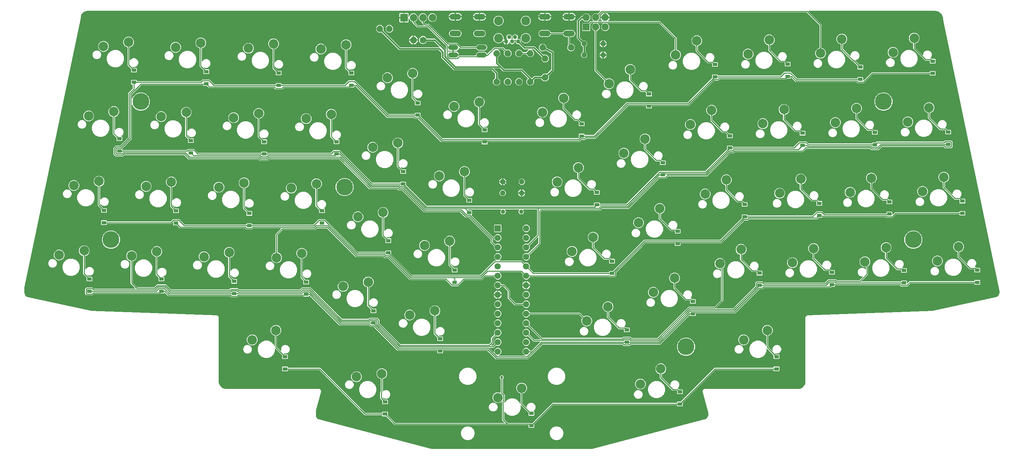
<source format=gbr>
G04 EAGLE Gerber RS-274X export*
G75*
%MOMM*%
%FSLAX34Y34*%
%LPD*%
%INBottom Copper*%
%IPPOS*%
%AMOC8*
5,1,8,0,0,1.08239X$1,22.5*%
G01*
%ADD10C,2.540000*%
%ADD11C,1.108000*%
%ADD12C,2.400000*%
%ADD13C,1.138000*%
%ADD14C,1.320800*%
%ADD15P,1.814519X8X112.500000*%
%ADD16P,1.814519X8X202.500000*%
%ADD17P,1.429621X8X202.500000*%
%ADD18P,1.429621X8X22.500000*%
%ADD19P,1.924489X8X202.500000*%
%ADD20C,1.778000*%
%ADD21C,1.508000*%
%ADD22R,1.828800X1.828800*%
%ADD23P,1.979475X8X22.500000*%
%ADD24R,2.000000X2.000000*%
%ADD25C,2.000000*%
%ADD26R,1.676400X1.676400*%
%ADD27C,1.676400*%
%ADD28R,1.220000X0.910000*%
%ADD29P,1.814519X8X22.500000*%
%ADD30C,0.254000*%
%ADD31C,0.406400*%
%ADD32C,0.756400*%
%ADD33C,4.500000*%

G36*
X1525684Y3817D02*
X1525684Y3817D01*
X1525722Y3815D01*
X1525886Y3850D01*
X1526084Y3916D01*
X1526144Y3947D01*
X1526208Y3969D01*
X1526252Y4004D01*
X1526302Y4030D01*
X1526348Y4079D01*
X1526402Y4120D01*
X1526402Y4121D01*
X1527813Y4494D01*
X1527830Y4501D01*
X1527859Y4508D01*
X1529254Y4973D01*
X1529268Y4971D01*
X1529322Y4954D01*
X1529389Y4956D01*
X1529456Y4947D01*
X1529535Y4959D01*
X1529568Y4960D01*
X1529587Y4967D01*
X1529622Y4972D01*
X1821371Y82101D01*
X1821477Y82148D01*
X1821584Y82194D01*
X1821591Y82199D01*
X1821596Y82202D01*
X1821611Y82215D01*
X1821715Y82299D01*
X1821959Y82543D01*
X1822944Y82543D01*
X1822958Y82545D01*
X1822972Y82543D01*
X1823138Y82568D01*
X1824090Y82820D01*
X1824209Y82750D01*
X1824238Y82739D01*
X1824263Y82722D01*
X1824352Y82695D01*
X1824439Y82662D01*
X1824470Y82661D01*
X1824499Y82652D01*
X1824667Y82650D01*
X1826189Y82800D01*
X1826216Y82808D01*
X1826244Y82808D01*
X1826405Y82855D01*
X1831166Y84826D01*
X1831222Y84861D01*
X1831282Y84887D01*
X1831347Y84939D01*
X1831375Y84956D01*
X1831387Y84971D01*
X1831413Y84991D01*
X1835056Y88635D01*
X1835095Y88688D01*
X1835141Y88735D01*
X1835181Y88808D01*
X1835200Y88835D01*
X1835206Y88853D01*
X1835222Y88882D01*
X1837193Y93643D01*
X1837200Y93670D01*
X1837213Y93695D01*
X1837248Y93859D01*
X1837501Y96436D01*
X1837500Y96462D01*
X1837505Y96510D01*
X1837505Y100157D01*
X1837503Y100170D01*
X1837505Y100183D01*
X1837480Y100349D01*
X1822703Y156994D01*
X1822656Y157102D01*
X1822610Y157210D01*
X1822606Y157215D01*
X1822604Y157219D01*
X1822592Y157232D01*
X1822534Y157305D01*
X1822529Y157313D01*
X1822524Y157317D01*
X1822505Y157341D01*
X1822267Y157579D01*
X1822267Y158571D01*
X1822265Y158584D01*
X1822266Y158597D01*
X1822242Y158763D01*
X1821992Y159723D01*
X1822162Y160014D01*
X1822204Y160122D01*
X1822248Y160232D01*
X1822249Y160239D01*
X1822251Y160243D01*
X1822251Y160260D01*
X1822267Y160399D01*
X1822267Y160632D01*
X1823741Y163187D01*
X1825964Y164470D01*
X1825976Y164479D01*
X1825990Y164486D01*
X1826121Y164591D01*
X1826192Y164661D01*
X2078359Y164661D01*
X2078381Y164665D01*
X2078419Y164664D01*
X2081279Y164889D01*
X2081285Y164890D01*
X2081290Y164890D01*
X2081455Y164924D01*
X2086896Y166692D01*
X2086927Y166708D01*
X2086962Y166717D01*
X2087108Y166800D01*
X2091736Y170162D01*
X2091761Y170188D01*
X2091792Y170207D01*
X2091905Y170331D01*
X2095267Y174959D01*
X2095283Y174991D01*
X2095306Y175019D01*
X2095376Y175172D01*
X2097143Y180613D01*
X2097144Y180618D01*
X2097147Y180623D01*
X2097178Y180788D01*
X2097403Y183649D01*
X2097402Y183671D01*
X2097406Y183708D01*
X2097406Y356027D01*
X2099561Y359760D01*
X2103294Y361915D01*
X2105368Y361915D01*
X2105378Y361917D01*
X2105395Y361915D01*
X2437607Y373750D01*
X2437637Y373756D01*
X2437743Y373767D01*
X2601963Y409795D01*
X2601971Y409798D01*
X2601981Y409799D01*
X2602085Y409843D01*
X2602191Y409886D01*
X2602198Y409892D01*
X2602207Y409895D01*
X2602338Y410000D01*
X2602508Y410170D01*
X2603591Y410170D01*
X2603597Y410171D01*
X2603754Y410188D01*
X2604811Y410420D01*
X2604835Y410404D01*
X2604878Y410386D01*
X2604917Y410359D01*
X2604991Y410338D01*
X2605061Y410307D01*
X2605108Y410303D01*
X2605153Y410290D01*
X2605286Y410288D01*
X2605306Y410287D01*
X2605312Y410288D01*
X2605321Y410288D01*
X2606737Y410428D01*
X2606765Y410435D01*
X2606793Y410435D01*
X2606954Y410482D01*
X2611715Y412454D01*
X2611770Y412488D01*
X2611831Y412514D01*
X2611895Y412566D01*
X2611924Y412583D01*
X2611936Y412598D01*
X2611962Y412619D01*
X2615605Y416262D01*
X2615643Y416315D01*
X2615689Y416362D01*
X2615729Y416435D01*
X2615749Y416462D01*
X2615754Y416481D01*
X2615770Y416509D01*
X2617742Y421270D01*
X2617749Y421297D01*
X2617762Y421323D01*
X2617796Y421487D01*
X2618050Y424063D01*
X2618048Y424089D01*
X2618054Y424138D01*
X2618054Y424516D01*
X2618051Y424534D01*
X2618038Y424670D01*
X2466872Y1154319D01*
X2466867Y1154332D01*
X2466866Y1154346D01*
X2466823Y1154446D01*
X2466784Y1154549D01*
X2466775Y1154560D01*
X2466770Y1154572D01*
X2466665Y1154703D01*
X2466516Y1154853D01*
X2466516Y1155962D01*
X2466513Y1155981D01*
X2466500Y1156117D01*
X2466275Y1157204D01*
X2466294Y1157234D01*
X2466312Y1157274D01*
X2466338Y1157309D01*
X2466362Y1157386D01*
X2466395Y1157459D01*
X2466399Y1157502D01*
X2466412Y1157544D01*
X2466416Y1157690D01*
X2466418Y1157703D01*
X2466417Y1157707D01*
X2466417Y1157712D01*
X2466257Y1159749D01*
X2466255Y1159754D01*
X2466256Y1159760D01*
X2466222Y1159924D01*
X2464208Y1166121D01*
X2464192Y1166153D01*
X2464183Y1166187D01*
X2464100Y1166333D01*
X2460271Y1171604D01*
X2460245Y1171630D01*
X2460226Y1171660D01*
X2460102Y1171773D01*
X2454831Y1175603D01*
X2454799Y1175619D01*
X2454772Y1175642D01*
X2454619Y1175711D01*
X2448422Y1177724D01*
X2448416Y1177725D01*
X2448411Y1177727D01*
X2448246Y1177759D01*
X2444989Y1178015D01*
X2444967Y1178014D01*
X2444929Y1178018D01*
X2106772Y1178018D01*
X2106702Y1178006D01*
X2106630Y1178004D01*
X2106581Y1177986D01*
X2106530Y1177978D01*
X2106466Y1177944D01*
X2106399Y1177920D01*
X2106358Y1177887D01*
X2106312Y1177863D01*
X2106263Y1177811D01*
X2106207Y1177766D01*
X2106179Y1177722D01*
X2106143Y1177685D01*
X2106113Y1177620D01*
X2106074Y1177559D01*
X2106061Y1177509D01*
X2106039Y1177461D01*
X2106031Y1177390D01*
X2106014Y1177321D01*
X2106018Y1177269D01*
X2106012Y1177217D01*
X2106027Y1177147D01*
X2106033Y1177075D01*
X2106053Y1177028D01*
X2106064Y1176977D01*
X2106101Y1176915D01*
X2106129Y1176849D01*
X2106174Y1176793D01*
X2106191Y1176766D01*
X2106208Y1176750D01*
X2106234Y1176718D01*
X2141026Y1141926D01*
X2141026Y1079331D01*
X2141045Y1079216D01*
X2141062Y1079100D01*
X2141065Y1079095D01*
X2141066Y1079089D01*
X2141121Y1078985D01*
X2141174Y1078881D01*
X2141178Y1078877D01*
X2141181Y1078871D01*
X2141265Y1078791D01*
X2141349Y1078709D01*
X2141356Y1078705D01*
X2141360Y1078702D01*
X2141376Y1078694D01*
X2141496Y1078628D01*
X2146289Y1076643D01*
X2150291Y1072641D01*
X2152456Y1067413D01*
X2152456Y1061754D01*
X2150291Y1056526D01*
X2146289Y1052524D01*
X2141061Y1050359D01*
X2135402Y1050359D01*
X2130174Y1052524D01*
X2126172Y1056526D01*
X2124007Y1061754D01*
X2124007Y1067413D01*
X2126172Y1072641D01*
X2130174Y1076643D01*
X2134967Y1078628D01*
X2135066Y1078689D01*
X2135167Y1078749D01*
X2135171Y1078754D01*
X2135176Y1078758D01*
X2135251Y1078848D01*
X2135326Y1078936D01*
X2135329Y1078942D01*
X2135333Y1078947D01*
X2135374Y1079055D01*
X2135418Y1079165D01*
X2135419Y1079172D01*
X2135421Y1079177D01*
X2135422Y1079195D01*
X2135437Y1079331D01*
X2135437Y1139295D01*
X2135422Y1139386D01*
X2135415Y1139476D01*
X2135402Y1139506D01*
X2135397Y1139538D01*
X2135354Y1139619D01*
X2135319Y1139703D01*
X2135293Y1139735D01*
X2135282Y1139756D01*
X2135259Y1139778D01*
X2135214Y1139834D01*
X2101317Y1173731D01*
X2101243Y1173784D01*
X2101173Y1173843D01*
X2101143Y1173856D01*
X2101117Y1173874D01*
X2101030Y1173901D01*
X2100945Y1173935D01*
X2100904Y1173940D01*
X2100882Y1173947D01*
X2100850Y1173946D01*
X2100779Y1173954D01*
X1553221Y1173954D01*
X1553131Y1173939D01*
X1553040Y1173932D01*
X1553011Y1173919D01*
X1552979Y1173914D01*
X1552898Y1173871D01*
X1552814Y1173836D01*
X1552782Y1173810D01*
X1552761Y1173799D01*
X1552739Y1173776D01*
X1552683Y1173731D01*
X1545458Y1166506D01*
X1545447Y1166490D01*
X1545431Y1166477D01*
X1545375Y1166390D01*
X1545315Y1166306D01*
X1545309Y1166287D01*
X1545298Y1166270D01*
X1545273Y1166170D01*
X1545242Y1166071D01*
X1545243Y1166051D01*
X1545238Y1166032D01*
X1545246Y1165929D01*
X1545249Y1165825D01*
X1545256Y1165807D01*
X1545257Y1165787D01*
X1545298Y1165692D01*
X1545333Y1165594D01*
X1545346Y1165579D01*
X1545354Y1165560D01*
X1545458Y1165429D01*
X1546069Y1164819D01*
X1546069Y1155981D01*
X1542182Y1152094D01*
X1542140Y1152036D01*
X1542091Y1151984D01*
X1542069Y1151937D01*
X1542039Y1151895D01*
X1542017Y1151826D01*
X1541987Y1151761D01*
X1541982Y1151709D01*
X1541966Y1151659D01*
X1541968Y1151588D01*
X1541960Y1151517D01*
X1541971Y1151466D01*
X1541973Y1151414D01*
X1541997Y1151346D01*
X1542012Y1151276D01*
X1542039Y1151231D01*
X1542057Y1151183D01*
X1542102Y1151127D01*
X1542139Y1151065D01*
X1542178Y1151031D01*
X1542211Y1150991D01*
X1542271Y1150952D01*
X1542326Y1150905D01*
X1542374Y1150886D01*
X1542418Y1150858D01*
X1542487Y1150840D01*
X1542554Y1150813D01*
X1542625Y1150805D01*
X1542656Y1150797D01*
X1542679Y1150799D01*
X1542720Y1150795D01*
X1552043Y1150795D01*
X1552113Y1150806D01*
X1552185Y1150808D01*
X1552234Y1150826D01*
X1552286Y1150834D01*
X1552349Y1150868D01*
X1552416Y1150893D01*
X1552457Y1150925D01*
X1552503Y1150950D01*
X1552552Y1151002D01*
X1552608Y1151046D01*
X1552636Y1151090D01*
X1552672Y1151128D01*
X1552702Y1151193D01*
X1552741Y1151253D01*
X1552754Y1151304D01*
X1552776Y1151351D01*
X1552784Y1151422D01*
X1552801Y1151492D01*
X1552797Y1151544D01*
X1552803Y1151595D01*
X1552788Y1151666D01*
X1552782Y1151737D01*
X1552762Y1151785D01*
X1552751Y1151836D01*
X1552714Y1151897D01*
X1552686Y1151963D01*
X1552641Y1152019D01*
X1552625Y1152047D01*
X1552607Y1152062D01*
X1552581Y1152094D01*
X1549115Y1155560D01*
X1549115Y1158877D01*
X1560038Y1158877D01*
X1560058Y1158880D01*
X1560077Y1158878D01*
X1560179Y1158900D01*
X1560281Y1158917D01*
X1560298Y1158926D01*
X1560318Y1158930D01*
X1560407Y1158983D01*
X1560498Y1159032D01*
X1560512Y1159046D01*
X1560529Y1159056D01*
X1560596Y1159135D01*
X1560667Y1159210D01*
X1560676Y1159228D01*
X1560689Y1159243D01*
X1560727Y1159339D01*
X1560771Y1159433D01*
X1560773Y1159453D01*
X1560781Y1159471D01*
X1560799Y1159638D01*
X1560799Y1160401D01*
X1560801Y1160401D01*
X1560801Y1159638D01*
X1560804Y1159618D01*
X1560802Y1159599D01*
X1560824Y1159497D01*
X1560841Y1159395D01*
X1560850Y1159378D01*
X1560854Y1159358D01*
X1560907Y1159269D01*
X1560956Y1159178D01*
X1560970Y1159164D01*
X1560980Y1159147D01*
X1561059Y1159080D01*
X1561134Y1159009D01*
X1561152Y1159000D01*
X1561167Y1158987D01*
X1561263Y1158948D01*
X1561357Y1158905D01*
X1561377Y1158903D01*
X1561395Y1158895D01*
X1561562Y1158877D01*
X1572485Y1158877D01*
X1572485Y1155560D01*
X1569019Y1152094D01*
X1568977Y1152036D01*
X1568928Y1151984D01*
X1568906Y1151937D01*
X1568875Y1151895D01*
X1568854Y1151826D01*
X1568824Y1151761D01*
X1568818Y1151709D01*
X1568803Y1151659D01*
X1568805Y1151588D01*
X1568797Y1151517D01*
X1568808Y1151466D01*
X1568809Y1151414D01*
X1568834Y1151346D01*
X1568849Y1151276D01*
X1568876Y1151231D01*
X1568894Y1151183D01*
X1568939Y1151127D01*
X1568975Y1151065D01*
X1569015Y1151031D01*
X1569048Y1150991D01*
X1569108Y1150952D01*
X1569162Y1150905D01*
X1569211Y1150886D01*
X1569254Y1150858D01*
X1569324Y1150840D01*
X1569391Y1150813D01*
X1569462Y1150805D01*
X1569493Y1150797D01*
X1569516Y1150799D01*
X1569557Y1150795D01*
X1707158Y1150795D01*
X1752506Y1105446D01*
X1752506Y1074651D01*
X1752525Y1074536D01*
X1752542Y1074420D01*
X1752545Y1074415D01*
X1752546Y1074409D01*
X1752601Y1074305D01*
X1752654Y1074201D01*
X1752658Y1074197D01*
X1752661Y1074191D01*
X1752745Y1074111D01*
X1752829Y1074029D01*
X1752836Y1074025D01*
X1752840Y1074022D01*
X1752856Y1074014D01*
X1752976Y1073948D01*
X1757769Y1071963D01*
X1761771Y1067961D01*
X1763936Y1062733D01*
X1763936Y1057074D01*
X1761771Y1051846D01*
X1757769Y1047844D01*
X1752541Y1045679D01*
X1746882Y1045679D01*
X1741654Y1047844D01*
X1737652Y1051846D01*
X1735487Y1057074D01*
X1735487Y1062733D01*
X1737652Y1067961D01*
X1741654Y1071963D01*
X1746447Y1073948D01*
X1746546Y1074009D01*
X1746647Y1074069D01*
X1746651Y1074074D01*
X1746656Y1074078D01*
X1746731Y1074168D01*
X1746806Y1074256D01*
X1746809Y1074262D01*
X1746813Y1074267D01*
X1746854Y1074375D01*
X1746898Y1074485D01*
X1746899Y1074492D01*
X1746901Y1074497D01*
X1746902Y1074515D01*
X1746917Y1074651D01*
X1746917Y1102815D01*
X1746902Y1102906D01*
X1746895Y1102996D01*
X1746882Y1103026D01*
X1746877Y1103058D01*
X1746834Y1103139D01*
X1746799Y1103223D01*
X1746773Y1103255D01*
X1746762Y1103276D01*
X1746739Y1103298D01*
X1746694Y1103354D01*
X1705065Y1144982D01*
X1704991Y1145035D01*
X1704922Y1145095D01*
X1704892Y1145107D01*
X1704866Y1145126D01*
X1704779Y1145153D01*
X1704694Y1145187D01*
X1704653Y1145191D01*
X1704631Y1145198D01*
X1704598Y1145197D01*
X1704527Y1145205D01*
X1567520Y1145205D01*
X1567450Y1145194D01*
X1567378Y1145192D01*
X1567329Y1145174D01*
X1567278Y1145166D01*
X1567214Y1145132D01*
X1567147Y1145107D01*
X1567106Y1145075D01*
X1567060Y1145050D01*
X1567011Y1144998D01*
X1566955Y1144954D01*
X1566927Y1144910D01*
X1566891Y1144872D01*
X1566861Y1144807D01*
X1566822Y1144747D01*
X1566809Y1144696D01*
X1566787Y1144649D01*
X1566779Y1144578D01*
X1566762Y1144508D01*
X1566766Y1144456D01*
X1566760Y1144405D01*
X1566775Y1144334D01*
X1566781Y1144263D01*
X1566801Y1144215D01*
X1566812Y1144164D01*
X1566849Y1144103D01*
X1566877Y1144037D01*
X1566922Y1143981D01*
X1566939Y1143953D01*
X1566956Y1143938D01*
X1566982Y1143906D01*
X1571469Y1139419D01*
X1571469Y1130581D01*
X1565219Y1124331D01*
X1556381Y1124331D01*
X1550131Y1130581D01*
X1550131Y1139419D01*
X1554618Y1143906D01*
X1554660Y1143964D01*
X1554709Y1144016D01*
X1554731Y1144063D01*
X1554761Y1144105D01*
X1554783Y1144174D01*
X1554813Y1144239D01*
X1554818Y1144291D01*
X1554834Y1144341D01*
X1554832Y1144412D01*
X1554840Y1144483D01*
X1554829Y1144534D01*
X1554827Y1144586D01*
X1554803Y1144654D01*
X1554788Y1144724D01*
X1554761Y1144769D01*
X1554743Y1144817D01*
X1554698Y1144873D01*
X1554661Y1144935D01*
X1554622Y1144969D01*
X1554589Y1145009D01*
X1554529Y1145048D01*
X1554474Y1145095D01*
X1554426Y1145114D01*
X1554382Y1145142D01*
X1554313Y1145160D01*
X1554246Y1145187D01*
X1554175Y1145195D01*
X1554144Y1145203D01*
X1554121Y1145201D01*
X1554080Y1145205D01*
X1542120Y1145205D01*
X1542050Y1145194D01*
X1541978Y1145192D01*
X1541929Y1145174D01*
X1541878Y1145166D01*
X1541814Y1145132D01*
X1541747Y1145107D01*
X1541706Y1145075D01*
X1541660Y1145050D01*
X1541611Y1144998D01*
X1541555Y1144954D01*
X1541527Y1144910D01*
X1541491Y1144872D01*
X1541461Y1144807D01*
X1541422Y1144747D01*
X1541409Y1144696D01*
X1541387Y1144649D01*
X1541379Y1144578D01*
X1541362Y1144508D01*
X1541366Y1144456D01*
X1541360Y1144405D01*
X1541375Y1144334D01*
X1541381Y1144263D01*
X1541401Y1144215D01*
X1541412Y1144164D01*
X1541449Y1144103D01*
X1541477Y1144037D01*
X1541522Y1143981D01*
X1541539Y1143953D01*
X1541556Y1143938D01*
X1541582Y1143906D01*
X1546069Y1139419D01*
X1546069Y1130581D01*
X1539819Y1124331D01*
X1538956Y1124331D01*
X1538936Y1124328D01*
X1538917Y1124330D01*
X1538815Y1124308D01*
X1538713Y1124292D01*
X1538696Y1124282D01*
X1538676Y1124278D01*
X1538587Y1124225D01*
X1538496Y1124176D01*
X1538482Y1124162D01*
X1538465Y1124152D01*
X1538398Y1124073D01*
X1538326Y1123998D01*
X1538318Y1123980D01*
X1538305Y1123965D01*
X1538266Y1123869D01*
X1538223Y1123775D01*
X1538221Y1123755D01*
X1538213Y1123737D01*
X1538195Y1123570D01*
X1538195Y1020398D01*
X1538209Y1020308D01*
X1538217Y1020217D01*
X1538229Y1020187D01*
X1538234Y1020155D01*
X1538277Y1020075D01*
X1538313Y1019991D01*
X1538339Y1019959D01*
X1538350Y1019938D01*
X1538373Y1019916D01*
X1538418Y1019860D01*
X1562840Y995438D01*
X1562933Y995370D01*
X1563028Y995300D01*
X1563034Y995298D01*
X1563039Y995294D01*
X1563150Y995260D01*
X1563262Y995224D01*
X1563268Y995224D01*
X1563274Y995222D01*
X1563391Y995225D01*
X1563508Y995226D01*
X1563515Y995228D01*
X1563520Y995228D01*
X1563538Y995235D01*
X1563669Y995273D01*
X1568462Y997258D01*
X1574121Y997258D01*
X1579349Y995093D01*
X1583351Y991091D01*
X1585516Y985863D01*
X1585516Y980204D01*
X1583351Y974976D01*
X1579349Y970974D01*
X1574121Y968809D01*
X1568462Y968809D01*
X1563234Y970974D01*
X1559232Y974976D01*
X1557067Y980204D01*
X1557067Y985863D01*
X1559052Y990656D01*
X1559079Y990770D01*
X1559107Y990883D01*
X1559107Y990889D01*
X1559108Y990895D01*
X1559097Y991012D01*
X1559088Y991128D01*
X1559086Y991134D01*
X1559085Y991140D01*
X1559037Y991248D01*
X1558992Y991355D01*
X1558987Y991360D01*
X1558985Y991365D01*
X1558973Y991379D01*
X1558887Y991486D01*
X1532605Y1017767D01*
X1532605Y1123570D01*
X1532602Y1123590D01*
X1532604Y1123609D01*
X1532582Y1123711D01*
X1532566Y1123813D01*
X1532556Y1123830D01*
X1532552Y1123850D01*
X1532499Y1123939D01*
X1532450Y1124030D01*
X1532436Y1124044D01*
X1532426Y1124061D01*
X1532347Y1124128D01*
X1532272Y1124200D01*
X1532254Y1124208D01*
X1532239Y1124221D01*
X1532143Y1124260D01*
X1532049Y1124303D01*
X1532029Y1124305D01*
X1532011Y1124313D01*
X1531844Y1124331D01*
X1530981Y1124331D01*
X1524731Y1130581D01*
X1524731Y1139419D01*
X1529218Y1143906D01*
X1529260Y1143964D01*
X1529309Y1144016D01*
X1529331Y1144063D01*
X1529361Y1144105D01*
X1529383Y1144174D01*
X1529413Y1144239D01*
X1529418Y1144291D01*
X1529434Y1144341D01*
X1529432Y1144412D01*
X1529440Y1144483D01*
X1529429Y1144534D01*
X1529427Y1144586D01*
X1529403Y1144654D01*
X1529388Y1144724D01*
X1529361Y1144769D01*
X1529343Y1144817D01*
X1529298Y1144873D01*
X1529261Y1144935D01*
X1529222Y1144969D01*
X1529189Y1145009D01*
X1529129Y1145048D01*
X1529074Y1145095D01*
X1529026Y1145114D01*
X1528982Y1145142D01*
X1528913Y1145160D01*
X1528846Y1145187D01*
X1528775Y1145195D01*
X1528744Y1145203D01*
X1528721Y1145201D01*
X1528680Y1145205D01*
X1524473Y1145205D01*
X1524383Y1145191D01*
X1524292Y1145183D01*
X1524262Y1145171D01*
X1524230Y1145166D01*
X1524150Y1145123D01*
X1524066Y1145087D01*
X1524034Y1145061D01*
X1524013Y1145050D01*
X1523991Y1145027D01*
X1523935Y1144982D01*
X1520892Y1141939D01*
X1520839Y1141865D01*
X1520779Y1141796D01*
X1520767Y1141766D01*
X1520748Y1141740D01*
X1520721Y1141653D01*
X1520687Y1141568D01*
X1520683Y1141527D01*
X1520676Y1141505D01*
X1520677Y1141472D01*
X1520669Y1141401D01*
X1520669Y1125224D01*
X1519776Y1124331D01*
X1500224Y1124331D01*
X1499331Y1125224D01*
X1499331Y1144776D01*
X1500224Y1145669D01*
X1516401Y1145669D01*
X1516491Y1145683D01*
X1516582Y1145691D01*
X1516612Y1145703D01*
X1516644Y1145708D01*
X1516724Y1145751D01*
X1516808Y1145787D01*
X1516840Y1145813D01*
X1516861Y1145824D01*
X1516876Y1145840D01*
X1516878Y1145841D01*
X1516887Y1145850D01*
X1516939Y1145892D01*
X1521842Y1150795D01*
X1528080Y1150795D01*
X1528150Y1150806D01*
X1528222Y1150808D01*
X1528271Y1150826D01*
X1528322Y1150834D01*
X1528386Y1150868D01*
X1528453Y1150893D01*
X1528494Y1150925D01*
X1528540Y1150950D01*
X1528589Y1151002D01*
X1528645Y1151046D01*
X1528673Y1151090D01*
X1528709Y1151128D01*
X1528739Y1151193D01*
X1528778Y1151253D01*
X1528791Y1151304D01*
X1528813Y1151351D01*
X1528821Y1151422D01*
X1528838Y1151492D01*
X1528834Y1151544D01*
X1528840Y1151595D01*
X1528825Y1151666D01*
X1528819Y1151737D01*
X1528799Y1151785D01*
X1528788Y1151836D01*
X1528751Y1151897D01*
X1528723Y1151963D01*
X1528678Y1152019D01*
X1528661Y1152047D01*
X1528644Y1152062D01*
X1528618Y1152094D01*
X1524731Y1155981D01*
X1524731Y1164819D01*
X1530981Y1171069D01*
X1539819Y1171069D01*
X1540429Y1170458D01*
X1540446Y1170447D01*
X1540458Y1170431D01*
X1540545Y1170375D01*
X1540629Y1170315D01*
X1540648Y1170309D01*
X1540665Y1170298D01*
X1540765Y1170273D01*
X1540864Y1170242D01*
X1540884Y1170243D01*
X1540904Y1170238D01*
X1541006Y1170246D01*
X1541110Y1170249D01*
X1541129Y1170256D01*
X1541149Y1170257D01*
X1541244Y1170298D01*
X1541341Y1170333D01*
X1541357Y1170346D01*
X1541375Y1170354D01*
X1541506Y1170458D01*
X1547766Y1176718D01*
X1547808Y1176776D01*
X1547857Y1176828D01*
X1547879Y1176876D01*
X1547909Y1176918D01*
X1547930Y1176986D01*
X1547961Y1177051D01*
X1547966Y1177103D01*
X1547982Y1177153D01*
X1547980Y1177225D01*
X1547988Y1177296D01*
X1547977Y1177347D01*
X1547975Y1177399D01*
X1547951Y1177466D01*
X1547936Y1177536D01*
X1547909Y1177581D01*
X1547891Y1177630D01*
X1547846Y1177686D01*
X1547809Y1177747D01*
X1547770Y1177781D01*
X1547737Y1177822D01*
X1547677Y1177861D01*
X1547622Y1177907D01*
X1547574Y1177927D01*
X1547530Y1177955D01*
X1547461Y1177972D01*
X1547394Y1177999D01*
X1547323Y1178007D01*
X1547292Y1178015D01*
X1547269Y1178013D01*
X1547228Y1178018D01*
X172703Y1178018D01*
X172681Y1178014D01*
X172643Y1178015D01*
X170180Y1177822D01*
X170174Y1177820D01*
X170169Y1177821D01*
X170004Y1177787D01*
X165319Y1176264D01*
X165287Y1176248D01*
X165252Y1176239D01*
X165107Y1176156D01*
X161121Y1173260D01*
X161096Y1173235D01*
X161066Y1173216D01*
X160953Y1173092D01*
X158057Y1169106D01*
X158041Y1169075D01*
X158018Y1169047D01*
X157949Y1168894D01*
X156427Y1164209D01*
X156426Y1164203D01*
X156423Y1164198D01*
X156392Y1164033D01*
X156294Y1162786D01*
X156297Y1162744D01*
X156292Y1162701D01*
X156307Y1162622D01*
X156314Y1162541D01*
X156331Y1162502D01*
X156340Y1162460D01*
X156407Y1162326D01*
X156412Y1162316D01*
X156414Y1162314D01*
X156415Y1162310D01*
X156438Y1162276D01*
X156212Y1161193D01*
X156211Y1161176D01*
X156195Y1161038D01*
X156195Y1159932D01*
X156043Y1159779D01*
X156035Y1159769D01*
X156025Y1159761D01*
X155964Y1159669D01*
X155899Y1159580D01*
X155895Y1159567D01*
X155888Y1159556D01*
X155836Y1159397D01*
X4673Y436519D01*
X4673Y436502D01*
X4657Y436363D01*
X4657Y423291D01*
X4662Y423265D01*
X4661Y423216D01*
X4898Y420805D01*
X4906Y420778D01*
X4906Y420750D01*
X4953Y420588D01*
X6798Y416133D01*
X6833Y416077D01*
X6858Y416017D01*
X6910Y415952D01*
X6928Y415924D01*
X6936Y415917D01*
X6943Y415911D01*
X6963Y415886D01*
X10373Y412476D01*
X10426Y412438D01*
X10473Y412392D01*
X10546Y412352D01*
X10573Y412333D01*
X10592Y412327D01*
X10620Y412311D01*
X15076Y410466D01*
X15103Y410459D01*
X15128Y410446D01*
X15292Y410411D01*
X16541Y410288D01*
X16588Y410291D01*
X16635Y410285D01*
X16710Y410299D01*
X16787Y410304D01*
X16831Y410322D01*
X16877Y410331D01*
X16995Y410389D01*
X17014Y410397D01*
X17019Y410401D01*
X17027Y410405D01*
X17049Y410419D01*
X18109Y410188D01*
X18117Y410187D01*
X18271Y410170D01*
X19357Y410170D01*
X19525Y410002D01*
X19533Y409996D01*
X19539Y409989D01*
X19632Y409925D01*
X19725Y409858D01*
X19734Y409856D01*
X19742Y409850D01*
X19901Y409797D01*
X184965Y373767D01*
X184996Y373766D01*
X185101Y373750D01*
X519856Y361915D01*
X519866Y361917D01*
X519883Y361915D01*
X521312Y361915D01*
X521392Y361880D01*
X521418Y361876D01*
X521434Y361870D01*
X521466Y361869D01*
X521508Y361862D01*
X521595Y361769D01*
X521618Y361752D01*
X521636Y361728D01*
X521771Y361629D01*
X523830Y360440D01*
X525113Y358218D01*
X525123Y358206D01*
X525130Y358191D01*
X525234Y358060D01*
X525305Y357990D01*
X525305Y185401D01*
X525309Y185380D01*
X525308Y185342D01*
X525554Y182216D01*
X525555Y182211D01*
X525555Y182205D01*
X525588Y182041D01*
X527520Y176096D01*
X527536Y176064D01*
X527545Y176030D01*
X527628Y175884D01*
X531302Y170827D01*
X531319Y170811D01*
X531328Y170795D01*
X531337Y170788D01*
X531347Y170771D01*
X531471Y170658D01*
X536528Y166984D01*
X536560Y166968D01*
X536587Y166945D01*
X536740Y166876D01*
X542685Y164945D01*
X542690Y164944D01*
X542695Y164941D01*
X542860Y164910D01*
X545986Y164664D01*
X546007Y164666D01*
X546045Y164661D01*
X795672Y164661D01*
X795743Y164591D01*
X795756Y164581D01*
X795766Y164569D01*
X795901Y164470D01*
X798123Y163187D01*
X799598Y160632D01*
X799598Y160395D01*
X799617Y160281D01*
X799634Y160165D01*
X799637Y160158D01*
X799638Y160153D01*
X799646Y160136D01*
X799702Y160011D01*
X799874Y159717D01*
X799623Y158761D01*
X799621Y158747D01*
X799616Y158735D01*
X799598Y158568D01*
X799598Y157579D01*
X799357Y157338D01*
X799312Y157275D01*
X799288Y157250D01*
X799278Y157229D01*
X799219Y157150D01*
X799216Y157143D01*
X799214Y157138D01*
X799208Y157121D01*
X799159Y156993D01*
X786077Y107119D01*
X786076Y107106D01*
X786071Y107093D01*
X786053Y106926D01*
X786053Y93971D01*
X786057Y93945D01*
X786056Y93896D01*
X786261Y91815D01*
X786268Y91788D01*
X786269Y91759D01*
X786315Y91598D01*
X787908Y87753D01*
X787943Y87697D01*
X787968Y87637D01*
X788020Y87572D01*
X788038Y87544D01*
X788053Y87532D01*
X788073Y87506D01*
X791016Y84563D01*
X791069Y84525D01*
X791116Y84479D01*
X791189Y84439D01*
X791216Y84420D01*
X791234Y84414D01*
X791263Y84398D01*
X795108Y82806D01*
X795136Y82799D01*
X795161Y82786D01*
X795325Y82751D01*
X796351Y82650D01*
X796381Y82652D01*
X796411Y82647D01*
X796503Y82660D01*
X796596Y82666D01*
X796624Y82678D01*
X796655Y82682D01*
X796808Y82750D01*
X796928Y82820D01*
X797880Y82568D01*
X797894Y82567D01*
X797907Y82561D01*
X798074Y82543D01*
X799059Y82543D01*
X799303Y82299D01*
X799397Y82232D01*
X799490Y82162D01*
X799498Y82159D01*
X799502Y82155D01*
X799521Y82150D01*
X799646Y82101D01*
X1095876Y3836D01*
X1095891Y3835D01*
X1095904Y3829D01*
X1096071Y3811D01*
X1525645Y3811D01*
X1525684Y3817D01*
G37*
%LPC*%
G36*
X1347439Y509093D02*
X1347439Y509093D01*
X1343798Y510601D01*
X1341011Y513388D01*
X1339503Y517029D01*
X1339503Y520971D01*
X1341011Y524612D01*
X1343798Y527399D01*
X1347439Y528907D01*
X1351381Y528907D01*
X1353728Y527935D01*
X1353841Y527908D01*
X1353955Y527879D01*
X1353961Y527880D01*
X1353967Y527878D01*
X1354084Y527889D01*
X1354200Y527898D01*
X1354206Y527901D01*
X1354212Y527901D01*
X1354320Y527949D01*
X1354426Y527995D01*
X1354432Y527999D01*
X1354437Y528001D01*
X1354450Y528014D01*
X1354557Y528100D01*
X1382171Y555714D01*
X1382224Y555788D01*
X1382284Y555857D01*
X1382296Y555887D01*
X1382315Y555913D01*
X1382342Y556000D01*
X1382376Y556085D01*
X1382380Y556126D01*
X1382387Y556148D01*
X1382386Y556181D01*
X1382394Y556252D01*
X1382394Y571594D01*
X1382383Y571665D01*
X1382381Y571737D01*
X1382363Y571786D01*
X1382355Y571837D01*
X1382321Y571900D01*
X1382296Y571968D01*
X1382264Y572008D01*
X1382239Y572054D01*
X1382188Y572104D01*
X1382143Y572160D01*
X1382099Y572188D01*
X1382061Y572224D01*
X1381996Y572254D01*
X1381936Y572293D01*
X1381885Y572305D01*
X1381838Y572327D01*
X1381767Y572335D01*
X1381697Y572353D01*
X1381645Y572349D01*
X1381594Y572354D01*
X1381523Y572339D01*
X1381452Y572334D01*
X1381404Y572313D01*
X1381353Y572302D01*
X1381292Y572265D01*
X1381226Y572237D01*
X1381170Y572192D01*
X1381142Y572176D01*
X1381127Y572158D01*
X1381095Y572132D01*
X1358510Y549547D01*
X1358442Y549453D01*
X1358372Y549359D01*
X1358370Y549353D01*
X1358366Y549347D01*
X1358332Y549237D01*
X1358295Y549125D01*
X1358296Y549118D01*
X1358294Y549112D01*
X1358297Y548996D01*
X1358298Y548879D01*
X1358300Y548872D01*
X1358300Y548867D01*
X1358306Y548849D01*
X1358345Y548718D01*
X1359317Y546371D01*
X1359317Y542429D01*
X1357809Y538788D01*
X1355022Y536001D01*
X1351381Y534493D01*
X1347439Y534493D01*
X1343798Y536001D01*
X1341011Y538788D01*
X1339503Y542429D01*
X1339503Y546371D01*
X1341011Y550012D01*
X1343798Y552799D01*
X1347439Y554307D01*
X1351381Y554307D01*
X1353728Y553335D01*
X1353841Y553308D01*
X1353955Y553279D01*
X1353961Y553280D01*
X1353967Y553278D01*
X1354084Y553289D01*
X1354200Y553298D01*
X1354206Y553301D01*
X1354212Y553301D01*
X1354320Y553349D01*
X1354426Y553395D01*
X1354432Y553399D01*
X1354437Y553401D01*
X1354450Y553414D01*
X1354557Y553500D01*
X1378107Y577050D01*
X1378160Y577124D01*
X1378220Y577193D01*
X1378232Y577223D01*
X1378251Y577249D01*
X1378278Y577336D01*
X1378312Y577421D01*
X1378316Y577462D01*
X1378323Y577484D01*
X1378322Y577517D01*
X1378330Y577588D01*
X1378330Y645380D01*
X1378327Y645400D01*
X1378329Y645419D01*
X1378307Y645521D01*
X1378291Y645623D01*
X1378281Y645640D01*
X1378277Y645660D01*
X1378224Y645749D01*
X1378175Y645840D01*
X1378161Y645854D01*
X1378151Y645871D01*
X1378072Y645938D01*
X1377997Y646010D01*
X1377979Y646018D01*
X1377964Y646031D01*
X1377868Y646070D01*
X1377774Y646113D01*
X1377754Y646115D01*
X1377736Y646123D01*
X1377569Y646141D01*
X1342070Y646141D01*
X1341999Y646130D01*
X1341927Y646128D01*
X1341878Y646110D01*
X1341827Y646102D01*
X1341764Y646068D01*
X1341696Y646043D01*
X1341656Y646011D01*
X1341610Y645986D01*
X1341560Y645934D01*
X1341504Y645890D01*
X1341476Y645846D01*
X1341440Y645808D01*
X1341410Y645743D01*
X1341371Y645683D01*
X1341359Y645632D01*
X1341337Y645585D01*
X1341329Y645514D01*
X1341311Y645444D01*
X1341315Y645392D01*
X1341309Y645341D01*
X1341325Y645270D01*
X1341330Y645199D01*
X1341351Y645151D01*
X1341362Y645100D01*
X1341399Y645039D01*
X1341427Y644973D01*
X1341471Y644917D01*
X1341488Y644889D01*
X1341506Y644874D01*
X1341531Y644842D01*
X1342286Y644087D01*
X1343385Y641435D01*
X1343385Y638565D01*
X1342286Y635913D01*
X1340257Y633884D01*
X1337605Y632785D01*
X1334735Y632785D01*
X1332083Y633884D01*
X1330054Y635913D01*
X1328955Y638565D01*
X1328955Y641435D01*
X1330054Y644087D01*
X1330809Y644842D01*
X1330850Y644900D01*
X1330900Y644952D01*
X1330922Y644999D01*
X1330952Y645041D01*
X1330973Y645110D01*
X1331003Y645175D01*
X1331009Y645227D01*
X1331024Y645277D01*
X1331023Y645348D01*
X1331031Y645419D01*
X1331019Y645470D01*
X1331018Y645522D01*
X1330993Y645590D01*
X1330978Y645660D01*
X1330952Y645705D01*
X1330934Y645753D01*
X1330889Y645809D01*
X1330852Y645871D01*
X1330813Y645905D01*
X1330780Y645945D01*
X1330720Y645984D01*
X1330665Y646031D01*
X1330617Y646050D01*
X1330573Y646078D01*
X1330504Y646096D01*
X1330437Y646123D01*
X1330366Y646131D01*
X1330335Y646139D01*
X1330311Y646137D01*
X1330270Y646141D01*
X1293270Y646141D01*
X1293199Y646130D01*
X1293127Y646128D01*
X1293078Y646110D01*
X1293027Y646102D01*
X1292964Y646068D01*
X1292896Y646043D01*
X1292856Y646011D01*
X1292810Y645986D01*
X1292760Y645934D01*
X1292704Y645890D01*
X1292676Y645846D01*
X1292640Y645808D01*
X1292610Y645743D01*
X1292571Y645683D01*
X1292559Y645632D01*
X1292537Y645585D01*
X1292529Y645514D01*
X1292511Y645444D01*
X1292515Y645392D01*
X1292509Y645341D01*
X1292525Y645270D01*
X1292530Y645199D01*
X1292551Y645151D01*
X1292562Y645100D01*
X1292599Y645039D01*
X1292627Y644973D01*
X1292671Y644917D01*
X1292688Y644889D01*
X1292706Y644874D01*
X1292731Y644842D01*
X1293486Y644087D01*
X1294585Y641435D01*
X1294585Y638565D01*
X1293486Y635913D01*
X1291457Y633884D01*
X1288805Y632785D01*
X1285935Y632785D01*
X1283283Y633884D01*
X1281254Y635913D01*
X1280155Y638565D01*
X1280155Y641435D01*
X1281254Y644087D01*
X1282009Y644842D01*
X1282050Y644900D01*
X1282100Y644952D01*
X1282122Y644999D01*
X1282152Y645041D01*
X1282173Y645110D01*
X1282203Y645175D01*
X1282209Y645227D01*
X1282224Y645277D01*
X1282223Y645348D01*
X1282231Y645419D01*
X1282219Y645470D01*
X1282218Y645522D01*
X1282193Y645590D01*
X1282178Y645660D01*
X1282152Y645705D01*
X1282134Y645753D01*
X1282089Y645809D01*
X1282052Y645871D01*
X1282013Y645905D01*
X1281980Y645945D01*
X1281920Y645984D01*
X1281865Y646031D01*
X1281817Y646050D01*
X1281773Y646078D01*
X1281704Y646096D01*
X1281637Y646123D01*
X1281566Y646131D01*
X1281535Y646139D01*
X1281511Y646137D01*
X1281470Y646141D01*
X1194299Y646141D01*
X1194228Y646130D01*
X1194156Y646128D01*
X1194107Y646110D01*
X1194056Y646102D01*
X1193993Y646068D01*
X1193925Y646043D01*
X1193885Y646011D01*
X1193839Y645986D01*
X1193789Y645934D01*
X1193733Y645890D01*
X1193705Y645846D01*
X1193669Y645808D01*
X1193639Y645743D01*
X1193600Y645683D01*
X1193588Y645632D01*
X1193566Y645585D01*
X1193558Y645514D01*
X1193540Y645444D01*
X1193544Y645392D01*
X1193539Y645341D01*
X1193554Y645270D01*
X1193559Y645199D01*
X1193580Y645151D01*
X1193591Y645100D01*
X1193628Y645039D01*
X1193656Y644973D01*
X1193701Y644917D01*
X1193717Y644889D01*
X1193735Y644874D01*
X1193761Y644842D01*
X1194655Y643948D01*
X1194729Y643895D01*
X1194798Y643835D01*
X1194828Y643823D01*
X1194854Y643804D01*
X1194942Y643777D01*
X1195026Y643743D01*
X1195067Y643739D01*
X1195090Y643732D01*
X1195122Y643733D01*
X1195193Y643725D01*
X1203732Y643725D01*
X1204625Y642832D01*
X1204625Y632468D01*
X1203732Y631575D01*
X1203215Y631575D01*
X1203144Y631564D01*
X1203072Y631562D01*
X1203023Y631544D01*
X1202972Y631536D01*
X1202909Y631502D01*
X1202841Y631477D01*
X1202801Y631445D01*
X1202755Y631420D01*
X1202705Y631368D01*
X1202649Y631324D01*
X1202621Y631280D01*
X1202585Y631242D01*
X1202555Y631177D01*
X1202516Y631117D01*
X1202504Y631066D01*
X1202482Y631019D01*
X1202474Y630948D01*
X1202456Y630878D01*
X1202460Y630826D01*
X1202455Y630775D01*
X1202470Y630704D01*
X1202475Y630633D01*
X1202496Y630585D01*
X1202507Y630534D01*
X1202544Y630473D01*
X1202572Y630407D01*
X1202617Y630351D01*
X1202633Y630323D01*
X1202651Y630308D01*
X1202677Y630276D01*
X1260135Y572818D01*
X1260209Y572765D01*
X1260278Y572705D01*
X1260308Y572693D01*
X1260334Y572674D01*
X1260421Y572647D01*
X1260506Y572613D01*
X1260547Y572609D01*
X1260569Y572602D01*
X1260602Y572603D01*
X1260673Y572595D01*
X1263136Y572595D01*
X1263251Y572614D01*
X1263367Y572631D01*
X1263373Y572633D01*
X1263379Y572634D01*
X1263481Y572689D01*
X1263586Y572742D01*
X1263591Y572747D01*
X1263596Y572750D01*
X1263676Y572834D01*
X1263758Y572918D01*
X1263762Y572924D01*
X1263765Y572928D01*
X1263773Y572945D01*
X1263839Y573065D01*
X1264811Y575412D01*
X1267598Y578199D01*
X1271239Y579707D01*
X1275181Y579707D01*
X1278822Y578199D01*
X1281609Y575412D01*
X1283117Y571771D01*
X1283117Y567829D01*
X1281609Y564188D01*
X1278822Y561401D01*
X1275181Y559893D01*
X1271239Y559893D01*
X1267598Y561401D01*
X1264811Y564188D01*
X1263839Y566535D01*
X1263778Y566635D01*
X1263718Y566735D01*
X1263713Y566739D01*
X1263710Y566744D01*
X1263620Y566819D01*
X1263531Y566895D01*
X1263525Y566897D01*
X1263520Y566901D01*
X1263412Y566943D01*
X1263303Y566987D01*
X1263295Y566988D01*
X1263291Y566989D01*
X1263272Y566990D01*
X1263136Y567005D01*
X1260556Y567005D01*
X1260536Y567002D01*
X1260517Y567004D01*
X1260415Y566982D01*
X1260313Y566966D01*
X1260296Y566956D01*
X1260276Y566952D01*
X1260187Y566899D01*
X1260096Y566850D01*
X1260082Y566836D01*
X1260065Y566826D01*
X1259998Y566747D01*
X1259926Y566672D01*
X1259918Y566654D01*
X1259905Y566639D01*
X1259866Y566543D01*
X1259823Y566449D01*
X1259821Y566429D01*
X1259813Y566411D01*
X1259795Y566244D01*
X1259795Y559473D01*
X1259809Y559383D01*
X1259817Y559292D01*
X1259829Y559262D01*
X1259834Y559230D01*
X1259877Y559150D01*
X1259913Y559066D01*
X1259939Y559034D01*
X1259950Y559013D01*
X1259973Y558991D01*
X1260018Y558935D01*
X1266338Y552615D01*
X1266354Y552603D01*
X1266366Y552587D01*
X1266454Y552531D01*
X1266538Y552471D01*
X1266557Y552465D01*
X1266573Y552454D01*
X1266674Y552429D01*
X1266773Y552399D01*
X1266793Y552399D01*
X1266812Y552394D01*
X1266915Y552402D01*
X1267019Y552405D01*
X1267037Y552412D01*
X1267057Y552413D01*
X1267152Y552454D01*
X1267250Y552489D01*
X1267265Y552502D01*
X1267283Y552510D01*
X1267414Y552615D01*
X1267598Y552799D01*
X1271239Y554307D01*
X1275181Y554307D01*
X1278822Y552799D01*
X1281609Y550012D01*
X1283117Y546371D01*
X1283117Y542429D01*
X1281609Y538788D01*
X1278822Y536001D01*
X1275181Y534493D01*
X1271239Y534493D01*
X1267598Y536001D01*
X1264811Y538788D01*
X1263303Y542429D01*
X1263303Y546371D01*
X1263511Y546872D01*
X1263538Y546985D01*
X1263566Y547099D01*
X1263566Y547105D01*
X1263567Y547112D01*
X1263556Y547228D01*
X1263547Y547344D01*
X1263545Y547350D01*
X1263544Y547356D01*
X1263496Y547464D01*
X1263451Y547571D01*
X1263446Y547576D01*
X1263444Y547581D01*
X1263431Y547595D01*
X1263346Y547702D01*
X1254205Y556842D01*
X1254205Y564780D01*
X1254191Y564870D01*
X1254183Y564961D01*
X1254171Y564990D01*
X1254166Y565022D01*
X1254123Y565103D01*
X1254087Y565187D01*
X1254061Y565219D01*
X1254050Y565240D01*
X1254027Y565262D01*
X1253982Y565318D01*
X1196076Y623224D01*
X1196002Y623277D01*
X1195933Y623337D01*
X1195902Y623349D01*
X1195876Y623368D01*
X1195789Y623395D01*
X1195704Y623429D01*
X1195663Y623433D01*
X1195641Y623440D01*
X1195609Y623439D01*
X1195538Y623447D01*
X1186902Y623447D01*
X1185042Y625307D01*
X1172559Y637790D01*
X1172485Y637843D01*
X1172415Y637903D01*
X1172385Y637915D01*
X1172359Y637934D01*
X1172272Y637961D01*
X1172187Y637995D01*
X1172146Y637999D01*
X1172124Y638006D01*
X1172092Y638005D01*
X1172020Y638013D01*
X1075442Y638013D01*
X1017295Y696160D01*
X1017221Y696213D01*
X1017152Y696273D01*
X1017122Y696285D01*
X1017095Y696304D01*
X1017009Y696331D01*
X1016924Y696365D01*
X1016883Y696369D01*
X1016860Y696376D01*
X1016828Y696375D01*
X1016757Y696383D01*
X1008218Y696383D01*
X1006358Y698243D01*
X1005161Y699440D01*
X1005087Y699493D01*
X1005018Y699553D01*
X1004988Y699565D01*
X1004962Y699584D01*
X1004875Y699611D01*
X1004790Y699645D01*
X1004749Y699649D01*
X1004726Y699656D01*
X1004694Y699655D01*
X1004623Y699663D01*
X929394Y699663D01*
X849617Y779440D01*
X849543Y779493D01*
X849473Y779553D01*
X849443Y779565D01*
X849417Y779584D01*
X849330Y779611D01*
X849245Y779645D01*
X849204Y779649D01*
X849182Y779656D01*
X849150Y779655D01*
X849078Y779663D01*
X662377Y779663D01*
X662287Y779649D01*
X662196Y779641D01*
X662166Y779629D01*
X662134Y779624D01*
X662054Y779581D01*
X661970Y779545D01*
X661937Y779519D01*
X661917Y779508D01*
X661895Y779485D01*
X661839Y779440D01*
X658782Y776383D01*
X635218Y776383D01*
X633358Y778243D01*
X632161Y779440D01*
X632087Y779493D01*
X632018Y779553D01*
X631988Y779565D01*
X631962Y779584D01*
X631875Y779611D01*
X631790Y779645D01*
X631749Y779649D01*
X631726Y779656D01*
X631694Y779655D01*
X631623Y779663D01*
X444686Y779663D01*
X442826Y781523D01*
X432845Y791504D01*
X432771Y791557D01*
X432701Y791617D01*
X432671Y791629D01*
X432645Y791648D01*
X432558Y791675D01*
X432473Y791709D01*
X432432Y791713D01*
X432410Y791720D01*
X432378Y791719D01*
X432306Y791727D01*
X272694Y791727D01*
X272604Y791713D01*
X272513Y791705D01*
X272483Y791693D01*
X272451Y791688D01*
X272370Y791645D01*
X272286Y791609D01*
X272254Y791583D01*
X272233Y791572D01*
X272213Y791551D01*
X272211Y791550D01*
X272207Y791545D01*
X272155Y791504D01*
X270958Y790307D01*
X269098Y788447D01*
X248902Y788447D01*
X247042Y790307D01*
X243247Y794102D01*
X243247Y811198D01*
X248902Y816853D01*
X260844Y816853D01*
X260934Y816867D01*
X261025Y816875D01*
X261054Y816887D01*
X261086Y816892D01*
X261167Y816935D01*
X261251Y816971D01*
X261283Y816997D01*
X261304Y817008D01*
X261326Y817031D01*
X261382Y817076D01*
X282918Y838612D01*
X282971Y838686D01*
X283031Y838755D01*
X283043Y838786D01*
X283062Y838812D01*
X283089Y838899D01*
X283123Y838984D01*
X283127Y839025D01*
X283134Y839047D01*
X283133Y839079D01*
X283141Y839150D01*
X283141Y957841D01*
X285001Y959701D01*
X294982Y969682D01*
X295035Y969756D01*
X295095Y969825D01*
X295107Y969856D01*
X295126Y969882D01*
X295153Y969969D01*
X295187Y970054D01*
X295191Y970095D01*
X295198Y970117D01*
X295197Y970149D01*
X295205Y970220D01*
X295205Y979814D01*
X295202Y979834D01*
X295204Y979853D01*
X295182Y979955D01*
X295166Y980057D01*
X295156Y980074D01*
X295152Y980094D01*
X295099Y980183D01*
X295050Y980274D01*
X295036Y980288D01*
X295026Y980305D01*
X294947Y980372D01*
X294872Y980444D01*
X294854Y980452D01*
X294839Y980465D01*
X294743Y980504D01*
X294649Y980547D01*
X294629Y980549D01*
X294611Y980557D01*
X294444Y980575D01*
X291268Y980575D01*
X290375Y981468D01*
X290375Y991832D01*
X291268Y992725D01*
X304732Y992725D01*
X305625Y991832D01*
X305625Y990206D01*
X305628Y990186D01*
X305626Y990167D01*
X305648Y990065D01*
X305664Y989963D01*
X305674Y989946D01*
X305678Y989926D01*
X305731Y989837D01*
X305780Y989746D01*
X305794Y989732D01*
X305804Y989715D01*
X305883Y989648D01*
X305958Y989576D01*
X305976Y989568D01*
X305991Y989555D01*
X306087Y989516D01*
X306181Y989473D01*
X306201Y989471D01*
X306219Y989463D01*
X306386Y989445D01*
X476177Y989445D01*
X476267Y989459D01*
X476358Y989467D01*
X476388Y989479D01*
X476420Y989484D01*
X476500Y989527D01*
X476584Y989563D01*
X476616Y989589D01*
X476637Y989600D01*
X476659Y989623D01*
X476715Y989668D01*
X480842Y993795D01*
X501158Y993795D01*
X513285Y981668D01*
X513359Y981615D01*
X513428Y981555D01*
X513458Y981543D01*
X513484Y981524D01*
X513571Y981497D01*
X513656Y981463D01*
X513697Y981459D01*
X513719Y981452D01*
X513752Y981453D01*
X513823Y981445D01*
X677614Y981445D01*
X677634Y981448D01*
X677653Y981446D01*
X677755Y981468D01*
X677857Y981484D01*
X677874Y981494D01*
X677894Y981498D01*
X677983Y981551D01*
X678074Y981600D01*
X678088Y981614D01*
X678105Y981624D01*
X678172Y981703D01*
X678244Y981778D01*
X678252Y981796D01*
X678265Y981811D01*
X678304Y981907D01*
X678347Y982001D01*
X678349Y982021D01*
X678357Y982039D01*
X678375Y982206D01*
X678375Y983832D01*
X679268Y984725D01*
X692732Y984725D01*
X693625Y983832D01*
X693625Y982206D01*
X693628Y982186D01*
X693626Y982167D01*
X693648Y982065D01*
X693664Y981963D01*
X693674Y981946D01*
X693678Y981926D01*
X693731Y981837D01*
X693780Y981746D01*
X693794Y981732D01*
X693804Y981715D01*
X693883Y981648D01*
X693958Y981576D01*
X693976Y981568D01*
X693991Y981555D01*
X694087Y981516D01*
X694181Y981473D01*
X694201Y981471D01*
X694219Y981463D01*
X694386Y981445D01*
X862177Y981445D01*
X862267Y981459D01*
X862358Y981467D01*
X862388Y981479D01*
X862420Y981484D01*
X862500Y981527D01*
X862584Y981563D01*
X862616Y981589D01*
X862637Y981600D01*
X862659Y981623D01*
X862715Y981668D01*
X872842Y991795D01*
X890158Y991795D01*
X980285Y901668D01*
X980359Y901615D01*
X980428Y901555D01*
X980458Y901543D01*
X980484Y901524D01*
X980571Y901497D01*
X980656Y901463D01*
X980697Y901459D01*
X980719Y901452D01*
X980752Y901453D01*
X980823Y901445D01*
X1050614Y901445D01*
X1050634Y901448D01*
X1050653Y901446D01*
X1050755Y901468D01*
X1050857Y901484D01*
X1050874Y901494D01*
X1050894Y901498D01*
X1050983Y901551D01*
X1051074Y901600D01*
X1051088Y901614D01*
X1051105Y901624D01*
X1051172Y901703D01*
X1051244Y901778D01*
X1051252Y901796D01*
X1051265Y901811D01*
X1051304Y901907D01*
X1051347Y902001D01*
X1051349Y902021D01*
X1051357Y902039D01*
X1051375Y902206D01*
X1051375Y903832D01*
X1052268Y904725D01*
X1065732Y904725D01*
X1066625Y903832D01*
X1066625Y895293D01*
X1066639Y895203D01*
X1066647Y895112D01*
X1066659Y895082D01*
X1066664Y895050D01*
X1066707Y894970D01*
X1066743Y894886D01*
X1066769Y894854D01*
X1066780Y894833D01*
X1066803Y894811D01*
X1066848Y894755D01*
X1124585Y837018D01*
X1124659Y836965D01*
X1124728Y836905D01*
X1124758Y836893D01*
X1124784Y836874D01*
X1124871Y836847D01*
X1124956Y836813D01*
X1124997Y836809D01*
X1125019Y836802D01*
X1125052Y836803D01*
X1125123Y836795D01*
X1487877Y836795D01*
X1487967Y836809D01*
X1488058Y836817D01*
X1488088Y836829D01*
X1488120Y836834D01*
X1488200Y836877D01*
X1488284Y836913D01*
X1488316Y836939D01*
X1488337Y836950D01*
X1488359Y836973D01*
X1488415Y837018D01*
X1490152Y838755D01*
X1490205Y838829D01*
X1490265Y838898D01*
X1490277Y838928D01*
X1490296Y838954D01*
X1490323Y839041D01*
X1490357Y839126D01*
X1490361Y839167D01*
X1490368Y839189D01*
X1490367Y839222D01*
X1490375Y839293D01*
X1490375Y847832D01*
X1491268Y848725D01*
X1504732Y848725D01*
X1505625Y847832D01*
X1505625Y846206D01*
X1505628Y846186D01*
X1505626Y846167D01*
X1505648Y846065D01*
X1505664Y845963D01*
X1505674Y845946D01*
X1505678Y845926D01*
X1505731Y845837D01*
X1505780Y845746D01*
X1505794Y845732D01*
X1505804Y845715D01*
X1505883Y845648D01*
X1505958Y845576D01*
X1505976Y845568D01*
X1505991Y845555D01*
X1506087Y845516D01*
X1506181Y845473D01*
X1506201Y845471D01*
X1506219Y845463D01*
X1506386Y845445D01*
X1530177Y845445D01*
X1530267Y845459D01*
X1530358Y845467D01*
X1530388Y845479D01*
X1530420Y845484D01*
X1530501Y845527D01*
X1530584Y845563D01*
X1530617Y845589D01*
X1530637Y845600D01*
X1530659Y845623D01*
X1530715Y845668D01*
X1615982Y930935D01*
X1617842Y932795D01*
X1781877Y932795D01*
X1781967Y932809D01*
X1782058Y932817D01*
X1782088Y932829D01*
X1782120Y932834D01*
X1782200Y932877D01*
X1782284Y932913D01*
X1782316Y932939D01*
X1782337Y932950D01*
X1782359Y932973D01*
X1782415Y933018D01*
X1847152Y997755D01*
X1847205Y997829D01*
X1847265Y997898D01*
X1847277Y997928D01*
X1847296Y997954D01*
X1847323Y998041D01*
X1847357Y998126D01*
X1847361Y998167D01*
X1847368Y998189D01*
X1847367Y998222D01*
X1847375Y998293D01*
X1847375Y1006832D01*
X1848268Y1007725D01*
X1861732Y1007725D01*
X1862625Y1006832D01*
X1862625Y1005206D01*
X1862628Y1005186D01*
X1862626Y1005167D01*
X1862648Y1005065D01*
X1862664Y1004963D01*
X1862674Y1004946D01*
X1862678Y1004926D01*
X1862731Y1004837D01*
X1862780Y1004746D01*
X1862794Y1004732D01*
X1862804Y1004715D01*
X1862883Y1004648D01*
X1862958Y1004576D01*
X1862976Y1004568D01*
X1862991Y1004555D01*
X1863087Y1004516D01*
X1863181Y1004473D01*
X1863201Y1004471D01*
X1863219Y1004463D01*
X1863386Y1004445D01*
X2030177Y1004445D01*
X2030267Y1004459D01*
X2030358Y1004467D01*
X2030388Y1004479D01*
X2030420Y1004484D01*
X2030500Y1004527D01*
X2030584Y1004563D01*
X2030616Y1004589D01*
X2030637Y1004600D01*
X2030659Y1004623D01*
X2030715Y1004668D01*
X2040842Y1014795D01*
X2058158Y1014795D01*
X2075285Y997668D01*
X2075359Y997615D01*
X2075428Y997555D01*
X2075458Y997543D01*
X2075484Y997524D01*
X2075571Y997497D01*
X2075656Y997463D01*
X2075697Y997459D01*
X2075719Y997452D01*
X2075752Y997453D01*
X2075823Y997445D01*
X2236614Y997445D01*
X2236634Y997448D01*
X2236653Y997446D01*
X2236755Y997468D01*
X2236857Y997484D01*
X2236874Y997494D01*
X2236894Y997498D01*
X2236983Y997551D01*
X2237074Y997600D01*
X2237088Y997614D01*
X2237105Y997624D01*
X2237172Y997703D01*
X2237244Y997778D01*
X2237252Y997796D01*
X2237265Y997811D01*
X2237304Y997907D01*
X2237347Y998001D01*
X2237349Y998021D01*
X2237357Y998039D01*
X2237375Y998206D01*
X2237375Y999832D01*
X2238268Y1000725D01*
X2251732Y1000725D01*
X2252625Y999832D01*
X2252625Y992415D01*
X2252636Y992344D01*
X2252638Y992272D01*
X2252656Y992223D01*
X2252664Y992172D01*
X2252698Y992109D01*
X2252723Y992041D01*
X2252755Y992001D01*
X2252780Y991955D01*
X2252832Y991905D01*
X2252876Y991849D01*
X2252920Y991821D01*
X2252958Y991785D01*
X2253023Y991755D01*
X2253083Y991716D01*
X2253134Y991704D01*
X2253181Y991682D01*
X2253252Y991674D01*
X2253322Y991656D01*
X2253374Y991660D01*
X2253425Y991655D01*
X2253496Y991670D01*
X2253567Y991675D01*
X2253615Y991696D01*
X2253666Y991707D01*
X2253727Y991744D01*
X2253793Y991772D01*
X2253849Y991817D01*
X2253877Y991833D01*
X2253892Y991851D01*
X2253924Y991877D01*
X2275492Y1013445D01*
X2430614Y1013445D01*
X2430634Y1013448D01*
X2430653Y1013446D01*
X2430755Y1013468D01*
X2430857Y1013484D01*
X2430874Y1013494D01*
X2430894Y1013498D01*
X2430983Y1013551D01*
X2431074Y1013600D01*
X2431088Y1013614D01*
X2431105Y1013624D01*
X2431172Y1013703D01*
X2431244Y1013778D01*
X2431252Y1013796D01*
X2431265Y1013811D01*
X2431304Y1013907D01*
X2431347Y1014001D01*
X2431349Y1014021D01*
X2431357Y1014039D01*
X2431375Y1014206D01*
X2431375Y1015832D01*
X2432268Y1016725D01*
X2445732Y1016725D01*
X2446625Y1015832D01*
X2446625Y1005468D01*
X2445732Y1004575D01*
X2432268Y1004575D01*
X2431375Y1005468D01*
X2431375Y1007094D01*
X2431372Y1007114D01*
X2431374Y1007133D01*
X2431352Y1007235D01*
X2431336Y1007337D01*
X2431326Y1007354D01*
X2431322Y1007374D01*
X2431269Y1007463D01*
X2431220Y1007554D01*
X2431206Y1007568D01*
X2431196Y1007585D01*
X2431117Y1007652D01*
X2431042Y1007724D01*
X2431024Y1007732D01*
X2431009Y1007745D01*
X2430913Y1007784D01*
X2430819Y1007827D01*
X2430799Y1007829D01*
X2430781Y1007837D01*
X2430614Y1007855D01*
X2278123Y1007855D01*
X2278033Y1007841D01*
X2277942Y1007833D01*
X2277912Y1007821D01*
X2277880Y1007816D01*
X2277800Y1007773D01*
X2277716Y1007737D01*
X2277684Y1007711D01*
X2277663Y1007700D01*
X2277641Y1007677D01*
X2277585Y1007632D01*
X2254464Y984511D01*
X2236585Y984511D01*
X2233528Y987568D01*
X2233454Y987621D01*
X2233385Y987681D01*
X2233354Y987693D01*
X2233328Y987712D01*
X2233241Y987739D01*
X2233156Y987773D01*
X2233116Y987777D01*
X2233093Y987784D01*
X2233061Y987783D01*
X2232990Y987791D01*
X2071509Y987791D01*
X2059668Y999632D01*
X2059594Y999685D01*
X2059525Y999745D01*
X2059494Y999757D01*
X2059468Y999776D01*
X2059381Y999803D01*
X2059296Y999837D01*
X2059255Y999841D01*
X2059233Y999848D01*
X2059201Y999847D01*
X2059130Y999855D01*
X2058386Y999855D01*
X2058366Y999852D01*
X2058347Y999854D01*
X2058245Y999832D01*
X2058143Y999816D01*
X2058126Y999806D01*
X2058106Y999802D01*
X2058017Y999749D01*
X2057926Y999700D01*
X2057912Y999686D01*
X2057895Y999676D01*
X2057828Y999597D01*
X2057756Y999522D01*
X2057748Y999504D01*
X2057735Y999489D01*
X2057696Y999393D01*
X2057653Y999299D01*
X2057651Y999279D01*
X2057643Y999261D01*
X2057625Y999094D01*
X2057625Y997468D01*
X2056732Y996575D01*
X2048193Y996575D01*
X2048103Y996561D01*
X2048012Y996553D01*
X2047982Y996541D01*
X2047950Y996536D01*
X2047870Y996493D01*
X2047786Y996457D01*
X2047754Y996431D01*
X2047733Y996420D01*
X2047711Y996397D01*
X2047655Y996352D01*
X2046094Y994791D01*
X1868059Y994791D01*
X1867969Y994777D01*
X1867878Y994769D01*
X1867848Y994757D01*
X1867816Y994752D01*
X1867736Y994709D01*
X1867652Y994673D01*
X1867620Y994647D01*
X1867599Y994636D01*
X1867577Y994613D01*
X1867521Y994568D01*
X1864464Y991511D01*
X1854876Y991511D01*
X1854786Y991497D01*
X1854695Y991489D01*
X1854666Y991477D01*
X1854634Y991472D01*
X1854553Y991429D01*
X1854469Y991393D01*
X1854437Y991367D01*
X1854416Y991356D01*
X1854394Y991333D01*
X1854338Y991288D01*
X1786191Y923141D01*
X1686386Y923141D01*
X1686366Y923138D01*
X1686347Y923140D01*
X1686245Y923118D01*
X1686143Y923102D01*
X1686126Y923092D01*
X1686106Y923088D01*
X1686017Y923035D01*
X1685926Y922986D01*
X1685912Y922972D01*
X1685895Y922962D01*
X1685828Y922883D01*
X1685756Y922808D01*
X1685748Y922790D01*
X1685735Y922775D01*
X1685696Y922679D01*
X1685653Y922585D01*
X1685651Y922565D01*
X1685643Y922547D01*
X1685625Y922380D01*
X1685625Y917468D01*
X1684732Y916575D01*
X1671268Y916575D01*
X1670375Y917468D01*
X1670375Y922380D01*
X1670372Y922400D01*
X1670374Y922419D01*
X1670352Y922521D01*
X1670336Y922623D01*
X1670326Y922640D01*
X1670322Y922660D01*
X1670269Y922749D01*
X1670220Y922840D01*
X1670206Y922854D01*
X1670196Y922871D01*
X1670117Y922938D01*
X1670042Y923010D01*
X1670024Y923018D01*
X1670009Y923031D01*
X1669913Y923070D01*
X1669819Y923113D01*
X1669799Y923115D01*
X1669781Y923123D01*
X1669614Y923141D01*
X1622156Y923141D01*
X1622066Y923127D01*
X1621975Y923119D01*
X1621946Y923107D01*
X1621914Y923102D01*
X1621833Y923059D01*
X1621749Y923023D01*
X1621717Y922997D01*
X1621696Y922986D01*
X1621674Y922963D01*
X1621618Y922918D01*
X1534491Y835791D01*
X1510010Y835791D01*
X1509920Y835777D01*
X1509829Y835769D01*
X1509799Y835757D01*
X1509767Y835752D01*
X1509687Y835709D01*
X1509603Y835673D01*
X1509571Y835647D01*
X1509550Y835636D01*
X1509528Y835613D01*
X1509472Y835568D01*
X1506415Y832511D01*
X1497876Y832511D01*
X1497786Y832497D01*
X1497695Y832489D01*
X1497666Y832477D01*
X1497634Y832472D01*
X1497553Y832429D01*
X1497469Y832393D01*
X1497437Y832367D01*
X1497416Y832356D01*
X1497394Y832333D01*
X1497338Y832288D01*
X1492191Y827141D01*
X1246409Y827141D01*
X1246319Y827127D01*
X1246228Y827119D01*
X1246198Y827107D01*
X1246166Y827102D01*
X1246085Y827059D01*
X1246002Y827023D01*
X1245969Y826997D01*
X1245949Y826986D01*
X1245927Y826963D01*
X1245900Y826942D01*
X1245895Y826939D01*
X1245892Y826936D01*
X1245871Y826918D01*
X1245848Y826895D01*
X1245802Y826832D01*
X1245779Y826808D01*
X1245775Y826799D01*
X1245735Y826752D01*
X1245723Y826722D01*
X1245704Y826696D01*
X1245677Y826609D01*
X1245643Y826524D01*
X1245639Y826483D01*
X1245632Y826461D01*
X1245633Y826428D01*
X1245625Y826357D01*
X1245625Y821468D01*
X1244732Y820575D01*
X1231268Y820575D01*
X1230375Y821468D01*
X1230375Y826380D01*
X1230372Y826400D01*
X1230374Y826419D01*
X1230352Y826521D01*
X1230336Y826623D01*
X1230326Y826640D01*
X1230322Y826660D01*
X1230269Y826749D01*
X1230220Y826840D01*
X1230206Y826854D01*
X1230196Y826871D01*
X1230117Y826938D01*
X1230042Y827010D01*
X1230024Y827018D01*
X1230009Y827031D01*
X1229913Y827070D01*
X1229819Y827113D01*
X1229799Y827115D01*
X1229781Y827123D01*
X1229614Y827141D01*
X1120809Y827141D01*
X1118949Y829001D01*
X1059662Y888288D01*
X1059588Y888341D01*
X1059519Y888401D01*
X1059488Y888413D01*
X1059462Y888432D01*
X1059375Y888459D01*
X1059290Y888493D01*
X1059249Y888497D01*
X1059227Y888504D01*
X1059195Y888503D01*
X1059124Y888511D01*
X1050585Y888511D01*
X1047528Y891568D01*
X1047454Y891621D01*
X1047385Y891681D01*
X1047354Y891693D01*
X1047328Y891712D01*
X1047241Y891739D01*
X1047156Y891773D01*
X1047116Y891777D01*
X1047093Y891784D01*
X1047061Y891783D01*
X1046990Y891791D01*
X976509Y891791D01*
X892668Y975632D01*
X892594Y975685D01*
X892525Y975745D01*
X892494Y975757D01*
X892468Y975776D01*
X892381Y975803D01*
X892296Y975837D01*
X892255Y975841D01*
X892233Y975848D01*
X892201Y975847D01*
X892130Y975855D01*
X889386Y975855D01*
X889366Y975852D01*
X889347Y975854D01*
X889245Y975832D01*
X889143Y975816D01*
X889126Y975806D01*
X889106Y975802D01*
X889017Y975749D01*
X888926Y975700D01*
X888912Y975686D01*
X888895Y975676D01*
X888828Y975597D01*
X888756Y975522D01*
X888748Y975504D01*
X888735Y975489D01*
X888696Y975393D01*
X888653Y975299D01*
X888651Y975279D01*
X888643Y975261D01*
X888625Y975094D01*
X888625Y973468D01*
X887732Y972575D01*
X879193Y972575D01*
X879103Y972561D01*
X879012Y972553D01*
X878982Y972541D01*
X878950Y972536D01*
X878870Y972493D01*
X878786Y972457D01*
X878754Y972431D01*
X878733Y972420D01*
X878711Y972397D01*
X878655Y972352D01*
X878094Y971791D01*
X700059Y971791D01*
X699969Y971777D01*
X699878Y971769D01*
X699848Y971757D01*
X699816Y971752D01*
X699736Y971709D01*
X699652Y971673D01*
X699620Y971647D01*
X699599Y971636D01*
X699577Y971613D01*
X699521Y971568D01*
X695158Y967205D01*
X677842Y967205D01*
X673479Y971568D01*
X673405Y971621D01*
X673336Y971681D01*
X673306Y971693D01*
X673280Y971712D01*
X673193Y971739D01*
X673108Y971773D01*
X673067Y971777D01*
X673045Y971784D01*
X673012Y971783D01*
X672941Y971791D01*
X498906Y971791D01*
X494345Y976352D01*
X494271Y976405D01*
X494202Y976465D01*
X494172Y976477D01*
X494146Y976496D01*
X494059Y976523D01*
X493974Y976557D01*
X493933Y976561D01*
X493911Y976568D01*
X493878Y976567D01*
X493807Y976575D01*
X485268Y976575D01*
X484375Y977468D01*
X484375Y978444D01*
X484372Y978464D01*
X484374Y978483D01*
X484352Y978585D01*
X484336Y978687D01*
X484326Y978704D01*
X484322Y978724D01*
X484269Y978813D01*
X484220Y978904D01*
X484206Y978918D01*
X484196Y978935D01*
X484117Y979002D01*
X484042Y979074D01*
X484024Y979082D01*
X484009Y979095D01*
X483913Y979134D01*
X483819Y979177D01*
X483799Y979179D01*
X483781Y979187D01*
X483614Y979205D01*
X318473Y979205D01*
X318383Y979191D01*
X318292Y979183D01*
X318262Y979171D01*
X318230Y979166D01*
X318150Y979123D01*
X318066Y979087D01*
X318034Y979061D01*
X318013Y979050D01*
X317991Y979027D01*
X317935Y978982D01*
X293018Y954065D01*
X292965Y953991D01*
X292905Y953922D01*
X292893Y953892D01*
X292874Y953866D01*
X292847Y953779D01*
X292813Y953694D01*
X292809Y953653D01*
X292802Y953631D01*
X292803Y953598D01*
X292795Y953527D01*
X292795Y943725D01*
X292810Y943629D01*
X292820Y943532D01*
X292830Y943508D01*
X292834Y943483D01*
X292880Y943397D01*
X292920Y943308D01*
X292937Y943288D01*
X292950Y943265D01*
X293020Y943198D01*
X293086Y943126D01*
X293109Y943114D01*
X293128Y943096D01*
X293216Y943055D01*
X293302Y943008D01*
X293327Y943003D01*
X293351Y942992D01*
X293448Y942981D01*
X293544Y942964D01*
X293570Y942968D01*
X293595Y942965D01*
X293691Y942986D01*
X293787Y943000D01*
X293810Y943012D01*
X293836Y943017D01*
X293919Y943067D01*
X294006Y943111D01*
X294025Y943130D01*
X294047Y943143D01*
X294110Y943217D01*
X294178Y943287D01*
X294194Y943316D01*
X294207Y943330D01*
X294219Y943361D01*
X294259Y943434D01*
X296403Y948609D01*
X303161Y955367D01*
X311991Y959025D01*
X321549Y959025D01*
X330379Y955367D01*
X337137Y948609D01*
X340795Y939779D01*
X340795Y930221D01*
X337137Y921391D01*
X330379Y914633D01*
X321549Y910975D01*
X311991Y910975D01*
X303161Y914633D01*
X296403Y921391D01*
X294259Y926566D01*
X294208Y926649D01*
X294162Y926735D01*
X294143Y926753D01*
X294130Y926775D01*
X294055Y926837D01*
X293984Y926904D01*
X293960Y926915D01*
X293940Y926932D01*
X293849Y926967D01*
X293761Y927008D01*
X293735Y927011D01*
X293711Y927020D01*
X293613Y927024D01*
X293517Y927035D01*
X293491Y927029D01*
X293465Y927031D01*
X293371Y927003D01*
X293276Y926983D01*
X293254Y926969D01*
X293229Y926962D01*
X293149Y926906D01*
X293065Y926857D01*
X293048Y926837D01*
X293027Y926822D01*
X292968Y926744D01*
X292905Y926670D01*
X292895Y926645D01*
X292880Y926624D01*
X292850Y926532D01*
X292813Y926441D01*
X292810Y926409D01*
X292804Y926390D01*
X292804Y926357D01*
X292795Y926275D01*
X292795Y834836D01*
X266746Y808787D01*
X266734Y808771D01*
X266718Y808759D01*
X266662Y808671D01*
X266602Y808587D01*
X266596Y808568D01*
X266585Y808552D01*
X266560Y808451D01*
X266530Y808352D01*
X266530Y808332D01*
X266525Y808313D01*
X266533Y808210D01*
X266536Y808107D01*
X266543Y808088D01*
X266544Y808068D01*
X266585Y807973D01*
X266621Y807876D01*
X266625Y807870D01*
X266625Y806206D01*
X266628Y806186D01*
X266626Y806167D01*
X266648Y806065D01*
X266664Y805963D01*
X266674Y805946D01*
X266678Y805926D01*
X266731Y805837D01*
X266780Y805746D01*
X266794Y805732D01*
X266804Y805715D01*
X266883Y805648D01*
X266958Y805576D01*
X266976Y805568D01*
X266991Y805555D01*
X267087Y805516D01*
X267181Y805473D01*
X267201Y805471D01*
X267219Y805463D01*
X267386Y805445D01*
X439926Y805445D01*
X440016Y805459D01*
X440107Y805467D01*
X440137Y805479D01*
X440168Y805484D01*
X440249Y805527D01*
X440333Y805563D01*
X440365Y805589D01*
X440386Y805600D01*
X440408Y805623D01*
X440464Y805668D01*
X442585Y807789D01*
X460164Y807789D01*
X462024Y805929D01*
X470285Y797668D01*
X470359Y797615D01*
X470428Y797555D01*
X470458Y797543D01*
X470484Y797524D01*
X470571Y797497D01*
X470656Y797463D01*
X470697Y797459D01*
X470719Y797452D01*
X470752Y797453D01*
X470823Y797445D01*
X638614Y797445D01*
X638634Y797448D01*
X638653Y797446D01*
X638755Y797468D01*
X638857Y797484D01*
X638874Y797494D01*
X638894Y797498D01*
X638983Y797551D01*
X639074Y797600D01*
X639088Y797614D01*
X639105Y797624D01*
X639172Y797703D01*
X639244Y797778D01*
X639252Y797796D01*
X639265Y797811D01*
X639304Y797907D01*
X639347Y798001D01*
X639349Y798021D01*
X639357Y798039D01*
X639375Y798206D01*
X639375Y799832D01*
X640268Y800725D01*
X653732Y800725D01*
X654625Y799832D01*
X654625Y798206D01*
X654628Y798186D01*
X654626Y798167D01*
X654648Y798065D01*
X654664Y797963D01*
X654674Y797946D01*
X654678Y797926D01*
X654731Y797837D01*
X654780Y797746D01*
X654794Y797732D01*
X654804Y797715D01*
X654883Y797648D01*
X654958Y797576D01*
X654976Y797568D01*
X654991Y797555D01*
X655087Y797516D01*
X655181Y797473D01*
X655201Y797471D01*
X655219Y797463D01*
X655386Y797445D01*
X824926Y797445D01*
X825016Y797459D01*
X825107Y797467D01*
X825137Y797479D01*
X825168Y797484D01*
X825249Y797527D01*
X825333Y797563D01*
X825365Y797589D01*
X825386Y797600D01*
X825408Y797623D01*
X825464Y797668D01*
X830725Y802929D01*
X832585Y804789D01*
X849415Y804789D01*
X936536Y717668D01*
X936610Y717615D01*
X936679Y717555D01*
X936710Y717543D01*
X936736Y717524D01*
X936823Y717497D01*
X936908Y717463D01*
X936948Y717459D01*
X936971Y717452D01*
X937003Y717453D01*
X937074Y717445D01*
X1011614Y717445D01*
X1011634Y717448D01*
X1011653Y717446D01*
X1011755Y717468D01*
X1011857Y717484D01*
X1011874Y717494D01*
X1011894Y717498D01*
X1011983Y717551D01*
X1012074Y717600D01*
X1012088Y717614D01*
X1012105Y717624D01*
X1012172Y717703D01*
X1012244Y717778D01*
X1012252Y717796D01*
X1012265Y717811D01*
X1012304Y717907D01*
X1012347Y718001D01*
X1012349Y718021D01*
X1012357Y718039D01*
X1012375Y718206D01*
X1012375Y719832D01*
X1013268Y720725D01*
X1026732Y720725D01*
X1027625Y719832D01*
X1027625Y711293D01*
X1027639Y711203D01*
X1027647Y711112D01*
X1027659Y711082D01*
X1027664Y711050D01*
X1027707Y710969D01*
X1027743Y710886D01*
X1027769Y710853D01*
X1027780Y710833D01*
X1027803Y710811D01*
X1027848Y710755D01*
X1082585Y656018D01*
X1082659Y655965D01*
X1082728Y655905D01*
X1082758Y655893D01*
X1082784Y655874D01*
X1082871Y655847D01*
X1082956Y655813D01*
X1082997Y655809D01*
X1083019Y655802D01*
X1083052Y655803D01*
X1083123Y655795D01*
X1530614Y655795D01*
X1530634Y655798D01*
X1530653Y655796D01*
X1530755Y655818D01*
X1530857Y655834D01*
X1530874Y655844D01*
X1530894Y655848D01*
X1530983Y655901D01*
X1531074Y655950D01*
X1531088Y655964D01*
X1531105Y655974D01*
X1531172Y656053D01*
X1531244Y656128D01*
X1531252Y656146D01*
X1531265Y656161D01*
X1531304Y656257D01*
X1531347Y656351D01*
X1531349Y656371D01*
X1531357Y656389D01*
X1531375Y656556D01*
X1531375Y663832D01*
X1532268Y664725D01*
X1545732Y664725D01*
X1546625Y663832D01*
X1546625Y662206D01*
X1546628Y662186D01*
X1546626Y662167D01*
X1546648Y662065D01*
X1546664Y661963D01*
X1546674Y661946D01*
X1546678Y661926D01*
X1546731Y661837D01*
X1546780Y661746D01*
X1546794Y661732D01*
X1546804Y661715D01*
X1546883Y661648D01*
X1546958Y661576D01*
X1546976Y661568D01*
X1546991Y661555D01*
X1547087Y661516D01*
X1547181Y661473D01*
X1547201Y661471D01*
X1547219Y661463D01*
X1547386Y661445D01*
X1618177Y661445D01*
X1618267Y661459D01*
X1618358Y661467D01*
X1618388Y661479D01*
X1618420Y661484D01*
X1618500Y661527D01*
X1618584Y661563D01*
X1618616Y661589D01*
X1618637Y661600D01*
X1618659Y661623D01*
X1618715Y661668D01*
X1705842Y748795D01*
X1828877Y748795D01*
X1828967Y748809D01*
X1829058Y748817D01*
X1829088Y748829D01*
X1829120Y748834D01*
X1829200Y748877D01*
X1829284Y748913D01*
X1829316Y748939D01*
X1829337Y748950D01*
X1829359Y748973D01*
X1829415Y749018D01*
X1887152Y806755D01*
X1887205Y806829D01*
X1887265Y806898D01*
X1887277Y806928D01*
X1887296Y806954D01*
X1887323Y807041D01*
X1887357Y807126D01*
X1887361Y807167D01*
X1887368Y807189D01*
X1887367Y807222D01*
X1887375Y807293D01*
X1887375Y815832D01*
X1888268Y816725D01*
X1901732Y816725D01*
X1902625Y815832D01*
X1902625Y814206D01*
X1902628Y814186D01*
X1902626Y814167D01*
X1902648Y814065D01*
X1902664Y813963D01*
X1902674Y813946D01*
X1902678Y813926D01*
X1902731Y813837D01*
X1902780Y813746D01*
X1902794Y813732D01*
X1902804Y813715D01*
X1902883Y813648D01*
X1902958Y813576D01*
X1902976Y813568D01*
X1902991Y813555D01*
X1903087Y813516D01*
X1903181Y813473D01*
X1903201Y813471D01*
X1903219Y813463D01*
X1903386Y813445D01*
X2065177Y813445D01*
X2065267Y813459D01*
X2065358Y813467D01*
X2065388Y813479D01*
X2065420Y813484D01*
X2065500Y813527D01*
X2065584Y813563D01*
X2065616Y813589D01*
X2065637Y813600D01*
X2065659Y813623D01*
X2065715Y813668D01*
X2079842Y827795D01*
X2101158Y827795D01*
X2106285Y822668D01*
X2106359Y822615D01*
X2106428Y822555D01*
X2106458Y822543D01*
X2106484Y822524D01*
X2106571Y822497D01*
X2106656Y822463D01*
X2106697Y822459D01*
X2106719Y822452D01*
X2106752Y822453D01*
X2106823Y822445D01*
X2275614Y822445D01*
X2275634Y822448D01*
X2275653Y822446D01*
X2275755Y822468D01*
X2275857Y822484D01*
X2275874Y822494D01*
X2275894Y822498D01*
X2275983Y822551D01*
X2276074Y822600D01*
X2276088Y822614D01*
X2276105Y822624D01*
X2276172Y822703D01*
X2276244Y822778D01*
X2276252Y822796D01*
X2276265Y822811D01*
X2276304Y822907D01*
X2276347Y823001D01*
X2276349Y823021D01*
X2276357Y823039D01*
X2276375Y823206D01*
X2276375Y824832D01*
X2277268Y825725D01*
X2285807Y825725D01*
X2285897Y825739D01*
X2285988Y825747D01*
X2286018Y825759D01*
X2286050Y825764D01*
X2286130Y825807D01*
X2286214Y825843D01*
X2286246Y825869D01*
X2286267Y825880D01*
X2286289Y825903D01*
X2286345Y825948D01*
X2287906Y827509D01*
X2467990Y827509D01*
X2468080Y827523D01*
X2468171Y827531D01*
X2468201Y827543D01*
X2468232Y827548D01*
X2468313Y827591D01*
X2468397Y827627D01*
X2468429Y827653D01*
X2468450Y827664D01*
X2468472Y827687D01*
X2468528Y827732D01*
X2471585Y830789D01*
X2488415Y830789D01*
X2491689Y827515D01*
X2491689Y813785D01*
X2488415Y810511D01*
X2471585Y810511D01*
X2468528Y813568D01*
X2468454Y813621D01*
X2468385Y813681D01*
X2468354Y813693D01*
X2468328Y813712D01*
X2468241Y813739D01*
X2468156Y813773D01*
X2468116Y813777D01*
X2468093Y813784D01*
X2468061Y813783D01*
X2467990Y813791D01*
X2302758Y813791D01*
X2302668Y813777D01*
X2302577Y813769D01*
X2302547Y813757D01*
X2302515Y813752D01*
X2302434Y813709D01*
X2302350Y813673D01*
X2302318Y813647D01*
X2302298Y813636D01*
X2302288Y813626D01*
X2302287Y813626D01*
X2302273Y813611D01*
X2302219Y813568D01*
X2294098Y805447D01*
X2273902Y805447D01*
X2270845Y808504D01*
X2270771Y808557D01*
X2270701Y808617D01*
X2270671Y808629D01*
X2270645Y808648D01*
X2270558Y808675D01*
X2270473Y808709D01*
X2270432Y808713D01*
X2270410Y808720D01*
X2270378Y808719D01*
X2270306Y808727D01*
X2099946Y808727D01*
X2099856Y808713D01*
X2099765Y808705D01*
X2099735Y808693D01*
X2099704Y808688D01*
X2099623Y808645D01*
X2099539Y808609D01*
X2099507Y808583D01*
X2099486Y808572D01*
X2099464Y808549D01*
X2099408Y808504D01*
X2090631Y799727D01*
X1908694Y799727D01*
X1908604Y799713D01*
X1908513Y799705D01*
X1908483Y799693D01*
X1908451Y799688D01*
X1908370Y799645D01*
X1908286Y799609D01*
X1908254Y799583D01*
X1908234Y799572D01*
X1908211Y799549D01*
X1908155Y799504D01*
X1905098Y796447D01*
X1896560Y796447D01*
X1896470Y796433D01*
X1896379Y796425D01*
X1896349Y796413D01*
X1896317Y796408D01*
X1896236Y796365D01*
X1896152Y796329D01*
X1896120Y796303D01*
X1896100Y796292D01*
X1896077Y796269D01*
X1896021Y796224D01*
X1834874Y735077D01*
X1730473Y735077D01*
X1730383Y735063D01*
X1730292Y735055D01*
X1730262Y735043D01*
X1730230Y735038D01*
X1730150Y734995D01*
X1730066Y734959D01*
X1730034Y734933D01*
X1730013Y734922D01*
X1729991Y734899D01*
X1729935Y734854D01*
X1727912Y732831D01*
X1727865Y732766D01*
X1727854Y732755D01*
X1727852Y732750D01*
X1727799Y732688D01*
X1727787Y732658D01*
X1727768Y732632D01*
X1727741Y732545D01*
X1727707Y732460D01*
X1727703Y732419D01*
X1727696Y732397D01*
X1727697Y732364D01*
X1727689Y732293D01*
X1727689Y731785D01*
X1724415Y728511D01*
X1705274Y728511D01*
X1705184Y728497D01*
X1705093Y728489D01*
X1705063Y728477D01*
X1705031Y728472D01*
X1704950Y728429D01*
X1704866Y728393D01*
X1704834Y728367D01*
X1704814Y728356D01*
X1704791Y728333D01*
X1704735Y728288D01*
X1624174Y647727D01*
X1552694Y647727D01*
X1552604Y647713D01*
X1552513Y647705D01*
X1552483Y647693D01*
X1552451Y647688D01*
X1552370Y647645D01*
X1552286Y647609D01*
X1552254Y647583D01*
X1552233Y647572D01*
X1552211Y647549D01*
X1552155Y647504D01*
X1548588Y643937D01*
X1546728Y642077D01*
X1390534Y642077D01*
X1390444Y642063D01*
X1390353Y642055D01*
X1390323Y642043D01*
X1390291Y642038D01*
X1390211Y641995D01*
X1390127Y641959D01*
X1390094Y641933D01*
X1390074Y641922D01*
X1390052Y641899D01*
X1389996Y641854D01*
X1388207Y640065D01*
X1388154Y639991D01*
X1388094Y639922D01*
X1388082Y639892D01*
X1388063Y639866D01*
X1388036Y639778D01*
X1388002Y639694D01*
X1387998Y639653D01*
X1387991Y639631D01*
X1387992Y639598D01*
X1387984Y639527D01*
X1387984Y553621D01*
X1358510Y524147D01*
X1358442Y524053D01*
X1358372Y523959D01*
X1358370Y523953D01*
X1358366Y523947D01*
X1358332Y523837D01*
X1358295Y523725D01*
X1358296Y523718D01*
X1358294Y523712D01*
X1358297Y523596D01*
X1358298Y523479D01*
X1358300Y523472D01*
X1358300Y523467D01*
X1358306Y523449D01*
X1358345Y523318D01*
X1359317Y520971D01*
X1359317Y517029D01*
X1357809Y513388D01*
X1355022Y510601D01*
X1351381Y509093D01*
X1347439Y509093D01*
G37*
%LPD*%
%LPC*%
G36*
X1268159Y244141D02*
X1268159Y244141D01*
X1266299Y246001D01*
X1245382Y266918D01*
X1245308Y266971D01*
X1245239Y267031D01*
X1245208Y267043D01*
X1245182Y267062D01*
X1245095Y267089D01*
X1245010Y267123D01*
X1244969Y267127D01*
X1244947Y267134D01*
X1244915Y267133D01*
X1244844Y267141D01*
X1127386Y267141D01*
X1127366Y267138D01*
X1127347Y267140D01*
X1127245Y267118D01*
X1127143Y267102D01*
X1127126Y267092D01*
X1127106Y267088D01*
X1127017Y267035D01*
X1126926Y266986D01*
X1126912Y266972D01*
X1126895Y266962D01*
X1126828Y266883D01*
X1126756Y266808D01*
X1126748Y266790D01*
X1126735Y266775D01*
X1126696Y266679D01*
X1126653Y266585D01*
X1126651Y266565D01*
X1126643Y266547D01*
X1126625Y266380D01*
X1126625Y261468D01*
X1125732Y260575D01*
X1112268Y260575D01*
X1111375Y261468D01*
X1111375Y266380D01*
X1111372Y266400D01*
X1111374Y266419D01*
X1111352Y266521D01*
X1111336Y266623D01*
X1111326Y266640D01*
X1111322Y266660D01*
X1111269Y266749D01*
X1111220Y266840D01*
X1111206Y266854D01*
X1111196Y266871D01*
X1111117Y266938D01*
X1111042Y267010D01*
X1111024Y267018D01*
X1111009Y267031D01*
X1110913Y267070D01*
X1110819Y267113D01*
X1110799Y267115D01*
X1110781Y267123D01*
X1110614Y267141D01*
X1004809Y267141D01*
X1002949Y269001D01*
X940662Y331288D01*
X940588Y331341D01*
X940519Y331401D01*
X940488Y331413D01*
X940462Y331432D01*
X940375Y331459D01*
X940290Y331493D01*
X940249Y331497D01*
X940227Y331504D01*
X940195Y331503D01*
X940124Y331511D01*
X931585Y331511D01*
X929725Y333371D01*
X928528Y334568D01*
X928454Y334621D01*
X928385Y334681D01*
X928354Y334693D01*
X928328Y334712D01*
X928241Y334739D01*
X928156Y334773D01*
X928116Y334777D01*
X928093Y334784D01*
X928061Y334783D01*
X927990Y334791D01*
X848760Y334791D01*
X846900Y336651D01*
X768924Y414627D01*
X768866Y414669D01*
X768814Y414719D01*
X768767Y414741D01*
X768725Y414771D01*
X768656Y414792D01*
X768591Y414822D01*
X768539Y414828D01*
X768489Y414843D01*
X768418Y414841D01*
X768347Y414849D01*
X768296Y414838D01*
X768244Y414837D01*
X768176Y414812D01*
X768106Y414797D01*
X768062Y414770D01*
X768013Y414752D01*
X767957Y414708D01*
X767895Y414671D01*
X767861Y414631D01*
X767821Y414599D01*
X767782Y414538D01*
X767735Y414484D01*
X767716Y414436D01*
X767688Y414392D01*
X767670Y414322D01*
X767643Y414256D01*
X767635Y414184D01*
X767627Y414153D01*
X767629Y414130D01*
X767625Y414089D01*
X767625Y413468D01*
X766732Y412575D01*
X753268Y412575D01*
X752275Y413568D01*
X752201Y413621D01*
X752132Y413681D01*
X752102Y413693D01*
X752076Y413712D01*
X751989Y413739D01*
X751904Y413773D01*
X751863Y413777D01*
X751841Y413784D01*
X751808Y413783D01*
X751737Y413791D01*
X579010Y413791D01*
X578920Y413777D01*
X578829Y413769D01*
X578799Y413757D01*
X578768Y413752D01*
X578687Y413709D01*
X578603Y413673D01*
X578571Y413647D01*
X578550Y413636D01*
X578528Y413613D01*
X578472Y413568D01*
X575415Y410511D01*
X558585Y410511D01*
X555528Y413568D01*
X555454Y413621D01*
X555385Y413681D01*
X555354Y413693D01*
X555328Y413712D01*
X555241Y413739D01*
X555156Y413773D01*
X555116Y413777D01*
X555093Y413784D01*
X555061Y413783D01*
X554990Y413791D01*
X389760Y413791D01*
X387900Y415651D01*
X380924Y422627D01*
X380866Y422669D01*
X380814Y422719D01*
X380767Y422740D01*
X380725Y422771D01*
X380656Y422792D01*
X380591Y422822D01*
X380539Y422828D01*
X380489Y422843D01*
X380418Y422841D01*
X380347Y422849D01*
X380296Y422838D01*
X380244Y422837D01*
X380176Y422812D01*
X380106Y422797D01*
X380061Y422770D01*
X380013Y422752D01*
X379957Y422708D01*
X379895Y422671D01*
X379861Y422631D01*
X379821Y422599D01*
X379782Y422538D01*
X379735Y422484D01*
X379716Y422436D01*
X379688Y422392D01*
X379670Y422322D01*
X379643Y422256D01*
X379635Y422184D01*
X379627Y422153D01*
X379629Y422130D01*
X379625Y422089D01*
X379625Y421468D01*
X378732Y420575D01*
X370193Y420575D01*
X370103Y420561D01*
X370012Y420553D01*
X369982Y420541D01*
X369950Y420536D01*
X369870Y420493D01*
X369786Y420457D01*
X369754Y420431D01*
X369733Y420420D01*
X369711Y420397D01*
X369655Y420352D01*
X369094Y419791D01*
X191010Y419791D01*
X190920Y419777D01*
X190829Y419769D01*
X190799Y419757D01*
X190767Y419752D01*
X190687Y419709D01*
X190603Y419673D01*
X190571Y419647D01*
X190550Y419636D01*
X190528Y419613D01*
X190472Y419568D01*
X189275Y418371D01*
X187415Y416511D01*
X170585Y416511D01*
X167311Y419785D01*
X167311Y433515D01*
X170585Y436789D01*
X187415Y436789D01*
X190472Y433732D01*
X190546Y433679D01*
X190615Y433619D01*
X190645Y433607D01*
X190672Y433588D01*
X190759Y433561D01*
X190844Y433527D01*
X190884Y433523D01*
X190907Y433516D01*
X190939Y433517D01*
X191010Y433509D01*
X301479Y433509D01*
X301550Y433520D01*
X301622Y433522D01*
X301671Y433540D01*
X301722Y433548D01*
X301785Y433582D01*
X301853Y433607D01*
X301893Y433639D01*
X301939Y433664D01*
X301989Y433716D01*
X302045Y433760D01*
X302073Y433804D01*
X302109Y433842D01*
X302139Y433907D01*
X302178Y433967D01*
X302190Y434018D01*
X302212Y434065D01*
X302220Y434136D01*
X302238Y434206D01*
X302234Y434258D01*
X302239Y434309D01*
X302224Y434380D01*
X302219Y434451D01*
X302198Y434499D01*
X302187Y434550D01*
X302150Y434611D01*
X302122Y434677D01*
X302077Y434733D01*
X302061Y434761D01*
X302043Y434776D01*
X302017Y434808D01*
X289159Y447667D01*
X289159Y506669D01*
X289140Y506783D01*
X289123Y506900D01*
X289120Y506905D01*
X289119Y506911D01*
X289065Y507014D01*
X289011Y507119D01*
X289007Y507123D01*
X289004Y507129D01*
X288920Y507209D01*
X288836Y507291D01*
X288829Y507295D01*
X288826Y507298D01*
X288809Y507306D01*
X288689Y507372D01*
X283896Y509357D01*
X279894Y513359D01*
X277729Y518587D01*
X277729Y524246D01*
X279894Y529474D01*
X283896Y533476D01*
X289124Y535641D01*
X294783Y535641D01*
X300011Y533476D01*
X304013Y529474D01*
X306178Y524246D01*
X306178Y518587D01*
X304013Y513359D01*
X300011Y509357D01*
X295218Y507372D01*
X295119Y507310D01*
X295019Y507250D01*
X295014Y507246D01*
X295009Y507242D01*
X294934Y507152D01*
X294859Y507063D01*
X294856Y507058D01*
X294852Y507053D01*
X294811Y506945D01*
X294767Y506835D01*
X294766Y506828D01*
X294764Y506823D01*
X294763Y506805D01*
X294748Y506669D01*
X294748Y450297D01*
X294763Y450207D01*
X294770Y450116D01*
X294783Y450087D01*
X294788Y450055D01*
X294831Y449974D01*
X294866Y449890D01*
X294892Y449858D01*
X294903Y449837D01*
X294926Y449815D01*
X294971Y449759D01*
X306935Y437796D01*
X307009Y437743D01*
X307078Y437683D01*
X307108Y437671D01*
X307134Y437652D01*
X307221Y437625D01*
X307306Y437591D01*
X307347Y437587D01*
X307369Y437580D01*
X307402Y437581D01*
X307473Y437573D01*
X352559Y437573D01*
X352649Y437587D01*
X352740Y437595D01*
X352770Y437607D01*
X352802Y437612D01*
X352882Y437655D01*
X352966Y437691D01*
X352998Y437717D01*
X353019Y437728D01*
X353041Y437751D01*
X353097Y437796D01*
X360218Y444917D01*
X383782Y444917D01*
X396903Y431796D01*
X396977Y431743D01*
X397046Y431683D01*
X397076Y431671D01*
X397102Y431652D01*
X397189Y431625D01*
X397274Y431591D01*
X397315Y431587D01*
X397338Y431580D01*
X397370Y431581D01*
X397441Y431573D01*
X553306Y431573D01*
X553396Y431587D01*
X553487Y431595D01*
X553517Y431607D01*
X553549Y431612D01*
X553630Y431655D01*
X553714Y431691D01*
X553746Y431717D01*
X553766Y431728D01*
X553789Y431751D01*
X553845Y431796D01*
X556902Y434853D01*
X577098Y434853D01*
X580155Y431796D01*
X580229Y431743D01*
X580299Y431683D01*
X580329Y431671D01*
X580355Y431652D01*
X580442Y431625D01*
X580527Y431591D01*
X580568Y431587D01*
X580590Y431580D01*
X580622Y431581D01*
X580694Y431573D01*
X742559Y431573D01*
X742649Y431587D01*
X742740Y431595D01*
X742770Y431607D01*
X742802Y431612D01*
X742882Y431655D01*
X742966Y431691D01*
X742998Y431717D01*
X743019Y431728D01*
X743041Y431751D01*
X743097Y431796D01*
X748218Y436917D01*
X771782Y436917D01*
X855903Y352796D01*
X855977Y352743D01*
X856046Y352683D01*
X856076Y352671D01*
X856102Y352652D01*
X856189Y352625D01*
X856274Y352591D01*
X856315Y352587D01*
X856338Y352580D01*
X856370Y352581D01*
X856441Y352573D01*
X926306Y352573D01*
X926396Y352587D01*
X926487Y352595D01*
X926517Y352607D01*
X926549Y352612D01*
X926630Y352655D01*
X926714Y352691D01*
X926746Y352717D01*
X926766Y352728D01*
X926789Y352751D01*
X926845Y352796D01*
X929902Y355853D01*
X950098Y355853D01*
X955753Y350198D01*
X955753Y341660D01*
X955767Y341570D01*
X955775Y341479D01*
X955787Y341449D01*
X955792Y341417D01*
X955835Y341336D01*
X955871Y341252D01*
X955897Y341220D01*
X955908Y341200D01*
X955931Y341177D01*
X955976Y341121D01*
X1011951Y285146D01*
X1012025Y285093D01*
X1012095Y285033D01*
X1012125Y285021D01*
X1012151Y285002D01*
X1012238Y284975D01*
X1012323Y284941D01*
X1012364Y284937D01*
X1012386Y284930D01*
X1012418Y284931D01*
X1012490Y284923D01*
X1249655Y284923D01*
X1249745Y284937D01*
X1249836Y284945D01*
X1249866Y284957D01*
X1249898Y284962D01*
X1249978Y285005D01*
X1250062Y285041D01*
X1250094Y285067D01*
X1250115Y285078D01*
X1250137Y285101D01*
X1250193Y285146D01*
X1254982Y289935D01*
X1255035Y290009D01*
X1255095Y290078D01*
X1255107Y290108D01*
X1255126Y290134D01*
X1255153Y290221D01*
X1255187Y290306D01*
X1255191Y290347D01*
X1255198Y290369D01*
X1255197Y290402D01*
X1255205Y290473D01*
X1255205Y301748D01*
X1264110Y310653D01*
X1264178Y310747D01*
X1264248Y310841D01*
X1264250Y310848D01*
X1264254Y310853D01*
X1264288Y310963D01*
X1264325Y311075D01*
X1264324Y311082D01*
X1264326Y311088D01*
X1264323Y311204D01*
X1264322Y311321D01*
X1264320Y311328D01*
X1264320Y311334D01*
X1264314Y311351D01*
X1264275Y311482D01*
X1263303Y313829D01*
X1263303Y317771D01*
X1264811Y321412D01*
X1267598Y324199D01*
X1271239Y325707D01*
X1275181Y325707D01*
X1278822Y324199D01*
X1281609Y321412D01*
X1283117Y317771D01*
X1283117Y313829D01*
X1281609Y310188D01*
X1278822Y307401D01*
X1275181Y305893D01*
X1271239Y305893D01*
X1268892Y306865D01*
X1268779Y306892D01*
X1268665Y306921D01*
X1268659Y306920D01*
X1268653Y306922D01*
X1268536Y306911D01*
X1268420Y306902D01*
X1268414Y306899D01*
X1268408Y306899D01*
X1268301Y306851D01*
X1268194Y306805D01*
X1268188Y306801D01*
X1268183Y306799D01*
X1268170Y306786D01*
X1268063Y306700D01*
X1261018Y299655D01*
X1260965Y299581D01*
X1260905Y299512D01*
X1260893Y299482D01*
X1260874Y299456D01*
X1260847Y299369D01*
X1260813Y299284D01*
X1260809Y299243D01*
X1260802Y299221D01*
X1260803Y299188D01*
X1260795Y299117D01*
X1260795Y287842D01*
X1258935Y285982D01*
X1255111Y282158D01*
X1255069Y282100D01*
X1255019Y282048D01*
X1254997Y282001D01*
X1254967Y281959D01*
X1254946Y281890D01*
X1254916Y281825D01*
X1254910Y281773D01*
X1254895Y281723D01*
X1254897Y281652D01*
X1254889Y281581D01*
X1254900Y281530D01*
X1254901Y281478D01*
X1254926Y281410D01*
X1254941Y281340D01*
X1254968Y281295D01*
X1254986Y281247D01*
X1255030Y281191D01*
X1255067Y281129D01*
X1255107Y281095D01*
X1255139Y281055D01*
X1255200Y281016D01*
X1255254Y280969D01*
X1255302Y280950D01*
X1255346Y280922D01*
X1255416Y280904D01*
X1255482Y280877D01*
X1255554Y280869D01*
X1255585Y280861D01*
X1255608Y280863D01*
X1255649Y280859D01*
X1259401Y280859D01*
X1259491Y280873D01*
X1259582Y280881D01*
X1259612Y280893D01*
X1259644Y280898D01*
X1259725Y280941D01*
X1259808Y280977D01*
X1259841Y281003D01*
X1259861Y281014D01*
X1259883Y281037D01*
X1259939Y281082D01*
X1264110Y285253D01*
X1264178Y285347D01*
X1264248Y285441D01*
X1264250Y285447D01*
X1264254Y285453D01*
X1264288Y285563D01*
X1264325Y285675D01*
X1264324Y285682D01*
X1264326Y285688D01*
X1264323Y285804D01*
X1264322Y285921D01*
X1264320Y285928D01*
X1264320Y285933D01*
X1264314Y285951D01*
X1264275Y286082D01*
X1263303Y288429D01*
X1263303Y292371D01*
X1264811Y296012D01*
X1267598Y298799D01*
X1271239Y300307D01*
X1275181Y300307D01*
X1278822Y298799D01*
X1281609Y296012D01*
X1283117Y292371D01*
X1283117Y288429D01*
X1281609Y284788D01*
X1278822Y282001D01*
X1275181Y280493D01*
X1271239Y280493D01*
X1268892Y281465D01*
X1268779Y281492D01*
X1268665Y281521D01*
X1268659Y281520D01*
X1268653Y281522D01*
X1268536Y281511D01*
X1268420Y281502D01*
X1268414Y281499D01*
X1268408Y281499D01*
X1268300Y281451D01*
X1268194Y281405D01*
X1268188Y281401D01*
X1268183Y281399D01*
X1268170Y281386D01*
X1268063Y281300D01*
X1263892Y277129D01*
X1262032Y275269D01*
X1252521Y275269D01*
X1252450Y275258D01*
X1252378Y275256D01*
X1252329Y275238D01*
X1252278Y275230D01*
X1252215Y275196D01*
X1252147Y275171D01*
X1252107Y275139D01*
X1252061Y275114D01*
X1252011Y275063D01*
X1251955Y275018D01*
X1251927Y274974D01*
X1251891Y274936D01*
X1251861Y274871D01*
X1251822Y274811D01*
X1251810Y274760D01*
X1251788Y274713D01*
X1251780Y274642D01*
X1251762Y274572D01*
X1251766Y274520D01*
X1251761Y274469D01*
X1251776Y274398D01*
X1251781Y274327D01*
X1251802Y274279D01*
X1251813Y274228D01*
X1251850Y274167D01*
X1251878Y274101D01*
X1251923Y274045D01*
X1251939Y274017D01*
X1251957Y274002D01*
X1251983Y273970D01*
X1262004Y263949D01*
X1262062Y263907D01*
X1262114Y263857D01*
X1262161Y263835D01*
X1262203Y263805D01*
X1262272Y263784D01*
X1262337Y263754D01*
X1262389Y263748D01*
X1262439Y263733D01*
X1262510Y263735D01*
X1262581Y263727D01*
X1262632Y263738D01*
X1262684Y263739D01*
X1262752Y263764D01*
X1262822Y263779D01*
X1262866Y263806D01*
X1262915Y263824D01*
X1262971Y263868D01*
X1263033Y263905D01*
X1263067Y263945D01*
X1263107Y263977D01*
X1263146Y264038D01*
X1263193Y264092D01*
X1263212Y264140D01*
X1263240Y264184D01*
X1263258Y264254D01*
X1263285Y264320D01*
X1263293Y264392D01*
X1263301Y264423D01*
X1263299Y264446D01*
X1263303Y264487D01*
X1263303Y266971D01*
X1264811Y270612D01*
X1267598Y273399D01*
X1271239Y274907D01*
X1275181Y274907D01*
X1278822Y273399D01*
X1281609Y270612D01*
X1283117Y266971D01*
X1283117Y263029D01*
X1281609Y259388D01*
X1278822Y256601D01*
X1275581Y255259D01*
X1275498Y255208D01*
X1275413Y255162D01*
X1275395Y255143D01*
X1275372Y255130D01*
X1275310Y255055D01*
X1275243Y254984D01*
X1275232Y254960D01*
X1275215Y254940D01*
X1275181Y254849D01*
X1275140Y254761D01*
X1275137Y254735D01*
X1275127Y254711D01*
X1275123Y254613D01*
X1275112Y254517D01*
X1275118Y254491D01*
X1275117Y254465D01*
X1275144Y254371D01*
X1275165Y254276D01*
X1275178Y254254D01*
X1275185Y254229D01*
X1275241Y254149D01*
X1275291Y254065D01*
X1275311Y254048D01*
X1275326Y254027D01*
X1275404Y253968D01*
X1275478Y253905D01*
X1275502Y253895D01*
X1275523Y253880D01*
X1275616Y253850D01*
X1275706Y253813D01*
X1275738Y253810D01*
X1275757Y253804D01*
X1275790Y253804D01*
X1275873Y253795D01*
X1346747Y253795D01*
X1346843Y253810D01*
X1346940Y253820D01*
X1346964Y253830D01*
X1346990Y253834D01*
X1347076Y253880D01*
X1347165Y253920D01*
X1347184Y253937D01*
X1347207Y253950D01*
X1347275Y254020D01*
X1347346Y254086D01*
X1347359Y254109D01*
X1347377Y254128D01*
X1347418Y254216D01*
X1347465Y254302D01*
X1347469Y254327D01*
X1347480Y254351D01*
X1347491Y254448D01*
X1347508Y254544D01*
X1347505Y254570D01*
X1347508Y254595D01*
X1347487Y254691D01*
X1347473Y254787D01*
X1347461Y254810D01*
X1347455Y254836D01*
X1347405Y254919D01*
X1347361Y255006D01*
X1347342Y255025D01*
X1347329Y255047D01*
X1347255Y255110D01*
X1347186Y255178D01*
X1347157Y255194D01*
X1347142Y255207D01*
X1347112Y255219D01*
X1347039Y255259D01*
X1343798Y256601D01*
X1341011Y259388D01*
X1339503Y263029D01*
X1339503Y266971D01*
X1341011Y270612D01*
X1343798Y273399D01*
X1347439Y274907D01*
X1351381Y274907D01*
X1355022Y273399D01*
X1357809Y270612D01*
X1358781Y268265D01*
X1358842Y268165D01*
X1358902Y268065D01*
X1358907Y268061D01*
X1358910Y268056D01*
X1359000Y267981D01*
X1359089Y267905D01*
X1359095Y267903D01*
X1359100Y267899D01*
X1359208Y267857D01*
X1359317Y267813D01*
X1359325Y267812D01*
X1359329Y267811D01*
X1359348Y267810D01*
X1359484Y267795D01*
X1363742Y267795D01*
X1363832Y267809D01*
X1363923Y267817D01*
X1363953Y267829D01*
X1363985Y267834D01*
X1364066Y267877D01*
X1364150Y267913D01*
X1364182Y267939D01*
X1364203Y267950D01*
X1364225Y267973D01*
X1364281Y268018D01*
X1387169Y290906D01*
X1387211Y290964D01*
X1387260Y291016D01*
X1387282Y291063D01*
X1387312Y291105D01*
X1387333Y291174D01*
X1387364Y291239D01*
X1387369Y291291D01*
X1387385Y291341D01*
X1387383Y291412D01*
X1387391Y291483D01*
X1387380Y291534D01*
X1387378Y291586D01*
X1387354Y291654D01*
X1387338Y291724D01*
X1387312Y291768D01*
X1387294Y291817D01*
X1387249Y291873D01*
X1387212Y291935D01*
X1387173Y291969D01*
X1387140Y292009D01*
X1387080Y292048D01*
X1387025Y292095D01*
X1386977Y292114D01*
X1386933Y292142D01*
X1386864Y292160D01*
X1386797Y292187D01*
X1386726Y292195D01*
X1386695Y292203D01*
X1386671Y292201D01*
X1386630Y292205D01*
X1369052Y292205D01*
X1354557Y306700D01*
X1354463Y306768D01*
X1354369Y306838D01*
X1354362Y306840D01*
X1354357Y306844D01*
X1354247Y306878D01*
X1354135Y306915D01*
X1354128Y306914D01*
X1354122Y306916D01*
X1354006Y306913D01*
X1353889Y306912D01*
X1353882Y306910D01*
X1353876Y306910D01*
X1353859Y306904D01*
X1353728Y306865D01*
X1351381Y305893D01*
X1347439Y305893D01*
X1343798Y307401D01*
X1341011Y310188D01*
X1339503Y313829D01*
X1339503Y317771D01*
X1341011Y321412D01*
X1343798Y324199D01*
X1347439Y325707D01*
X1351381Y325707D01*
X1355022Y324199D01*
X1357809Y321412D01*
X1359317Y317771D01*
X1359317Y313829D01*
X1358345Y311482D01*
X1358318Y311369D01*
X1358289Y311255D01*
X1358290Y311249D01*
X1358288Y311243D01*
X1358299Y311126D01*
X1358308Y311010D01*
X1358311Y311004D01*
X1358311Y310998D01*
X1358359Y310891D01*
X1358405Y310784D01*
X1358409Y310778D01*
X1358411Y310773D01*
X1358424Y310760D01*
X1358510Y310653D01*
X1371145Y298018D01*
X1371219Y297965D01*
X1371288Y297905D01*
X1371318Y297893D01*
X1371344Y297874D01*
X1371431Y297847D01*
X1371516Y297813D01*
X1371557Y297809D01*
X1371579Y297802D01*
X1371612Y297803D01*
X1371683Y297795D01*
X1387025Y297795D01*
X1387096Y297806D01*
X1387168Y297808D01*
X1387217Y297826D01*
X1387268Y297834D01*
X1387331Y297868D01*
X1387399Y297893D01*
X1387439Y297925D01*
X1387485Y297950D01*
X1387535Y298002D01*
X1387591Y298046D01*
X1387619Y298090D01*
X1387655Y298128D01*
X1387685Y298193D01*
X1387724Y298253D01*
X1387736Y298304D01*
X1387758Y298351D01*
X1387766Y298422D01*
X1387784Y298492D01*
X1387780Y298544D01*
X1387785Y298595D01*
X1387770Y298666D01*
X1387765Y298737D01*
X1387744Y298785D01*
X1387733Y298836D01*
X1387696Y298897D01*
X1387668Y298963D01*
X1387623Y299019D01*
X1387607Y299047D01*
X1387589Y299062D01*
X1387563Y299094D01*
X1354557Y332100D01*
X1354463Y332168D01*
X1354369Y332238D01*
X1354362Y332240D01*
X1354357Y332244D01*
X1354247Y332278D01*
X1354135Y332315D01*
X1354128Y332314D01*
X1354122Y332316D01*
X1354006Y332313D01*
X1353889Y332312D01*
X1353882Y332310D01*
X1353876Y332310D01*
X1353859Y332304D01*
X1353728Y332265D01*
X1351381Y331293D01*
X1347439Y331293D01*
X1343798Y332801D01*
X1341011Y335588D01*
X1339503Y339229D01*
X1339503Y343171D01*
X1341011Y346812D01*
X1343798Y349599D01*
X1347439Y351107D01*
X1351381Y351107D01*
X1355022Y349599D01*
X1357809Y346812D01*
X1359317Y343171D01*
X1359317Y339229D01*
X1358345Y336882D01*
X1358318Y336769D01*
X1358289Y336655D01*
X1358290Y336649D01*
X1358288Y336643D01*
X1358299Y336526D01*
X1358308Y336410D01*
X1358311Y336404D01*
X1358311Y336398D01*
X1358359Y336291D01*
X1358405Y336184D01*
X1358409Y336178D01*
X1358411Y336173D01*
X1358424Y336160D01*
X1358510Y336053D01*
X1392481Y302082D01*
X1392555Y302029D01*
X1392624Y301969D01*
X1392654Y301957D01*
X1392680Y301938D01*
X1392767Y301911D01*
X1392852Y301877D01*
X1392893Y301873D01*
X1392915Y301866D01*
X1392948Y301867D01*
X1393019Y301859D01*
X1605592Y301859D01*
X1605682Y301873D01*
X1605773Y301881D01*
X1605803Y301893D01*
X1605835Y301898D01*
X1605916Y301941D01*
X1606000Y301977D01*
X1606032Y302003D01*
X1606052Y302014D01*
X1606075Y302037D01*
X1606131Y302082D01*
X1608902Y304853D01*
X1629098Y304853D01*
X1632155Y301796D01*
X1632229Y301743D01*
X1632299Y301683D01*
X1632329Y301671D01*
X1632355Y301652D01*
X1632442Y301625D01*
X1632527Y301591D01*
X1632568Y301587D01*
X1632590Y301580D01*
X1632622Y301581D01*
X1632694Y301573D01*
X1700559Y301573D01*
X1700649Y301587D01*
X1700740Y301595D01*
X1700770Y301607D01*
X1700802Y301612D01*
X1700882Y301655D01*
X1700966Y301691D01*
X1700998Y301717D01*
X1701019Y301728D01*
X1701041Y301751D01*
X1701097Y301796D01*
X1784218Y384917D01*
X1853649Y384917D01*
X1853739Y384931D01*
X1853830Y384939D01*
X1853860Y384951D01*
X1853892Y384956D01*
X1853972Y384999D01*
X1854056Y385035D01*
X1854088Y385061D01*
X1854109Y385072D01*
X1854131Y385095D01*
X1854187Y385140D01*
X1871190Y402143D01*
X1871244Y402217D01*
X1871303Y402286D01*
X1871315Y402316D01*
X1871334Y402343D01*
X1871361Y402429D01*
X1871395Y402514D01*
X1871399Y402555D01*
X1871406Y402578D01*
X1871405Y402610D01*
X1871413Y402681D01*
X1871413Y465261D01*
X1871402Y465332D01*
X1871400Y465404D01*
X1871382Y465453D01*
X1871374Y465504D01*
X1871340Y465567D01*
X1871315Y465635D01*
X1871283Y465675D01*
X1871259Y465721D01*
X1871207Y465771D01*
X1871162Y465827D01*
X1871118Y465855D01*
X1871080Y465891D01*
X1871015Y465921D01*
X1870955Y465960D01*
X1870904Y465972D01*
X1870857Y465994D01*
X1870786Y466002D01*
X1870716Y466020D01*
X1870664Y466016D01*
X1870613Y466021D01*
X1870543Y466006D01*
X1870471Y466001D01*
X1870423Y465980D01*
X1870372Y465969D01*
X1870311Y465932D01*
X1870245Y465904D01*
X1870189Y465859D01*
X1870161Y465843D01*
X1870146Y465825D01*
X1870114Y465799D01*
X1867932Y463618D01*
X1863687Y461859D01*
X1859093Y461859D01*
X1854848Y463618D01*
X1851600Y466866D01*
X1849841Y471111D01*
X1849841Y475705D01*
X1851600Y479950D01*
X1854848Y483199D01*
X1859093Y484957D01*
X1863687Y484957D01*
X1867932Y483199D01*
X1870114Y481017D01*
X1870172Y480975D01*
X1870224Y480925D01*
X1870271Y480903D01*
X1870314Y480873D01*
X1870382Y480852D01*
X1870447Y480822D01*
X1870499Y480816D01*
X1870549Y480801D01*
X1870620Y480803D01*
X1870692Y480795D01*
X1870742Y480806D01*
X1870795Y480807D01*
X1870862Y480832D01*
X1870932Y480847D01*
X1870977Y480874D01*
X1871026Y480892D01*
X1871082Y480936D01*
X1871143Y480973D01*
X1871177Y481013D01*
X1871218Y481045D01*
X1871256Y481106D01*
X1871303Y481160D01*
X1871322Y481208D01*
X1871351Y481252D01*
X1871368Y481322D01*
X1871395Y481388D01*
X1871403Y481460D01*
X1871411Y481491D01*
X1871409Y481514D01*
X1871413Y481555D01*
X1871413Y485908D01*
X1871410Y485927D01*
X1871412Y485947D01*
X1871390Y486048D01*
X1871374Y486150D01*
X1871364Y486168D01*
X1871360Y486187D01*
X1871307Y486276D01*
X1871259Y486368D01*
X1871244Y486381D01*
X1871234Y486398D01*
X1871155Y486466D01*
X1871080Y486537D01*
X1871062Y486545D01*
X1871047Y486558D01*
X1870951Y486597D01*
X1870857Y486641D01*
X1870837Y486643D01*
X1870819Y486650D01*
X1870652Y486669D01*
X1865702Y486669D01*
X1860474Y488834D01*
X1856472Y492836D01*
X1854307Y498064D01*
X1854307Y503723D01*
X1856472Y508951D01*
X1860474Y512953D01*
X1865702Y515118D01*
X1871361Y515118D01*
X1876589Y512953D01*
X1880591Y508951D01*
X1882756Y503723D01*
X1882756Y498064D01*
X1880591Y492836D01*
X1877226Y489471D01*
X1877173Y489397D01*
X1877113Y489327D01*
X1877101Y489297D01*
X1877082Y489271D01*
X1877056Y489184D01*
X1877021Y489099D01*
X1877017Y489058D01*
X1877010Y489036D01*
X1877011Y489004D01*
X1877003Y488933D01*
X1877003Y400050D01*
X1859105Y382152D01*
X1859063Y382094D01*
X1859013Y382042D01*
X1858991Y381995D01*
X1858961Y381953D01*
X1858940Y381884D01*
X1858910Y381819D01*
X1858904Y381767D01*
X1858889Y381717D01*
X1858891Y381646D01*
X1858883Y381575D01*
X1858894Y381524D01*
X1858895Y381472D01*
X1858920Y381404D01*
X1858935Y381334D01*
X1858962Y381289D01*
X1858980Y381241D01*
X1859024Y381185D01*
X1859061Y381123D01*
X1859101Y381089D01*
X1859133Y381049D01*
X1859194Y381010D01*
X1859248Y380963D01*
X1859296Y380944D01*
X1859340Y380916D01*
X1859410Y380898D01*
X1859476Y380871D01*
X1859548Y380863D01*
X1859579Y380855D01*
X1859602Y380857D01*
X1859643Y380853D01*
X1903188Y380853D01*
X1903278Y380867D01*
X1903369Y380875D01*
X1903398Y380887D01*
X1903430Y380892D01*
X1903511Y380935D01*
X1903595Y380971D01*
X1903627Y380997D01*
X1903648Y381008D01*
X1903670Y381031D01*
X1903726Y381076D01*
X1963088Y440438D01*
X1963141Y440512D01*
X1963201Y440581D01*
X1963213Y440612D01*
X1963232Y440638D01*
X1963259Y440725D01*
X1963293Y440810D01*
X1963297Y440851D01*
X1963304Y440873D01*
X1963303Y440905D01*
X1963311Y440976D01*
X1963311Y449515D01*
X1966585Y452789D01*
X1983415Y452789D01*
X1986472Y449732D01*
X1986546Y449679D01*
X1986615Y449619D01*
X1986645Y449607D01*
X1986672Y449588D01*
X1986759Y449561D01*
X1986844Y449527D01*
X1986884Y449523D01*
X1986907Y449516D01*
X1986939Y449517D01*
X1987010Y449509D01*
X2149242Y449509D01*
X2149332Y449523D01*
X2149423Y449531D01*
X2149453Y449543D01*
X2149485Y449548D01*
X2149566Y449591D01*
X2149650Y449627D01*
X2149682Y449653D01*
X2149703Y449664D01*
X2149725Y449687D01*
X2149781Y449732D01*
X2157042Y456993D01*
X2158902Y458853D01*
X2179098Y458853D01*
X2180958Y456993D01*
X2181219Y456732D01*
X2181293Y456679D01*
X2181363Y456619D01*
X2181393Y456607D01*
X2181419Y456588D01*
X2181506Y456561D01*
X2181591Y456527D01*
X2181632Y456523D01*
X2181654Y456516D01*
X2181686Y456517D01*
X2181758Y456509D01*
X2242191Y456509D01*
X2242281Y456523D01*
X2242372Y456531D01*
X2242401Y456543D01*
X2242433Y456548D01*
X2242514Y456591D01*
X2242598Y456627D01*
X2242630Y456653D01*
X2242651Y456664D01*
X2242673Y456687D01*
X2242729Y456732D01*
X2251237Y465240D01*
X2251279Y465298D01*
X2251328Y465350D01*
X2251350Y465397D01*
X2251380Y465440D01*
X2251402Y465508D01*
X2251432Y465573D01*
X2251438Y465625D01*
X2251453Y465675D01*
X2251451Y465746D01*
X2251459Y465818D01*
X2251448Y465868D01*
X2251446Y465921D01*
X2251422Y465988D01*
X2251407Y466058D01*
X2251380Y466103D01*
X2251362Y466152D01*
X2251317Y466208D01*
X2251280Y466269D01*
X2251241Y466303D01*
X2251208Y466344D01*
X2251148Y466382D01*
X2251094Y466429D01*
X2251045Y466448D01*
X2251001Y466477D01*
X2250932Y466494D01*
X2250865Y466521D01*
X2250794Y466529D01*
X2250763Y466537D01*
X2250740Y466535D01*
X2250699Y466539D01*
X2247613Y466539D01*
X2243368Y468298D01*
X2240120Y471546D01*
X2238361Y475791D01*
X2238361Y480385D01*
X2240120Y484630D01*
X2243368Y487879D01*
X2247613Y489637D01*
X2252207Y489637D01*
X2256452Y487879D01*
X2258634Y485697D01*
X2258692Y485655D01*
X2258744Y485605D01*
X2258791Y485583D01*
X2258834Y485553D01*
X2258902Y485532D01*
X2258967Y485502D01*
X2259019Y485496D01*
X2259069Y485481D01*
X2259140Y485483D01*
X2259212Y485475D01*
X2259262Y485486D01*
X2259315Y485487D01*
X2259382Y485512D01*
X2259452Y485527D01*
X2259497Y485554D01*
X2259546Y485572D01*
X2259602Y485616D01*
X2259663Y485653D01*
X2259697Y485693D01*
X2259738Y485725D01*
X2259776Y485786D01*
X2259823Y485840D01*
X2259842Y485888D01*
X2259871Y485932D01*
X2259888Y486002D01*
X2259915Y486068D01*
X2259923Y486140D01*
X2259931Y486171D01*
X2259929Y486194D01*
X2259933Y486235D01*
X2259933Y490588D01*
X2259930Y490607D01*
X2259932Y490627D01*
X2259910Y490728D01*
X2259894Y490830D01*
X2259884Y490848D01*
X2259880Y490867D01*
X2259827Y490956D01*
X2259779Y491048D01*
X2259764Y491061D01*
X2259754Y491078D01*
X2259675Y491146D01*
X2259600Y491217D01*
X2259582Y491225D01*
X2259567Y491238D01*
X2259471Y491277D01*
X2259377Y491321D01*
X2259357Y491323D01*
X2259339Y491330D01*
X2259172Y491349D01*
X2254222Y491349D01*
X2248994Y493514D01*
X2244992Y497516D01*
X2242827Y502744D01*
X2242827Y508403D01*
X2244992Y513631D01*
X2248994Y517633D01*
X2254222Y519798D01*
X2259881Y519798D01*
X2265109Y517633D01*
X2269111Y513631D01*
X2271276Y508403D01*
X2271276Y502744D01*
X2269111Y497516D01*
X2265746Y494151D01*
X2265693Y494077D01*
X2265633Y494007D01*
X2265621Y493977D01*
X2265602Y493951D01*
X2265576Y493864D01*
X2265541Y493779D01*
X2265537Y493738D01*
X2265530Y493716D01*
X2265531Y493684D01*
X2265523Y493613D01*
X2265523Y471621D01*
X2263663Y469761D01*
X2247646Y453744D01*
X2247604Y453686D01*
X2247555Y453634D01*
X2247533Y453587D01*
X2247503Y453545D01*
X2247482Y453476D01*
X2247451Y453411D01*
X2247446Y453359D01*
X2247430Y453309D01*
X2247432Y453238D01*
X2247424Y453167D01*
X2247435Y453116D01*
X2247437Y453064D01*
X2247461Y452996D01*
X2247476Y452926D01*
X2247503Y452882D01*
X2247521Y452833D01*
X2247566Y452777D01*
X2247603Y452715D01*
X2247642Y452681D01*
X2247675Y452641D01*
X2247735Y452602D01*
X2247790Y452555D01*
X2247838Y452536D01*
X2247882Y452508D01*
X2247951Y452490D01*
X2248018Y452463D01*
X2248089Y452455D01*
X2248120Y452447D01*
X2248143Y452449D01*
X2248184Y452445D01*
X2353614Y452445D01*
X2353634Y452448D01*
X2353653Y452446D01*
X2353755Y452468D01*
X2353857Y452484D01*
X2353874Y452494D01*
X2353894Y452498D01*
X2353983Y452551D01*
X2354074Y452600D01*
X2354088Y452614D01*
X2354105Y452624D01*
X2354172Y452703D01*
X2354244Y452778D01*
X2354252Y452796D01*
X2354265Y452811D01*
X2354304Y452907D01*
X2354347Y453001D01*
X2354349Y453021D01*
X2354357Y453039D01*
X2354375Y453206D01*
X2354375Y454832D01*
X2355268Y455725D01*
X2368732Y455725D01*
X2369625Y454832D01*
X2369625Y448464D01*
X2369636Y448393D01*
X2369638Y448321D01*
X2369656Y448272D01*
X2369664Y448221D01*
X2369698Y448157D01*
X2369723Y448090D01*
X2369755Y448049D01*
X2369780Y448003D01*
X2369832Y447954D01*
X2369876Y447898D01*
X2369920Y447870D01*
X2369958Y447834D01*
X2370023Y447804D01*
X2370083Y447765D01*
X2370134Y447752D01*
X2370181Y447730D01*
X2370252Y447723D01*
X2370322Y447705D01*
X2370374Y447709D01*
X2370425Y447703D01*
X2370496Y447719D01*
X2370567Y447724D01*
X2370615Y447745D01*
X2370666Y447756D01*
X2370727Y447792D01*
X2370793Y447820D01*
X2370849Y447865D01*
X2370877Y447882D01*
X2370892Y447900D01*
X2370924Y447925D01*
X2376444Y453445D01*
X2549614Y453445D01*
X2549634Y453448D01*
X2549653Y453446D01*
X2549755Y453468D01*
X2549857Y453484D01*
X2549874Y453494D01*
X2549894Y453498D01*
X2549983Y453551D01*
X2550074Y453600D01*
X2550088Y453614D01*
X2550105Y453624D01*
X2550172Y453703D01*
X2550244Y453778D01*
X2550252Y453796D01*
X2550265Y453811D01*
X2550304Y453907D01*
X2550347Y454001D01*
X2550349Y454021D01*
X2550357Y454039D01*
X2550375Y454206D01*
X2550375Y455832D01*
X2551268Y456725D01*
X2564732Y456725D01*
X2565625Y455832D01*
X2565625Y445468D01*
X2564732Y444575D01*
X2551268Y444575D01*
X2550375Y445468D01*
X2550375Y447094D01*
X2550372Y447114D01*
X2550374Y447133D01*
X2550352Y447235D01*
X2550336Y447337D01*
X2550326Y447354D01*
X2550322Y447374D01*
X2550269Y447463D01*
X2550220Y447554D01*
X2550206Y447568D01*
X2550196Y447585D01*
X2550117Y447652D01*
X2550042Y447724D01*
X2550024Y447732D01*
X2550009Y447745D01*
X2549913Y447784D01*
X2549819Y447827D01*
X2549799Y447829D01*
X2549781Y447837D01*
X2549614Y447855D01*
X2379074Y447855D01*
X2378984Y447841D01*
X2378893Y447833D01*
X2378863Y447821D01*
X2378832Y447816D01*
X2378751Y447773D01*
X2378667Y447737D01*
X2378635Y447711D01*
X2378614Y447700D01*
X2378592Y447677D01*
X2378536Y447632D01*
X2370415Y439511D01*
X2353585Y439511D01*
X2350528Y442568D01*
X2350454Y442621D01*
X2350385Y442681D01*
X2350354Y442693D01*
X2350328Y442712D01*
X2350241Y442739D01*
X2350156Y442773D01*
X2350116Y442777D01*
X2350093Y442784D01*
X2350061Y442783D01*
X2349990Y442791D01*
X2177386Y442791D01*
X2177366Y442788D01*
X2177347Y442790D01*
X2177245Y442768D01*
X2177143Y442752D01*
X2177126Y442742D01*
X2177106Y442738D01*
X2177017Y442685D01*
X2176926Y442636D01*
X2176912Y442622D01*
X2176895Y442612D01*
X2176828Y442533D01*
X2176756Y442458D01*
X2176748Y442440D01*
X2176735Y442425D01*
X2176696Y442329D01*
X2176653Y442235D01*
X2176651Y442215D01*
X2176643Y442197D01*
X2176625Y442030D01*
X2176625Y439468D01*
X2175732Y438575D01*
X2167193Y438575D01*
X2167103Y438561D01*
X2167012Y438553D01*
X2166982Y438541D01*
X2166950Y438536D01*
X2166870Y438493D01*
X2166786Y438457D01*
X2166754Y438431D01*
X2166733Y438420D01*
X2166711Y438397D01*
X2166655Y438352D01*
X2164094Y435791D01*
X1987059Y435791D01*
X1986969Y435777D01*
X1986878Y435769D01*
X1986848Y435757D01*
X1986816Y435752D01*
X1986736Y435709D01*
X1986652Y435673D01*
X1986620Y435647D01*
X1986599Y435636D01*
X1986577Y435613D01*
X1986521Y435568D01*
X1983464Y432511D01*
X1974876Y432511D01*
X1974786Y432497D01*
X1974695Y432489D01*
X1974666Y432477D01*
X1974634Y432472D01*
X1974553Y432429D01*
X1974469Y432393D01*
X1974437Y432367D01*
X1974416Y432356D01*
X1974394Y432333D01*
X1974338Y432288D01*
X1909185Y367135D01*
X1804386Y367135D01*
X1804366Y367132D01*
X1804347Y367134D01*
X1804245Y367112D01*
X1804143Y367096D01*
X1804126Y367086D01*
X1804106Y367082D01*
X1804017Y367029D01*
X1803926Y366980D01*
X1803912Y366966D01*
X1803895Y366956D01*
X1803828Y366877D01*
X1803756Y366802D01*
X1803748Y366784D01*
X1803735Y366769D01*
X1803696Y366673D01*
X1803653Y366579D01*
X1803651Y366559D01*
X1803643Y366541D01*
X1803625Y366374D01*
X1803625Y361468D01*
X1802732Y360575D01*
X1789268Y360575D01*
X1788375Y361468D01*
X1788375Y362089D01*
X1788364Y362160D01*
X1788362Y362231D01*
X1788344Y362280D01*
X1788336Y362332D01*
X1788302Y362395D01*
X1788277Y362462D01*
X1788245Y362503D01*
X1788220Y362549D01*
X1788168Y362599D01*
X1788124Y362655D01*
X1788080Y362683D01*
X1788042Y362719D01*
X1787977Y362749D01*
X1787917Y362788D01*
X1787866Y362800D01*
X1787819Y362822D01*
X1787748Y362830D01*
X1787678Y362848D01*
X1787626Y362844D01*
X1787575Y362849D01*
X1787504Y362834D01*
X1787433Y362828D01*
X1787385Y362808D01*
X1787334Y362797D01*
X1787273Y362760D01*
X1787207Y362732D01*
X1787151Y362687D01*
X1787123Y362671D01*
X1787108Y362653D01*
X1787076Y362627D01*
X1708240Y283791D01*
X1631010Y283791D01*
X1630920Y283777D01*
X1630829Y283769D01*
X1630799Y283757D01*
X1630767Y283752D01*
X1630687Y283709D01*
X1630603Y283673D01*
X1630571Y283647D01*
X1630550Y283636D01*
X1630528Y283613D01*
X1630472Y283568D01*
X1627415Y280511D01*
X1610585Y280511D01*
X1607528Y283568D01*
X1607454Y283621D01*
X1607385Y283681D01*
X1607355Y283693D01*
X1607328Y283712D01*
X1607241Y283739D01*
X1607156Y283773D01*
X1607116Y283777D01*
X1607093Y283784D01*
X1607061Y283783D01*
X1606990Y283791D01*
X1394022Y283791D01*
X1393932Y283777D01*
X1393841Y283769D01*
X1393811Y283757D01*
X1393779Y283752D01*
X1393698Y283709D01*
X1393614Y283673D01*
X1393582Y283647D01*
X1393562Y283636D01*
X1393539Y283613D01*
X1393483Y283568D01*
X1354056Y244141D01*
X1268159Y244141D01*
G37*
%LPD*%
%LPC*%
G36*
X1149585Y440511D02*
X1149585Y440511D01*
X1133242Y456854D01*
X1133168Y456907D01*
X1133099Y456967D01*
X1133068Y456979D01*
X1133042Y456998D01*
X1132955Y457025D01*
X1132870Y457059D01*
X1132830Y457063D01*
X1132807Y457070D01*
X1132775Y457069D01*
X1132704Y457077D01*
X1037126Y457077D01*
X978979Y515224D01*
X978905Y515277D01*
X978835Y515337D01*
X978805Y515349D01*
X978779Y515368D01*
X978692Y515395D01*
X978607Y515429D01*
X978566Y515433D01*
X978544Y515440D01*
X978512Y515439D01*
X978440Y515447D01*
X969902Y515447D01*
X968042Y517307D01*
X966845Y518504D01*
X966771Y518557D01*
X966701Y518617D01*
X966671Y518629D01*
X966645Y518648D01*
X966558Y518675D01*
X966473Y518709D01*
X966432Y518713D01*
X966410Y518720D01*
X966378Y518719D01*
X966306Y518727D01*
X892077Y518727D01*
X815580Y595224D01*
X815506Y595277D01*
X815436Y595337D01*
X815406Y595349D01*
X815380Y595368D01*
X815293Y595395D01*
X815208Y595429D01*
X815167Y595433D01*
X815145Y595440D01*
X815113Y595439D01*
X815042Y595447D01*
X788958Y595447D01*
X788868Y595433D01*
X788777Y595425D01*
X788748Y595413D01*
X788716Y595408D01*
X788635Y595365D01*
X788551Y595329D01*
X788519Y595303D01*
X788498Y595292D01*
X788476Y595269D01*
X788420Y595224D01*
X784923Y591727D01*
X697473Y591727D01*
X697383Y591713D01*
X697292Y591705D01*
X697262Y591693D01*
X697230Y591688D01*
X697150Y591645D01*
X697066Y591609D01*
X697034Y591583D01*
X697013Y591572D01*
X696991Y591549D01*
X696935Y591504D01*
X683481Y578051D01*
X683428Y577977D01*
X683369Y577907D01*
X683357Y577877D01*
X683338Y577851D01*
X683311Y577764D01*
X683277Y577679D01*
X683272Y577638D01*
X683265Y577616D01*
X683266Y577584D01*
X683258Y577513D01*
X683258Y531484D01*
X683277Y531369D01*
X683294Y531253D01*
X683297Y531248D01*
X683298Y531241D01*
X683352Y531139D01*
X683406Y531034D01*
X683410Y531030D01*
X683413Y531024D01*
X683497Y530944D01*
X683581Y530862D01*
X683588Y530858D01*
X683591Y530855D01*
X683608Y530847D01*
X683728Y530781D01*
X688521Y528796D01*
X692523Y524794D01*
X694688Y519566D01*
X694688Y513907D01*
X692523Y508679D01*
X688521Y504677D01*
X683293Y502512D01*
X677634Y502512D01*
X672406Y504677D01*
X668404Y508679D01*
X666239Y513907D01*
X666239Y519566D01*
X668404Y524794D01*
X672406Y528796D01*
X677199Y530781D01*
X677298Y530842D01*
X677398Y530902D01*
X677403Y530907D01*
X677408Y530910D01*
X677482Y531001D01*
X677558Y531089D01*
X677561Y531095D01*
X677565Y531100D01*
X677606Y531208D01*
X677650Y531317D01*
X677651Y531325D01*
X677653Y531330D01*
X677654Y531348D01*
X677669Y531484D01*
X677669Y580143D01*
X692017Y594492D01*
X692059Y594550D01*
X692109Y594602D01*
X692131Y594649D01*
X692161Y594691D01*
X692182Y594760D01*
X692212Y594825D01*
X692218Y594877D01*
X692233Y594927D01*
X692231Y594998D01*
X692239Y595069D01*
X692228Y595120D01*
X692227Y595172D01*
X692202Y595240D01*
X692187Y595310D01*
X692160Y595355D01*
X692142Y595403D01*
X692098Y595459D01*
X692061Y595521D01*
X692021Y595555D01*
X691989Y595595D01*
X691928Y595634D01*
X691874Y595681D01*
X691826Y595700D01*
X691782Y595728D01*
X691712Y595746D01*
X691646Y595773D01*
X691574Y595781D01*
X691543Y595789D01*
X691520Y595787D01*
X691479Y595791D01*
X619010Y595791D01*
X618920Y595777D01*
X618829Y595769D01*
X618799Y595757D01*
X618768Y595752D01*
X618687Y595709D01*
X618603Y595673D01*
X618571Y595647D01*
X618550Y595636D01*
X618528Y595613D01*
X618472Y595568D01*
X615415Y592511D01*
X598585Y592511D01*
X595528Y595568D01*
X595454Y595621D01*
X595385Y595681D01*
X595354Y595693D01*
X595328Y595712D01*
X595241Y595739D01*
X595156Y595773D01*
X595116Y595777D01*
X595093Y595784D01*
X595061Y595783D01*
X594990Y595791D01*
X420906Y595791D01*
X413345Y603352D01*
X413271Y603405D01*
X413202Y603465D01*
X413172Y603477D01*
X413146Y603496D01*
X413059Y603523D01*
X412974Y603557D01*
X412933Y603561D01*
X412911Y603568D01*
X412878Y603567D01*
X412807Y603575D01*
X404268Y603575D01*
X403375Y604468D01*
X403375Y610836D01*
X403364Y610907D01*
X403362Y610979D01*
X403344Y611028D01*
X403336Y611079D01*
X403302Y611143D01*
X403277Y611210D01*
X403245Y611251D01*
X403220Y611297D01*
X403168Y611346D01*
X403124Y611402D01*
X403080Y611430D01*
X403042Y611466D01*
X402977Y611496D01*
X402917Y611535D01*
X402866Y611548D01*
X402819Y611570D01*
X402748Y611577D01*
X402678Y611595D01*
X402626Y611591D01*
X402575Y611597D01*
X402504Y611581D01*
X402433Y611576D01*
X402385Y611555D01*
X402334Y611544D01*
X402273Y611508D01*
X402207Y611480D01*
X402151Y611435D01*
X402123Y611418D01*
X402108Y611400D01*
X402076Y611375D01*
X398556Y607855D01*
X226386Y607855D01*
X226366Y607852D01*
X226347Y607854D01*
X226245Y607832D01*
X226143Y607816D01*
X226126Y607806D01*
X226106Y607802D01*
X226017Y607749D01*
X225926Y607700D01*
X225912Y607686D01*
X225895Y607676D01*
X225828Y607597D01*
X225756Y607522D01*
X225748Y607504D01*
X225735Y607489D01*
X225696Y607393D01*
X225653Y607299D01*
X225651Y607279D01*
X225643Y607261D01*
X225625Y607094D01*
X225625Y605468D01*
X224732Y604575D01*
X211268Y604575D01*
X210375Y605468D01*
X210375Y615832D01*
X211268Y616725D01*
X224732Y616725D01*
X225625Y615832D01*
X225625Y614206D01*
X225628Y614186D01*
X225626Y614167D01*
X225648Y614065D01*
X225664Y613963D01*
X225674Y613946D01*
X225678Y613926D01*
X225731Y613837D01*
X225780Y613746D01*
X225794Y613732D01*
X225804Y613715D01*
X225883Y613648D01*
X225958Y613576D01*
X225976Y613568D01*
X225991Y613555D01*
X226087Y613516D01*
X226181Y613473D01*
X226201Y613471D01*
X226219Y613463D01*
X226386Y613445D01*
X395926Y613445D01*
X396016Y613459D01*
X396107Y613467D01*
X396137Y613479D01*
X396168Y613484D01*
X396249Y613527D01*
X396333Y613563D01*
X396365Y613589D01*
X396386Y613600D01*
X396408Y613623D01*
X396464Y613668D01*
X402585Y619789D01*
X409521Y619789D01*
X409558Y619795D01*
X412425Y619795D01*
X412479Y619789D01*
X419415Y619789D01*
X433536Y605668D01*
X433610Y605615D01*
X433679Y605555D01*
X433710Y605543D01*
X433736Y605524D01*
X433823Y605497D01*
X433908Y605463D01*
X433948Y605459D01*
X433971Y605452D01*
X434003Y605453D01*
X434074Y605445D01*
X598614Y605445D01*
X598634Y605448D01*
X598653Y605446D01*
X598755Y605468D01*
X598857Y605484D01*
X598874Y605494D01*
X598894Y605498D01*
X598983Y605551D01*
X599074Y605600D01*
X599088Y605614D01*
X599105Y605624D01*
X599172Y605703D01*
X599244Y605778D01*
X599252Y605796D01*
X599265Y605811D01*
X599304Y605907D01*
X599347Y606001D01*
X599349Y606021D01*
X599357Y606039D01*
X599375Y606206D01*
X599375Y607832D01*
X600268Y608725D01*
X613732Y608725D01*
X614625Y607832D01*
X614625Y606206D01*
X614628Y606186D01*
X614626Y606167D01*
X614648Y606065D01*
X614664Y605963D01*
X614674Y605946D01*
X614678Y605926D01*
X614731Y605837D01*
X614780Y605746D01*
X614794Y605732D01*
X614804Y605715D01*
X614883Y605648D01*
X614958Y605576D01*
X614976Y605568D01*
X614991Y605555D01*
X615087Y605516D01*
X615181Y605473D01*
X615201Y605471D01*
X615219Y605463D01*
X615386Y605445D01*
X778926Y605445D01*
X779016Y605459D01*
X779107Y605467D01*
X779137Y605479D01*
X779168Y605484D01*
X779249Y605527D01*
X779333Y605563D01*
X779365Y605589D01*
X779386Y605600D01*
X779408Y605623D01*
X779464Y605668D01*
X793585Y619789D01*
X810415Y619789D01*
X897536Y532668D01*
X897610Y532615D01*
X897679Y532555D01*
X897710Y532543D01*
X897736Y532524D01*
X897823Y532497D01*
X897908Y532463D01*
X897948Y532459D01*
X897971Y532452D01*
X898003Y532453D01*
X898074Y532445D01*
X971614Y532445D01*
X971634Y532448D01*
X971653Y532446D01*
X971755Y532468D01*
X971857Y532484D01*
X971874Y532494D01*
X971894Y532498D01*
X971983Y532551D01*
X972074Y532600D01*
X972088Y532614D01*
X972105Y532624D01*
X972172Y532703D01*
X972244Y532778D01*
X972252Y532796D01*
X972265Y532811D01*
X972304Y532907D01*
X972347Y533001D01*
X972349Y533021D01*
X972357Y533039D01*
X972375Y533206D01*
X972375Y534832D01*
X973268Y535725D01*
X986732Y535725D01*
X987625Y534832D01*
X987625Y526293D01*
X987639Y526203D01*
X987647Y526112D01*
X987659Y526082D01*
X987664Y526050D01*
X987707Y525970D01*
X987743Y525886D01*
X987769Y525854D01*
X987780Y525833D01*
X987803Y525811D01*
X987848Y525755D01*
X1042585Y471018D01*
X1042659Y470965D01*
X1042728Y470905D01*
X1042758Y470893D01*
X1042784Y470874D01*
X1042871Y470847D01*
X1042956Y470813D01*
X1042997Y470809D01*
X1043019Y470802D01*
X1043052Y470803D01*
X1043123Y470795D01*
X1225527Y470795D01*
X1225617Y470809D01*
X1225708Y470817D01*
X1225738Y470829D01*
X1225770Y470834D01*
X1225850Y470877D01*
X1225934Y470913D01*
X1225966Y470939D01*
X1225987Y470950D01*
X1226009Y470973D01*
X1226065Y471018D01*
X1263842Y508795D01*
X1268133Y508795D01*
X1268229Y508810D01*
X1268326Y508820D01*
X1268350Y508830D01*
X1268376Y508834D01*
X1268462Y508880D01*
X1268551Y508920D01*
X1268570Y508937D01*
X1268593Y508950D01*
X1268660Y509020D01*
X1268732Y509086D01*
X1268745Y509109D01*
X1268763Y509128D01*
X1268804Y509216D01*
X1268851Y509302D01*
X1268855Y509327D01*
X1268866Y509351D01*
X1268877Y509448D01*
X1268894Y509544D01*
X1268890Y509570D01*
X1268893Y509595D01*
X1268873Y509691D01*
X1268858Y509787D01*
X1268847Y509810D01*
X1268841Y509836D01*
X1268791Y509919D01*
X1268747Y510006D01*
X1268728Y510025D01*
X1268715Y510047D01*
X1268641Y510110D01*
X1268571Y510178D01*
X1268543Y510194D01*
X1268528Y510207D01*
X1268497Y510219D01*
X1268424Y510259D01*
X1267598Y510601D01*
X1264811Y513388D01*
X1263303Y517029D01*
X1263303Y520971D01*
X1264811Y524612D01*
X1267598Y527399D01*
X1271239Y528907D01*
X1275181Y528907D01*
X1278822Y527399D01*
X1281609Y524612D01*
X1283117Y520971D01*
X1283117Y517029D01*
X1281609Y513388D01*
X1278822Y510601D01*
X1277996Y510259D01*
X1277913Y510208D01*
X1277827Y510162D01*
X1277809Y510144D01*
X1277787Y510130D01*
X1277724Y510054D01*
X1277657Y509984D01*
X1277646Y509960D01*
X1277630Y509940D01*
X1277595Y509849D01*
X1277554Y509761D01*
X1277551Y509735D01*
X1277542Y509711D01*
X1277537Y509613D01*
X1277527Y509517D01*
X1277532Y509491D01*
X1277531Y509465D01*
X1277558Y509371D01*
X1277579Y509276D01*
X1277592Y509254D01*
X1277600Y509229D01*
X1277655Y509149D01*
X1277705Y509065D01*
X1277725Y509048D01*
X1277740Y509027D01*
X1277818Y508968D01*
X1277892Y508905D01*
X1277916Y508895D01*
X1277937Y508880D01*
X1278030Y508850D01*
X1278120Y508813D01*
X1278153Y508810D01*
X1278171Y508804D01*
X1278204Y508804D01*
X1278287Y508795D01*
X1338168Y508795D01*
X1344263Y502700D01*
X1344358Y502631D01*
X1344451Y502562D01*
X1344458Y502560D01*
X1344463Y502556D01*
X1344573Y502522D01*
X1344685Y502485D01*
X1344692Y502486D01*
X1344698Y502484D01*
X1344814Y502487D01*
X1344931Y502488D01*
X1344938Y502490D01*
X1344944Y502490D01*
X1344961Y502496D01*
X1345092Y502535D01*
X1347439Y503507D01*
X1351381Y503507D01*
X1355022Y501999D01*
X1357809Y499212D01*
X1359317Y495571D01*
X1359317Y491629D01*
X1358345Y489282D01*
X1358318Y489169D01*
X1358289Y489055D01*
X1358290Y489049D01*
X1358288Y489043D01*
X1358299Y488926D01*
X1358308Y488810D01*
X1358311Y488804D01*
X1358311Y488798D01*
X1358359Y488691D01*
X1358405Y488584D01*
X1358409Y488578D01*
X1358411Y488573D01*
X1358424Y488560D01*
X1358510Y488453D01*
X1369295Y477668D01*
X1369369Y477615D01*
X1369438Y477555D01*
X1369468Y477543D01*
X1369494Y477524D01*
X1369581Y477497D01*
X1369666Y477463D01*
X1369707Y477459D01*
X1369729Y477452D01*
X1369762Y477453D01*
X1369833Y477445D01*
X1570614Y477445D01*
X1570634Y477448D01*
X1570653Y477446D01*
X1570755Y477468D01*
X1570857Y477484D01*
X1570874Y477494D01*
X1570894Y477498D01*
X1570983Y477551D01*
X1571074Y477600D01*
X1571088Y477614D01*
X1571105Y477624D01*
X1571172Y477703D01*
X1571244Y477778D01*
X1571252Y477796D01*
X1571265Y477811D01*
X1571304Y477907D01*
X1571347Y478001D01*
X1571349Y478021D01*
X1571357Y478039D01*
X1571375Y478206D01*
X1571375Y479832D01*
X1572268Y480725D01*
X1580807Y480725D01*
X1580897Y480739D01*
X1580988Y480747D01*
X1581018Y480759D01*
X1581050Y480764D01*
X1581130Y480807D01*
X1581214Y480843D01*
X1581246Y480869D01*
X1581267Y480880D01*
X1581289Y480903D01*
X1581345Y480948D01*
X1665192Y564795D01*
X1868877Y564795D01*
X1868967Y564809D01*
X1869058Y564817D01*
X1869088Y564829D01*
X1869120Y564834D01*
X1869200Y564877D01*
X1869284Y564913D01*
X1869316Y564939D01*
X1869337Y564950D01*
X1869359Y564973D01*
X1869415Y565018D01*
X1927152Y622755D01*
X1927205Y622829D01*
X1927265Y622898D01*
X1927277Y622928D01*
X1927296Y622954D01*
X1927323Y623041D01*
X1927357Y623126D01*
X1927361Y623167D01*
X1927368Y623189D01*
X1927367Y623222D01*
X1927375Y623293D01*
X1927375Y631832D01*
X1928268Y632725D01*
X1941732Y632725D01*
X1942625Y631832D01*
X1942625Y630206D01*
X1942628Y630186D01*
X1942626Y630167D01*
X1942648Y630065D01*
X1942664Y629963D01*
X1942674Y629946D01*
X1942678Y629926D01*
X1942731Y629837D01*
X1942780Y629746D01*
X1942794Y629732D01*
X1942804Y629715D01*
X1942883Y629648D01*
X1942958Y629576D01*
X1942976Y629568D01*
X1942991Y629555D01*
X1943087Y629516D01*
X1943181Y629473D01*
X1943201Y629471D01*
X1943219Y629463D01*
X1943386Y629445D01*
X2115177Y629445D01*
X2115267Y629459D01*
X2115358Y629467D01*
X2115388Y629479D01*
X2115420Y629484D01*
X2115500Y629527D01*
X2115584Y629563D01*
X2115616Y629589D01*
X2115637Y629600D01*
X2115659Y629623D01*
X2115715Y629668D01*
X2126842Y640795D01*
X2143158Y640795D01*
X2148935Y635018D01*
X2149009Y634965D01*
X2149078Y634905D01*
X2149108Y634893D01*
X2149134Y634874D01*
X2149221Y634847D01*
X2149306Y634813D01*
X2149347Y634809D01*
X2149369Y634802D01*
X2149402Y634803D01*
X2149473Y634795D01*
X2314614Y634795D01*
X2314634Y634798D01*
X2314653Y634796D01*
X2314755Y634818D01*
X2314857Y634834D01*
X2314874Y634844D01*
X2314894Y634848D01*
X2314983Y634901D01*
X2315074Y634950D01*
X2315088Y634964D01*
X2315105Y634974D01*
X2315172Y635053D01*
X2315244Y635128D01*
X2315252Y635146D01*
X2315265Y635161D01*
X2315304Y635257D01*
X2315347Y635351D01*
X2315349Y635371D01*
X2315357Y635389D01*
X2315375Y635556D01*
X2315375Y638832D01*
X2316268Y639725D01*
X2329732Y639725D01*
X2330625Y638832D01*
X2330625Y632464D01*
X2330636Y632393D01*
X2330638Y632321D01*
X2330656Y632272D01*
X2330664Y632221D01*
X2330698Y632157D01*
X2330723Y632090D01*
X2330755Y632049D01*
X2330780Y632003D01*
X2330832Y631954D01*
X2330876Y631898D01*
X2330920Y631870D01*
X2330958Y631834D01*
X2331023Y631804D01*
X2331083Y631765D01*
X2331134Y631752D01*
X2331181Y631730D01*
X2331252Y631723D01*
X2331322Y631705D01*
X2331374Y631709D01*
X2331425Y631703D01*
X2331496Y631719D01*
X2331567Y631724D01*
X2331615Y631745D01*
X2331666Y631756D01*
X2331727Y631792D01*
X2331793Y631820D01*
X2331849Y631865D01*
X2331877Y631882D01*
X2331892Y631900D01*
X2331924Y631925D01*
X2338444Y638445D01*
X2509614Y638445D01*
X2509634Y638448D01*
X2509653Y638446D01*
X2509755Y638468D01*
X2509857Y638484D01*
X2509874Y638494D01*
X2509894Y638498D01*
X2509983Y638551D01*
X2510074Y638600D01*
X2510088Y638614D01*
X2510105Y638624D01*
X2510172Y638703D01*
X2510244Y638778D01*
X2510252Y638796D01*
X2510265Y638811D01*
X2510304Y638907D01*
X2510347Y639001D01*
X2510349Y639021D01*
X2510357Y639039D01*
X2510375Y639206D01*
X2510375Y640832D01*
X2511268Y641725D01*
X2524732Y641725D01*
X2525625Y640832D01*
X2525625Y630468D01*
X2524732Y629575D01*
X2511268Y629575D01*
X2510375Y630468D01*
X2510375Y632094D01*
X2510372Y632114D01*
X2510374Y632133D01*
X2510352Y632235D01*
X2510336Y632337D01*
X2510326Y632354D01*
X2510322Y632374D01*
X2510269Y632463D01*
X2510220Y632554D01*
X2510206Y632568D01*
X2510196Y632585D01*
X2510117Y632652D01*
X2510042Y632724D01*
X2510024Y632732D01*
X2510009Y632745D01*
X2509913Y632784D01*
X2509819Y632827D01*
X2509799Y632829D01*
X2509781Y632837D01*
X2509614Y632855D01*
X2341074Y632855D01*
X2340984Y632841D01*
X2340893Y632833D01*
X2340863Y632821D01*
X2340832Y632816D01*
X2340751Y632773D01*
X2340667Y632737D01*
X2340635Y632711D01*
X2340614Y632700D01*
X2340592Y632677D01*
X2340536Y632632D01*
X2331415Y623511D01*
X2314585Y623511D01*
X2313178Y624918D01*
X2313104Y624971D01*
X2313035Y625031D01*
X2313004Y625043D01*
X2312978Y625062D01*
X2312891Y625089D01*
X2312806Y625123D01*
X2312766Y625127D01*
X2312743Y625134D01*
X2312711Y625133D01*
X2312640Y625141D01*
X2143386Y625141D01*
X2143366Y625138D01*
X2143347Y625140D01*
X2143245Y625118D01*
X2143143Y625102D01*
X2143126Y625092D01*
X2143106Y625088D01*
X2143017Y625035D01*
X2142926Y624986D01*
X2142912Y624972D01*
X2142895Y624962D01*
X2142828Y624883D01*
X2142756Y624808D01*
X2142748Y624790D01*
X2142735Y624775D01*
X2142696Y624679D01*
X2142653Y624585D01*
X2142651Y624565D01*
X2142643Y624547D01*
X2142636Y624479D01*
X2141732Y623575D01*
X2133193Y623575D01*
X2133103Y623561D01*
X2133012Y623553D01*
X2132982Y623541D01*
X2132950Y623536D01*
X2132869Y623493D01*
X2132786Y623457D01*
X2132753Y623431D01*
X2132733Y623420D01*
X2132711Y623397D01*
X2132655Y623352D01*
X2130954Y621651D01*
X2129094Y619791D01*
X1947010Y619791D01*
X1946920Y619777D01*
X1946829Y619769D01*
X1946799Y619757D01*
X1946768Y619752D01*
X1946687Y619709D01*
X1946603Y619673D01*
X1946571Y619647D01*
X1946550Y619636D01*
X1946528Y619613D01*
X1946472Y619568D01*
X1943415Y616511D01*
X1934876Y616511D01*
X1934786Y616497D01*
X1934695Y616489D01*
X1934666Y616477D01*
X1934634Y616472D01*
X1934553Y616429D01*
X1934469Y616393D01*
X1934437Y616367D01*
X1934416Y616356D01*
X1934394Y616333D01*
X1934338Y616288D01*
X1873191Y555141D01*
X1763386Y555141D01*
X1763366Y555138D01*
X1763347Y555140D01*
X1763245Y555118D01*
X1763143Y555102D01*
X1763126Y555092D01*
X1763106Y555088D01*
X1763017Y555035D01*
X1762926Y554986D01*
X1762912Y554972D01*
X1762895Y554962D01*
X1762828Y554883D01*
X1762756Y554808D01*
X1762748Y554790D01*
X1762735Y554775D01*
X1762696Y554679D01*
X1762653Y554585D01*
X1762651Y554565D01*
X1762643Y554547D01*
X1762625Y554380D01*
X1762625Y549468D01*
X1761732Y548575D01*
X1748268Y548575D01*
X1747375Y549468D01*
X1747375Y554380D01*
X1747372Y554400D01*
X1747374Y554419D01*
X1747352Y554521D01*
X1747336Y554623D01*
X1747326Y554640D01*
X1747322Y554660D01*
X1747269Y554749D01*
X1747220Y554840D01*
X1747206Y554854D01*
X1747196Y554871D01*
X1747117Y554938D01*
X1747042Y555010D01*
X1747024Y555018D01*
X1747009Y555031D01*
X1746913Y555070D01*
X1746819Y555113D01*
X1746799Y555115D01*
X1746781Y555123D01*
X1746614Y555141D01*
X1669506Y555141D01*
X1669416Y555127D01*
X1669325Y555119D01*
X1669296Y555107D01*
X1669264Y555102D01*
X1669183Y555059D01*
X1669099Y555023D01*
X1669067Y554997D01*
X1669046Y554986D01*
X1669024Y554963D01*
X1668968Y554918D01*
X1590912Y476862D01*
X1590859Y476788D01*
X1590799Y476719D01*
X1590787Y476688D01*
X1590768Y476662D01*
X1590741Y476575D01*
X1590707Y476490D01*
X1590703Y476449D01*
X1590696Y476427D01*
X1590697Y476395D01*
X1590689Y476324D01*
X1590689Y467785D01*
X1587415Y464511D01*
X1570585Y464511D01*
X1569914Y465182D01*
X1569840Y465235D01*
X1569771Y465295D01*
X1569740Y465307D01*
X1569714Y465326D01*
X1569627Y465353D01*
X1569542Y465387D01*
X1569502Y465391D01*
X1569479Y465398D01*
X1569447Y465397D01*
X1569376Y465405D01*
X1359484Y465405D01*
X1359369Y465386D01*
X1359253Y465369D01*
X1359247Y465367D01*
X1359241Y465366D01*
X1359139Y465311D01*
X1359034Y465258D01*
X1359029Y465253D01*
X1359024Y465250D01*
X1358944Y465166D01*
X1358862Y465082D01*
X1358858Y465076D01*
X1358855Y465072D01*
X1358847Y465055D01*
X1358781Y464935D01*
X1357809Y462588D01*
X1355022Y459801D01*
X1351381Y458293D01*
X1347439Y458293D01*
X1343798Y459801D01*
X1341011Y462588D01*
X1339503Y466229D01*
X1339503Y470171D01*
X1340475Y472518D01*
X1340502Y472631D01*
X1340531Y472745D01*
X1340530Y472751D01*
X1340532Y472757D01*
X1340521Y472874D01*
X1340512Y472990D01*
X1340509Y472996D01*
X1340509Y473002D01*
X1340461Y473109D01*
X1340415Y473216D01*
X1340411Y473222D01*
X1340409Y473227D01*
X1340396Y473240D01*
X1340310Y473347D01*
X1335675Y477982D01*
X1335601Y478035D01*
X1335532Y478095D01*
X1335502Y478107D01*
X1335476Y478126D01*
X1335389Y478153D01*
X1335304Y478187D01*
X1335263Y478191D01*
X1335241Y478198D01*
X1335208Y478197D01*
X1335137Y478205D01*
X1278770Y478205D01*
X1278674Y478190D01*
X1278577Y478180D01*
X1278553Y478170D01*
X1278527Y478166D01*
X1278441Y478120D01*
X1278352Y478080D01*
X1278333Y478063D01*
X1278310Y478050D01*
X1278243Y477980D01*
X1278171Y477914D01*
X1278158Y477891D01*
X1278140Y477872D01*
X1278099Y477784D01*
X1278052Y477698D01*
X1278048Y477673D01*
X1278037Y477649D01*
X1278026Y477552D01*
X1278009Y477456D01*
X1278012Y477430D01*
X1278009Y477405D01*
X1278030Y477310D01*
X1278044Y477213D01*
X1278056Y477190D01*
X1278062Y477164D01*
X1278112Y477081D01*
X1278156Y476994D01*
X1278175Y476975D01*
X1278188Y476953D01*
X1278262Y476890D01*
X1278331Y476822D01*
X1278360Y476806D01*
X1278375Y476793D01*
X1278406Y476781D01*
X1278478Y476741D01*
X1278822Y476599D01*
X1281609Y473812D01*
X1283117Y470171D01*
X1283117Y466229D01*
X1281609Y462588D01*
X1278822Y459801D01*
X1275181Y458293D01*
X1271239Y458293D01*
X1267598Y459801D01*
X1264811Y462588D01*
X1263839Y464935D01*
X1263778Y465035D01*
X1263718Y465135D01*
X1263713Y465139D01*
X1263710Y465144D01*
X1263620Y465219D01*
X1263531Y465295D01*
X1263525Y465297D01*
X1263520Y465301D01*
X1263412Y465343D01*
X1263303Y465387D01*
X1263295Y465388D01*
X1263291Y465389D01*
X1263272Y465390D01*
X1263136Y465405D01*
X1240168Y465405D01*
X1240078Y465391D01*
X1239987Y465383D01*
X1239957Y465371D01*
X1239925Y465366D01*
X1239844Y465323D01*
X1239760Y465287D01*
X1239728Y465261D01*
X1239708Y465250D01*
X1239685Y465227D01*
X1239629Y465182D01*
X1233384Y458937D01*
X1231524Y457077D01*
X1183296Y457077D01*
X1183206Y457063D01*
X1183115Y457055D01*
X1183085Y457043D01*
X1183053Y457038D01*
X1182973Y456995D01*
X1182889Y456959D01*
X1182857Y456933D01*
X1182836Y456922D01*
X1182814Y456899D01*
X1182758Y456854D01*
X1166415Y440511D01*
X1149585Y440511D01*
G37*
%LPD*%
%LPC*%
G36*
X1265896Y978223D02*
X1265896Y978223D01*
X1260093Y984026D01*
X1260093Y992234D01*
X1265946Y998087D01*
X1265962Y998090D01*
X1266051Y998143D01*
X1266142Y998192D01*
X1266156Y998206D01*
X1266173Y998216D01*
X1266240Y998295D01*
X1266312Y998370D01*
X1266320Y998388D01*
X1266333Y998403D01*
X1266372Y998499D01*
X1266415Y998593D01*
X1266417Y998613D01*
X1266425Y998631D01*
X1266443Y998798D01*
X1266443Y1009211D01*
X1266429Y1009302D01*
X1266421Y1009392D01*
X1266409Y1009422D01*
X1266404Y1009454D01*
X1266361Y1009535D01*
X1266325Y1009619D01*
X1266299Y1009651D01*
X1266288Y1009672D01*
X1266265Y1009694D01*
X1266220Y1009750D01*
X1257338Y1018632D01*
X1257264Y1018685D01*
X1257194Y1018745D01*
X1257164Y1018757D01*
X1257138Y1018776D01*
X1257051Y1018803D01*
X1256966Y1018837D01*
X1256925Y1018841D01*
X1256903Y1018848D01*
X1256871Y1018847D01*
X1256799Y1018855D01*
X1155162Y1018855D01*
X1121855Y1052162D01*
X1121855Y1065799D01*
X1121841Y1065890D01*
X1121833Y1065980D01*
X1121821Y1066010D01*
X1121816Y1066042D01*
X1121773Y1066123D01*
X1121737Y1066207D01*
X1121711Y1066239D01*
X1121700Y1066260D01*
X1121677Y1066282D01*
X1121632Y1066338D01*
X1114750Y1073220D01*
X1114676Y1073273D01*
X1114606Y1073333D01*
X1114576Y1073345D01*
X1114550Y1073364D01*
X1114463Y1073391D01*
X1114378Y1073425D01*
X1114337Y1073429D01*
X1114315Y1073436D01*
X1114283Y1073435D01*
X1114211Y1073443D01*
X1008827Y1073443D01*
X962328Y1119942D01*
X962312Y1119953D01*
X962300Y1119969D01*
X962212Y1120025D01*
X962129Y1120085D01*
X962110Y1120091D01*
X962093Y1120102D01*
X961992Y1120127D01*
X961894Y1120158D01*
X961874Y1120157D01*
X961854Y1120162D01*
X961751Y1120154D01*
X961648Y1120151D01*
X961629Y1120144D01*
X961609Y1120143D01*
X961514Y1120102D01*
X961489Y1120093D01*
X953196Y1120093D01*
X947393Y1125896D01*
X947393Y1134104D01*
X953196Y1139907D01*
X961404Y1139907D01*
X967207Y1134104D01*
X967207Y1125826D01*
X967198Y1125813D01*
X967173Y1125712D01*
X967143Y1125614D01*
X967143Y1125594D01*
X967138Y1125574D01*
X967146Y1125471D01*
X967149Y1125368D01*
X967156Y1125349D01*
X967157Y1125329D01*
X967198Y1125234D01*
X967233Y1125137D01*
X967246Y1125121D01*
X967254Y1125103D01*
X967358Y1124972D01*
X1011550Y1080780D01*
X1011624Y1080727D01*
X1011694Y1080667D01*
X1011724Y1080655D01*
X1011750Y1080636D01*
X1011837Y1080609D01*
X1011922Y1080575D01*
X1011963Y1080571D01*
X1011985Y1080564D01*
X1012017Y1080565D01*
X1012089Y1080557D01*
X1116575Y1080557D01*
X1116646Y1080568D01*
X1116718Y1080570D01*
X1116767Y1080588D01*
X1116818Y1080596D01*
X1116882Y1080630D01*
X1116949Y1080655D01*
X1116990Y1080687D01*
X1117036Y1080712D01*
X1117085Y1080764D01*
X1117141Y1080808D01*
X1117169Y1080852D01*
X1117205Y1080890D01*
X1117235Y1080955D01*
X1117274Y1081015D01*
X1117287Y1081066D01*
X1117309Y1081113D01*
X1117317Y1081184D01*
X1117334Y1081254D01*
X1117330Y1081306D01*
X1117336Y1081357D01*
X1117320Y1081428D01*
X1117315Y1081499D01*
X1117295Y1081547D01*
X1117283Y1081598D01*
X1117247Y1081659D01*
X1117219Y1081725D01*
X1117174Y1081781D01*
X1117157Y1081809D01*
X1117139Y1081824D01*
X1117114Y1081856D01*
X1102750Y1096220D01*
X1102676Y1096273D01*
X1102606Y1096333D01*
X1102576Y1096345D01*
X1102550Y1096364D01*
X1102463Y1096391D01*
X1102378Y1096425D01*
X1102337Y1096429D01*
X1102315Y1096436D01*
X1102283Y1096435D01*
X1102211Y1096443D01*
X1083008Y1096443D01*
X1082893Y1096424D01*
X1082777Y1096407D01*
X1082772Y1096405D01*
X1082765Y1096404D01*
X1082663Y1096349D01*
X1082558Y1096296D01*
X1082554Y1096291D01*
X1082548Y1096288D01*
X1082468Y1096204D01*
X1082386Y1096120D01*
X1082382Y1096114D01*
X1082379Y1096110D01*
X1082371Y1096093D01*
X1082305Y1095973D01*
X1081529Y1094100D01*
X1078600Y1091171D01*
X1074772Y1089585D01*
X1070628Y1089585D01*
X1066800Y1091171D01*
X1063871Y1094100D01*
X1062285Y1097928D01*
X1062285Y1102072D01*
X1063871Y1105900D01*
X1066800Y1108829D01*
X1070628Y1110415D01*
X1074772Y1110415D01*
X1078600Y1108829D01*
X1081529Y1105900D01*
X1082305Y1104027D01*
X1082366Y1103927D01*
X1082426Y1103827D01*
X1082431Y1103823D01*
X1082435Y1103818D01*
X1082525Y1103743D01*
X1082613Y1103667D01*
X1082619Y1103665D01*
X1082624Y1103661D01*
X1082732Y1103619D01*
X1082842Y1103575D01*
X1082849Y1103574D01*
X1082854Y1103573D01*
X1082872Y1103572D01*
X1083008Y1103557D01*
X1105473Y1103557D01*
X1133574Y1075456D01*
X1133632Y1075414D01*
X1133684Y1075365D01*
X1133731Y1075343D01*
X1133773Y1075313D01*
X1133842Y1075292D01*
X1133907Y1075261D01*
X1133959Y1075256D01*
X1134009Y1075240D01*
X1134080Y1075242D01*
X1134151Y1075234D01*
X1134202Y1075245D01*
X1134254Y1075247D01*
X1134322Y1075271D01*
X1134392Y1075287D01*
X1134437Y1075313D01*
X1134485Y1075331D01*
X1134541Y1075376D01*
X1134603Y1075413D01*
X1134637Y1075452D01*
X1134677Y1075485D01*
X1134716Y1075545D01*
X1134763Y1075600D01*
X1134782Y1075648D01*
X1134810Y1075692D01*
X1134828Y1075761D01*
X1134855Y1075828D01*
X1134863Y1075899D01*
X1134871Y1075930D01*
X1134869Y1075954D01*
X1134873Y1075995D01*
X1134873Y1083859D01*
X1134859Y1083949D01*
X1134851Y1084040D01*
X1134839Y1084070D01*
X1134834Y1084102D01*
X1134791Y1084182D01*
X1134755Y1084266D01*
X1134729Y1084298D01*
X1134718Y1084319D01*
X1134695Y1084341D01*
X1134650Y1084397D01*
X1086065Y1132982D01*
X1085991Y1133035D01*
X1085922Y1133095D01*
X1085892Y1133107D01*
X1085866Y1133126D01*
X1085779Y1133153D01*
X1085694Y1133187D01*
X1085653Y1133191D01*
X1085631Y1133198D01*
X1085598Y1133197D01*
X1085527Y1133205D01*
X1057842Y1133205D01*
X1044505Y1146542D01*
X1044505Y1148175D01*
X1044486Y1148289D01*
X1044469Y1148406D01*
X1044467Y1148411D01*
X1044466Y1148417D01*
X1044412Y1148519D01*
X1044358Y1148625D01*
X1044353Y1148629D01*
X1044350Y1148635D01*
X1044266Y1148715D01*
X1044182Y1148797D01*
X1044176Y1148801D01*
X1044172Y1148804D01*
X1044155Y1148812D01*
X1044035Y1148878D01*
X1040772Y1150230D01*
X1037530Y1153472D01*
X1035905Y1157394D01*
X1035854Y1157477D01*
X1035808Y1157563D01*
X1035789Y1157581D01*
X1035776Y1157603D01*
X1035701Y1157665D01*
X1035630Y1157732D01*
X1035606Y1157743D01*
X1035586Y1157760D01*
X1035495Y1157794D01*
X1035407Y1157836D01*
X1035381Y1157838D01*
X1035357Y1157848D01*
X1035259Y1157852D01*
X1035163Y1157863D01*
X1035137Y1157857D01*
X1035111Y1157858D01*
X1035017Y1157831D01*
X1034922Y1157810D01*
X1034900Y1157797D01*
X1034875Y1157790D01*
X1034795Y1157734D01*
X1034711Y1157684D01*
X1034694Y1157664D01*
X1034673Y1157649D01*
X1034614Y1157571D01*
X1034551Y1157497D01*
X1034541Y1157473D01*
X1034526Y1157452D01*
X1034496Y1157360D01*
X1034459Y1157269D01*
X1034456Y1157237D01*
X1034450Y1157218D01*
X1034450Y1157185D01*
X1034441Y1157102D01*
X1034441Y1149666D01*
X1034268Y1149019D01*
X1033933Y1148440D01*
X1033460Y1147967D01*
X1032881Y1147632D01*
X1032234Y1147459D01*
X1023423Y1147459D01*
X1023423Y1159238D01*
X1023420Y1159258D01*
X1023422Y1159277D01*
X1023400Y1159379D01*
X1023383Y1159481D01*
X1023374Y1159498D01*
X1023370Y1159518D01*
X1023317Y1159607D01*
X1023268Y1159698D01*
X1023254Y1159712D01*
X1023244Y1159729D01*
X1023165Y1159796D01*
X1023090Y1159867D01*
X1023072Y1159876D01*
X1023057Y1159889D01*
X1022961Y1159927D01*
X1022867Y1159971D01*
X1022847Y1159973D01*
X1022829Y1159981D01*
X1022662Y1159999D01*
X1021899Y1159999D01*
X1021899Y1160001D01*
X1022662Y1160001D01*
X1022682Y1160004D01*
X1022701Y1160002D01*
X1022803Y1160024D01*
X1022905Y1160041D01*
X1022922Y1160050D01*
X1022942Y1160054D01*
X1023031Y1160107D01*
X1023122Y1160156D01*
X1023136Y1160170D01*
X1023153Y1160180D01*
X1023220Y1160259D01*
X1023291Y1160334D01*
X1023300Y1160352D01*
X1023313Y1160367D01*
X1023352Y1160463D01*
X1023395Y1160557D01*
X1023397Y1160577D01*
X1023405Y1160595D01*
X1023423Y1160762D01*
X1023423Y1172541D01*
X1032234Y1172541D01*
X1032881Y1172368D01*
X1033460Y1172033D01*
X1033933Y1171560D01*
X1034268Y1170981D01*
X1034441Y1170334D01*
X1034441Y1162898D01*
X1034456Y1162802D01*
X1034466Y1162705D01*
X1034476Y1162681D01*
X1034480Y1162655D01*
X1034526Y1162569D01*
X1034566Y1162480D01*
X1034583Y1162461D01*
X1034596Y1162437D01*
X1034666Y1162371D01*
X1034732Y1162299D01*
X1034755Y1162286D01*
X1034774Y1162268D01*
X1034862Y1162227D01*
X1034948Y1162180D01*
X1034973Y1162175D01*
X1034997Y1162164D01*
X1035094Y1162154D01*
X1035190Y1162136D01*
X1035216Y1162140D01*
X1035241Y1162137D01*
X1035337Y1162158D01*
X1035433Y1162172D01*
X1035456Y1162184D01*
X1035482Y1162190D01*
X1035565Y1162240D01*
X1035652Y1162284D01*
X1035671Y1162302D01*
X1035693Y1162316D01*
X1035756Y1162390D01*
X1035824Y1162459D01*
X1035840Y1162488D01*
X1035853Y1162503D01*
X1035865Y1162533D01*
X1035905Y1162606D01*
X1037530Y1166528D01*
X1040772Y1169770D01*
X1045008Y1171525D01*
X1049592Y1171525D01*
X1053828Y1169770D01*
X1057070Y1166528D01*
X1058825Y1162292D01*
X1058825Y1157708D01*
X1057070Y1153472D01*
X1053828Y1150230D01*
X1051271Y1149170D01*
X1051232Y1149146D01*
X1051188Y1149130D01*
X1051128Y1149082D01*
X1051061Y1149041D01*
X1051032Y1149005D01*
X1050996Y1148977D01*
X1050954Y1148911D01*
X1050905Y1148851D01*
X1050888Y1148808D01*
X1050863Y1148770D01*
X1050844Y1148694D01*
X1050816Y1148622D01*
X1050815Y1148576D01*
X1050803Y1148531D01*
X1050809Y1148454D01*
X1050806Y1148376D01*
X1050819Y1148332D01*
X1050822Y1148286D01*
X1050853Y1148215D01*
X1050875Y1148140D01*
X1050901Y1148102D01*
X1050919Y1148060D01*
X1051004Y1147953D01*
X1051015Y1147938D01*
X1051019Y1147935D01*
X1051024Y1147929D01*
X1059935Y1139018D01*
X1060009Y1138965D01*
X1060078Y1138905D01*
X1060108Y1138893D01*
X1060134Y1138874D01*
X1060221Y1138847D01*
X1060306Y1138813D01*
X1060347Y1138809D01*
X1060369Y1138802D01*
X1060402Y1138803D01*
X1060473Y1138795D01*
X1074479Y1138795D01*
X1074550Y1138806D01*
X1074622Y1138808D01*
X1074671Y1138826D01*
X1074722Y1138834D01*
X1074785Y1138868D01*
X1074853Y1138893D01*
X1074893Y1138925D01*
X1074939Y1138950D01*
X1074989Y1139002D01*
X1075045Y1139046D01*
X1075073Y1139090D01*
X1075109Y1139128D01*
X1075139Y1139193D01*
X1075178Y1139253D01*
X1075190Y1139304D01*
X1075212Y1139351D01*
X1075220Y1139422D01*
X1075238Y1139492D01*
X1075234Y1139544D01*
X1075239Y1139595D01*
X1075224Y1139666D01*
X1075219Y1139737D01*
X1075198Y1139785D01*
X1075187Y1139836D01*
X1075150Y1139897D01*
X1075122Y1139963D01*
X1075077Y1140019D01*
X1075061Y1140047D01*
X1075043Y1140062D01*
X1075017Y1140094D01*
X1071765Y1143346D01*
X1069905Y1145206D01*
X1069905Y1148175D01*
X1069887Y1148288D01*
X1069869Y1148406D01*
X1069867Y1148411D01*
X1069866Y1148417D01*
X1069811Y1148520D01*
X1069758Y1148625D01*
X1069753Y1148629D01*
X1069750Y1148635D01*
X1069666Y1148715D01*
X1069582Y1148797D01*
X1069576Y1148801D01*
X1069572Y1148804D01*
X1069555Y1148812D01*
X1069435Y1148878D01*
X1066172Y1150230D01*
X1062930Y1153472D01*
X1061175Y1157708D01*
X1061175Y1162292D01*
X1062930Y1166528D01*
X1066172Y1169770D01*
X1070408Y1171525D01*
X1074992Y1171525D01*
X1079228Y1169770D01*
X1082470Y1166528D01*
X1084225Y1162292D01*
X1084225Y1157708D01*
X1082470Y1153472D01*
X1079228Y1150230D01*
X1075965Y1148878D01*
X1075865Y1148816D01*
X1075765Y1148756D01*
X1075761Y1148752D01*
X1075756Y1148748D01*
X1075681Y1148658D01*
X1075605Y1148570D01*
X1075603Y1148564D01*
X1075599Y1148559D01*
X1075557Y1148451D01*
X1075513Y1148341D01*
X1075512Y1148334D01*
X1075511Y1148329D01*
X1075510Y1148311D01*
X1075495Y1148175D01*
X1075495Y1147837D01*
X1075509Y1147747D01*
X1075517Y1147656D01*
X1075529Y1147626D01*
X1075534Y1147594D01*
X1075577Y1147514D01*
X1075613Y1147430D01*
X1075639Y1147398D01*
X1075650Y1147377D01*
X1075673Y1147355D01*
X1075718Y1147299D01*
X1079935Y1143082D01*
X1080009Y1143029D01*
X1080078Y1142969D01*
X1080108Y1142957D01*
X1080134Y1142938D01*
X1080221Y1142911D01*
X1080306Y1142877D01*
X1080347Y1142873D01*
X1080369Y1142866D01*
X1080402Y1142867D01*
X1080473Y1142859D01*
X1090094Y1142859D01*
X1140537Y1092416D01*
X1140611Y1092363D01*
X1140680Y1092303D01*
X1140710Y1092291D01*
X1140736Y1092272D01*
X1140823Y1092245D01*
X1140908Y1092211D01*
X1140949Y1092207D01*
X1140971Y1092200D01*
X1141004Y1092201D01*
X1141075Y1092193D01*
X1165324Y1092193D01*
X1174499Y1083018D01*
X1174573Y1082965D01*
X1174643Y1082905D01*
X1174673Y1082893D01*
X1174699Y1082874D01*
X1174786Y1082847D01*
X1174871Y1082813D01*
X1174912Y1082809D01*
X1174934Y1082802D01*
X1174966Y1082803D01*
X1175038Y1082795D01*
X1215116Y1082795D01*
X1215231Y1082814D01*
X1215347Y1082831D01*
X1215353Y1082833D01*
X1215359Y1082834D01*
X1215462Y1082889D01*
X1215567Y1082942D01*
X1215571Y1082947D01*
X1215577Y1082950D01*
X1215656Y1083033D01*
X1215739Y1083118D01*
X1215743Y1083124D01*
X1215746Y1083128D01*
X1215754Y1083145D01*
X1215820Y1083265D01*
X1216375Y1084605D01*
X1218661Y1086891D01*
X1221649Y1088129D01*
X1238091Y1088129D01*
X1241079Y1086891D01*
X1243365Y1084605D01*
X1244603Y1081617D01*
X1244603Y1078383D01*
X1243365Y1075395D01*
X1241079Y1073109D01*
X1238091Y1071871D01*
X1221649Y1071871D01*
X1218661Y1073109D01*
X1216375Y1075395D01*
X1215820Y1076735D01*
X1215758Y1076835D01*
X1215698Y1076935D01*
X1215693Y1076939D01*
X1215690Y1076944D01*
X1215600Y1077019D01*
X1215511Y1077095D01*
X1215506Y1077097D01*
X1215501Y1077101D01*
X1215392Y1077143D01*
X1215283Y1077187D01*
X1215276Y1077188D01*
X1215271Y1077189D01*
X1215253Y1077190D01*
X1215116Y1077205D01*
X1172407Y1077205D01*
X1170607Y1079005D01*
X1170510Y1079075D01*
X1170413Y1079146D01*
X1170410Y1079147D01*
X1170408Y1079149D01*
X1170292Y1079184D01*
X1170179Y1079220D01*
X1170176Y1079220D01*
X1170173Y1079221D01*
X1170052Y1079218D01*
X1169933Y1079216D01*
X1169930Y1079215D01*
X1169927Y1079215D01*
X1169813Y1079173D01*
X1169701Y1079133D01*
X1169699Y1079131D01*
X1169696Y1079130D01*
X1169601Y1079055D01*
X1169508Y1078981D01*
X1169506Y1078978D01*
X1169504Y1078976D01*
X1169438Y1078875D01*
X1169373Y1078775D01*
X1169372Y1078772D01*
X1169371Y1078770D01*
X1169368Y1078759D01*
X1169322Y1078615D01*
X1169067Y1077333D01*
X1168378Y1075668D01*
X1167377Y1074170D01*
X1166104Y1072897D01*
X1164606Y1071896D01*
X1162941Y1071207D01*
X1161175Y1070855D01*
X1155193Y1070855D01*
X1155193Y1079238D01*
X1155190Y1079258D01*
X1155192Y1079277D01*
X1155170Y1079379D01*
X1155153Y1079481D01*
X1155144Y1079498D01*
X1155140Y1079518D01*
X1155087Y1079607D01*
X1155038Y1079698D01*
X1155024Y1079712D01*
X1155014Y1079729D01*
X1154935Y1079796D01*
X1154860Y1079867D01*
X1154842Y1079876D01*
X1154827Y1079889D01*
X1154731Y1079927D01*
X1154637Y1079971D01*
X1154617Y1079973D01*
X1154599Y1079981D01*
X1154432Y1079999D01*
X1152908Y1079999D01*
X1152888Y1079996D01*
X1152869Y1079998D01*
X1152767Y1079976D01*
X1152665Y1079959D01*
X1152648Y1079950D01*
X1152628Y1079946D01*
X1152539Y1079893D01*
X1152448Y1079844D01*
X1152434Y1079830D01*
X1152417Y1079820D01*
X1152350Y1079741D01*
X1152279Y1079666D01*
X1152270Y1079648D01*
X1152257Y1079633D01*
X1152218Y1079537D01*
X1152175Y1079443D01*
X1152173Y1079423D01*
X1152165Y1079405D01*
X1152147Y1079238D01*
X1152147Y1070855D01*
X1146165Y1070855D01*
X1144399Y1071207D01*
X1142734Y1071896D01*
X1141647Y1072623D01*
X1141538Y1072672D01*
X1141429Y1072723D01*
X1141426Y1072723D01*
X1141423Y1072724D01*
X1141303Y1072737D01*
X1141185Y1072750D01*
X1141181Y1072749D01*
X1141178Y1072750D01*
X1141062Y1072723D01*
X1140944Y1072698D01*
X1140941Y1072696D01*
X1140938Y1072695D01*
X1140836Y1072633D01*
X1140733Y1072571D01*
X1140731Y1072569D01*
X1140728Y1072567D01*
X1140651Y1072476D01*
X1140573Y1072385D01*
X1140572Y1072382D01*
X1140570Y1072379D01*
X1140526Y1072269D01*
X1140481Y1072156D01*
X1140481Y1072153D01*
X1140480Y1072150D01*
X1140479Y1072140D01*
X1140463Y1071990D01*
X1140463Y1068010D01*
X1140464Y1068002D01*
X1140464Y1067999D01*
X1140467Y1067983D01*
X1140482Y1067893D01*
X1140501Y1067773D01*
X1140502Y1067771D01*
X1140502Y1067768D01*
X1140558Y1067662D01*
X1140614Y1067555D01*
X1140616Y1067553D01*
X1140618Y1067550D01*
X1140704Y1067468D01*
X1140791Y1067384D01*
X1140794Y1067383D01*
X1140796Y1067381D01*
X1140904Y1067331D01*
X1141013Y1067279D01*
X1141016Y1067278D01*
X1141019Y1067277D01*
X1141137Y1067264D01*
X1141257Y1067250D01*
X1141260Y1067250D01*
X1141263Y1067250D01*
X1141380Y1067275D01*
X1141498Y1067300D01*
X1141501Y1067302D01*
X1141504Y1067302D01*
X1141513Y1067308D01*
X1141647Y1067377D01*
X1142734Y1068104D01*
X1144399Y1068793D01*
X1146165Y1069145D01*
X1152147Y1069145D01*
X1152147Y1060762D01*
X1152150Y1060742D01*
X1152148Y1060723D01*
X1152170Y1060621D01*
X1152187Y1060519D01*
X1152196Y1060502D01*
X1152200Y1060482D01*
X1152253Y1060393D01*
X1152302Y1060302D01*
X1152316Y1060288D01*
X1152326Y1060271D01*
X1152405Y1060204D01*
X1152480Y1060133D01*
X1152498Y1060124D01*
X1152513Y1060111D01*
X1152609Y1060073D01*
X1152703Y1060029D01*
X1152723Y1060027D01*
X1152741Y1060019D01*
X1152908Y1060001D01*
X1153671Y1060001D01*
X1153671Y1059238D01*
X1153674Y1059218D01*
X1153672Y1059199D01*
X1153694Y1059097D01*
X1153711Y1058995D01*
X1153720Y1058978D01*
X1153724Y1058958D01*
X1153777Y1058869D01*
X1153826Y1058778D01*
X1153840Y1058764D01*
X1153850Y1058747D01*
X1153929Y1058680D01*
X1154004Y1058609D01*
X1154022Y1058600D01*
X1154037Y1058587D01*
X1154133Y1058548D01*
X1154227Y1058505D01*
X1154247Y1058503D01*
X1154265Y1058495D01*
X1154432Y1058477D01*
X1167774Y1058477D01*
X1167864Y1058492D01*
X1167955Y1058499D01*
X1167985Y1058511D01*
X1168017Y1058517D01*
X1168097Y1058559D01*
X1168181Y1058595D01*
X1168213Y1058621D01*
X1168234Y1058632D01*
X1168256Y1058655D01*
X1168312Y1058700D01*
X1168343Y1058731D01*
X1214376Y1058731D01*
X1214396Y1058734D01*
X1214415Y1058732D01*
X1214517Y1058754D01*
X1214619Y1058770D01*
X1214636Y1058780D01*
X1214656Y1058784D01*
X1214745Y1058837D01*
X1214836Y1058886D01*
X1214850Y1058900D01*
X1214867Y1058910D01*
X1214934Y1058989D01*
X1215006Y1059064D01*
X1215014Y1059082D01*
X1215027Y1059097D01*
X1215066Y1059193D01*
X1215109Y1059287D01*
X1215111Y1059307D01*
X1215119Y1059325D01*
X1215137Y1059492D01*
X1215137Y1061617D01*
X1216375Y1064605D01*
X1218661Y1066891D01*
X1221649Y1068129D01*
X1238091Y1068129D01*
X1241079Y1066891D01*
X1243365Y1064605D01*
X1243892Y1063333D01*
X1243916Y1063294D01*
X1243932Y1063251D01*
X1243981Y1063190D01*
X1244022Y1063124D01*
X1244057Y1063094D01*
X1244086Y1063059D01*
X1244151Y1063017D01*
X1244211Y1062967D01*
X1244254Y1062951D01*
X1244293Y1062926D01*
X1244368Y1062907D01*
X1244441Y1062879D01*
X1244487Y1062877D01*
X1244531Y1062866D01*
X1244609Y1062872D01*
X1244686Y1062868D01*
X1244731Y1062881D01*
X1244776Y1062885D01*
X1244848Y1062915D01*
X1244923Y1062937D01*
X1244960Y1062963D01*
X1245003Y1062981D01*
X1245109Y1063066D01*
X1245125Y1063077D01*
X1245128Y1063081D01*
X1245134Y1063086D01*
X1260982Y1078935D01*
X1262842Y1080795D01*
X1287488Y1080795D01*
X1289348Y1078935D01*
X1294433Y1073850D01*
X1294449Y1073838D01*
X1294461Y1073822D01*
X1294549Y1073766D01*
X1294633Y1073706D01*
X1294651Y1073700D01*
X1294668Y1073689D01*
X1294769Y1073664D01*
X1294868Y1073634D01*
X1294888Y1073634D01*
X1294907Y1073629D01*
X1295010Y1073637D01*
X1295113Y1073640D01*
X1295132Y1073647D01*
X1295152Y1073648D01*
X1295247Y1073689D01*
X1295344Y1073724D01*
X1295360Y1073737D01*
X1295378Y1073745D01*
X1295509Y1073850D01*
X1295896Y1074237D01*
X1304104Y1074237D01*
X1309907Y1068434D01*
X1309907Y1060226D01*
X1304104Y1054423D01*
X1295896Y1054423D01*
X1290093Y1060226D01*
X1290093Y1068434D01*
X1290480Y1068821D01*
X1290492Y1068837D01*
X1290508Y1068849D01*
X1290564Y1068937D01*
X1290624Y1069020D01*
X1290630Y1069039D01*
X1290641Y1069056D01*
X1290666Y1069157D01*
X1290696Y1069255D01*
X1290696Y1069275D01*
X1290701Y1069295D01*
X1290693Y1069398D01*
X1290690Y1069501D01*
X1290683Y1069520D01*
X1290682Y1069540D01*
X1290641Y1069635D01*
X1290606Y1069732D01*
X1290593Y1069748D01*
X1290585Y1069766D01*
X1290480Y1069897D01*
X1285395Y1074982D01*
X1285321Y1075035D01*
X1285252Y1075095D01*
X1285222Y1075107D01*
X1285196Y1075126D01*
X1285109Y1075153D01*
X1285024Y1075187D01*
X1284983Y1075191D01*
X1284961Y1075198D01*
X1284928Y1075197D01*
X1284857Y1075205D01*
X1274973Y1075205D01*
X1274902Y1075194D01*
X1274830Y1075192D01*
X1274781Y1075174D01*
X1274730Y1075166D01*
X1274667Y1075132D01*
X1274599Y1075107D01*
X1274559Y1075075D01*
X1274513Y1075050D01*
X1274463Y1074998D01*
X1274407Y1074954D01*
X1274379Y1074910D01*
X1274343Y1074872D01*
X1274313Y1074807D01*
X1274274Y1074747D01*
X1274262Y1074696D01*
X1274240Y1074649D01*
X1274232Y1074578D01*
X1274214Y1074508D01*
X1274218Y1074456D01*
X1274213Y1074405D01*
X1274228Y1074334D01*
X1274233Y1074263D01*
X1274254Y1074215D01*
X1274265Y1074164D01*
X1274302Y1074103D01*
X1274330Y1074037D01*
X1274374Y1073981D01*
X1274391Y1073953D01*
X1274409Y1073938D01*
X1274434Y1073906D01*
X1279907Y1068434D01*
X1279907Y1060226D01*
X1274054Y1054373D01*
X1274038Y1054370D01*
X1273949Y1054317D01*
X1273858Y1054268D01*
X1273844Y1054254D01*
X1273827Y1054244D01*
X1273760Y1054165D01*
X1273688Y1054090D01*
X1273680Y1054072D01*
X1273667Y1054057D01*
X1273628Y1053961D01*
X1273585Y1053867D01*
X1273583Y1053847D01*
X1273575Y1053829D01*
X1273557Y1053662D01*
X1273557Y1039789D01*
X1273571Y1039698D01*
X1273579Y1039608D01*
X1273591Y1039578D01*
X1273596Y1039546D01*
X1273639Y1039465D01*
X1273675Y1039381D01*
X1273701Y1039349D01*
X1273712Y1039328D01*
X1273735Y1039306D01*
X1273780Y1039250D01*
X1290250Y1022780D01*
X1290324Y1022727D01*
X1290394Y1022667D01*
X1290424Y1022655D01*
X1290450Y1022636D01*
X1290537Y1022609D01*
X1290622Y1022575D01*
X1290663Y1022571D01*
X1290685Y1022564D01*
X1290717Y1022565D01*
X1290789Y1022557D01*
X1338473Y1022557D01*
X1362770Y998260D01*
X1362844Y998207D01*
X1362914Y998147D01*
X1362944Y998135D01*
X1362970Y998116D01*
X1363057Y998089D01*
X1363142Y998055D01*
X1363183Y998051D01*
X1363205Y998044D01*
X1363237Y998045D01*
X1363309Y998037D01*
X1364174Y998037D01*
X1364187Y998028D01*
X1364288Y998003D01*
X1364386Y997973D01*
X1364406Y997973D01*
X1364426Y997968D01*
X1364529Y997976D01*
X1364632Y997979D01*
X1364651Y997986D01*
X1364671Y997987D01*
X1364766Y998028D01*
X1364863Y998063D01*
X1364879Y998076D01*
X1364897Y998084D01*
X1365028Y998188D01*
X1369997Y1003157D01*
X1389332Y1003157D01*
X1389352Y1003160D01*
X1389371Y1003158D01*
X1389473Y1003180D01*
X1389575Y1003196D01*
X1389592Y1003206D01*
X1389612Y1003210D01*
X1389701Y1003263D01*
X1389792Y1003312D01*
X1389806Y1003326D01*
X1389823Y1003336D01*
X1389890Y1003415D01*
X1389962Y1003490D01*
X1389970Y1003508D01*
X1389983Y1003523D01*
X1390022Y1003619D01*
X1390033Y1003643D01*
X1395896Y1009507D01*
X1404174Y1009507D01*
X1404187Y1009498D01*
X1404288Y1009473D01*
X1404386Y1009443D01*
X1404406Y1009443D01*
X1404426Y1009438D01*
X1404529Y1009446D01*
X1404632Y1009449D01*
X1404651Y1009456D01*
X1404671Y1009457D01*
X1404766Y1009498D01*
X1404863Y1009533D01*
X1404879Y1009546D01*
X1404897Y1009554D01*
X1405028Y1009658D01*
X1416220Y1020850D01*
X1416273Y1020924D01*
X1416333Y1020994D01*
X1416345Y1021024D01*
X1416364Y1021050D01*
X1416391Y1021137D01*
X1416425Y1021222D01*
X1416429Y1021263D01*
X1416436Y1021285D01*
X1416435Y1021317D01*
X1416443Y1021389D01*
X1416443Y1063743D01*
X1416430Y1063827D01*
X1416424Y1063912D01*
X1416410Y1063947D01*
X1416404Y1063986D01*
X1416364Y1064061D01*
X1416332Y1064139D01*
X1416307Y1064169D01*
X1416288Y1064203D01*
X1416227Y1064262D01*
X1416172Y1064326D01*
X1416130Y1064354D01*
X1416110Y1064373D01*
X1416083Y1064385D01*
X1416032Y1064419D01*
X1400757Y1072326D01*
X1400732Y1072334D01*
X1400710Y1072349D01*
X1400616Y1072372D01*
X1400523Y1072403D01*
X1400497Y1072402D01*
X1400471Y1072409D01*
X1400374Y1072401D01*
X1400277Y1072400D01*
X1400252Y1072392D01*
X1400226Y1072390D01*
X1400137Y1072352D01*
X1400045Y1072320D01*
X1400024Y1072304D01*
X1400000Y1072293D01*
X1399869Y1072189D01*
X1397774Y1070093D01*
X1389566Y1070093D01*
X1383763Y1075896D01*
X1383763Y1084104D01*
X1389566Y1089907D01*
X1397774Y1089907D01*
X1403577Y1084104D01*
X1403577Y1079340D01*
X1403590Y1079256D01*
X1403596Y1079171D01*
X1403610Y1079135D01*
X1403616Y1079097D01*
X1403656Y1079022D01*
X1403688Y1078943D01*
X1403713Y1078914D01*
X1403732Y1078880D01*
X1403793Y1078821D01*
X1403848Y1078757D01*
X1403890Y1078729D01*
X1403910Y1078710D01*
X1403937Y1078698D01*
X1403988Y1078664D01*
X1420701Y1070012D01*
X1420794Y1069982D01*
X1420885Y1069945D01*
X1420917Y1069942D01*
X1420935Y1069936D01*
X1420968Y1069936D01*
X1421051Y1069927D01*
X1421473Y1069927D01*
X1422041Y1069359D01*
X1422069Y1069339D01*
X1422090Y1069314D01*
X1422230Y1069221D01*
X1422943Y1068851D01*
X1423071Y1068449D01*
X1423115Y1068362D01*
X1423154Y1068272D01*
X1423174Y1068247D01*
X1423183Y1068230D01*
X1423206Y1068207D01*
X1423258Y1068142D01*
X1423557Y1067843D01*
X1423557Y1067040D01*
X1423562Y1067007D01*
X1423560Y1066974D01*
X1423592Y1066809D01*
X1423836Y1066043D01*
X1423642Y1065669D01*
X1423612Y1065576D01*
X1423575Y1065485D01*
X1423572Y1065453D01*
X1423566Y1065435D01*
X1423566Y1065402D01*
X1423557Y1065319D01*
X1423557Y1018127D01*
X1410058Y1004628D01*
X1410047Y1004612D01*
X1410031Y1004600D01*
X1410003Y1004555D01*
X1409970Y1004521D01*
X1409950Y1004477D01*
X1409915Y1004429D01*
X1409909Y1004410D01*
X1409898Y1004393D01*
X1409883Y1004334D01*
X1409867Y1004298D01*
X1409862Y1004257D01*
X1409842Y1004194D01*
X1409843Y1004174D01*
X1409838Y1004154D01*
X1409843Y1004088D01*
X1409840Y1004054D01*
X1409847Y1004020D01*
X1409849Y1003948D01*
X1409856Y1003929D01*
X1409857Y1003909D01*
X1409885Y1003843D01*
X1409892Y1003813D01*
X1409907Y1003788D01*
X1409907Y995496D01*
X1404104Y989693D01*
X1395896Y989693D01*
X1390043Y995546D01*
X1390040Y995562D01*
X1389987Y995651D01*
X1389938Y995742D01*
X1389924Y995756D01*
X1389914Y995773D01*
X1389835Y995840D01*
X1389760Y995912D01*
X1389742Y995920D01*
X1389727Y995933D01*
X1389631Y995972D01*
X1389537Y996015D01*
X1389517Y996017D01*
X1389499Y996025D01*
X1389332Y996043D01*
X1373259Y996043D01*
X1373168Y996029D01*
X1373078Y996021D01*
X1373048Y996009D01*
X1373016Y996004D01*
X1372935Y995961D01*
X1372851Y995925D01*
X1372819Y995899D01*
X1372798Y995888D01*
X1372776Y995865D01*
X1372720Y995820D01*
X1370058Y993158D01*
X1370047Y993142D01*
X1370031Y993130D01*
X1369975Y993042D01*
X1369915Y992959D01*
X1369909Y992940D01*
X1369898Y992923D01*
X1369873Y992822D01*
X1369842Y992724D01*
X1369843Y992704D01*
X1369838Y992684D01*
X1369846Y992581D01*
X1369849Y992478D01*
X1369856Y992459D01*
X1369857Y992439D01*
X1369898Y992344D01*
X1369907Y992319D01*
X1369907Y984026D01*
X1364104Y978223D01*
X1355896Y978223D01*
X1350093Y984026D01*
X1350093Y992234D01*
X1353877Y996017D01*
X1353888Y996033D01*
X1353904Y996045D01*
X1353960Y996133D01*
X1354020Y996217D01*
X1354026Y996236D01*
X1354037Y996252D01*
X1354062Y996353D01*
X1354093Y996452D01*
X1354092Y996472D01*
X1354097Y996491D01*
X1354089Y996594D01*
X1354086Y996698D01*
X1354079Y996716D01*
X1354078Y996736D01*
X1354037Y996831D01*
X1354002Y996929D01*
X1353989Y996944D01*
X1353981Y996962D01*
X1353877Y997093D01*
X1335750Y1015220D01*
X1335676Y1015273D01*
X1335606Y1015333D01*
X1335576Y1015345D01*
X1335550Y1015364D01*
X1335463Y1015391D01*
X1335378Y1015425D01*
X1335337Y1015429D01*
X1335315Y1015436D01*
X1335283Y1015435D01*
X1335211Y1015443D01*
X1287527Y1015443D01*
X1278750Y1024220D01*
X1278676Y1024273D01*
X1278606Y1024333D01*
X1278576Y1024345D01*
X1278550Y1024364D01*
X1278463Y1024391D01*
X1278378Y1024425D01*
X1278337Y1024429D01*
X1278315Y1024436D01*
X1278283Y1024435D01*
X1278211Y1024443D01*
X1263425Y1024443D01*
X1263354Y1024432D01*
X1263282Y1024430D01*
X1263233Y1024412D01*
X1263182Y1024404D01*
X1263118Y1024370D01*
X1263051Y1024345D01*
X1263010Y1024313D01*
X1262964Y1024288D01*
X1262915Y1024236D01*
X1262859Y1024192D01*
X1262831Y1024148D01*
X1262795Y1024110D01*
X1262765Y1024045D01*
X1262726Y1023985D01*
X1262713Y1023934D01*
X1262691Y1023887D01*
X1262683Y1023816D01*
X1262666Y1023746D01*
X1262670Y1023694D01*
X1262664Y1023643D01*
X1262680Y1023572D01*
X1262685Y1023501D01*
X1262705Y1023453D01*
X1262717Y1023402D01*
X1262753Y1023341D01*
X1262781Y1023275D01*
X1262826Y1023219D01*
X1262843Y1023191D01*
X1262861Y1023176D01*
X1262886Y1023144D01*
X1271250Y1014780D01*
X1273557Y1012473D01*
X1273557Y998798D01*
X1273560Y998778D01*
X1273558Y998759D01*
X1273580Y998657D01*
X1273596Y998555D01*
X1273606Y998538D01*
X1273610Y998518D01*
X1273663Y998429D01*
X1273712Y998338D01*
X1273726Y998324D01*
X1273736Y998307D01*
X1273815Y998240D01*
X1273890Y998168D01*
X1273908Y998160D01*
X1273923Y998147D01*
X1274019Y998108D01*
X1274043Y998097D01*
X1279907Y992234D01*
X1279907Y984026D01*
X1274104Y978223D01*
X1265896Y978223D01*
G37*
%LPD*%
%LPC*%
G36*
X1356268Y60575D02*
X1356268Y60575D01*
X1355375Y61468D01*
X1355375Y67444D01*
X1355372Y67464D01*
X1355374Y67483D01*
X1355352Y67585D01*
X1355336Y67687D01*
X1355326Y67704D01*
X1355322Y67724D01*
X1355269Y67813D01*
X1355220Y67904D01*
X1355206Y67918D01*
X1355196Y67935D01*
X1355117Y68002D01*
X1355042Y68074D01*
X1355024Y68082D01*
X1355009Y68095D01*
X1354913Y68134D01*
X1354819Y68177D01*
X1354799Y68179D01*
X1354781Y68187D01*
X1354614Y68205D01*
X996492Y68205D01*
X973345Y91352D01*
X973271Y91405D01*
X973202Y91465D01*
X973172Y91477D01*
X973146Y91496D01*
X973059Y91523D01*
X972974Y91557D01*
X972933Y91561D01*
X972911Y91568D01*
X972878Y91567D01*
X972807Y91575D01*
X964268Y91575D01*
X963375Y92468D01*
X963375Y94094D01*
X963372Y94114D01*
X963374Y94133D01*
X963352Y94235D01*
X963336Y94337D01*
X963326Y94354D01*
X963322Y94374D01*
X963269Y94463D01*
X963220Y94554D01*
X963206Y94568D01*
X963196Y94585D01*
X963117Y94652D01*
X963042Y94724D01*
X963024Y94732D01*
X963009Y94745D01*
X962913Y94784D01*
X962819Y94827D01*
X962799Y94829D01*
X962781Y94837D01*
X962614Y94855D01*
X916192Y94855D01*
X795415Y215632D01*
X795341Y215685D01*
X795272Y215745D01*
X795242Y215757D01*
X795216Y215776D01*
X795129Y215803D01*
X795044Y215837D01*
X795003Y215841D01*
X794981Y215848D01*
X794948Y215847D01*
X794877Y215855D01*
X711386Y215855D01*
X711366Y215852D01*
X711347Y215854D01*
X711245Y215832D01*
X711143Y215816D01*
X711126Y215806D01*
X711106Y215802D01*
X711017Y215749D01*
X710926Y215700D01*
X710912Y215686D01*
X710895Y215676D01*
X710828Y215597D01*
X710756Y215522D01*
X710748Y215504D01*
X710735Y215489D01*
X710696Y215393D01*
X710653Y215299D01*
X710651Y215279D01*
X710643Y215261D01*
X710625Y215094D01*
X710625Y213468D01*
X709732Y212575D01*
X696268Y212575D01*
X695375Y213468D01*
X695375Y223832D01*
X696268Y224725D01*
X709732Y224725D01*
X710625Y223832D01*
X710625Y222206D01*
X710628Y222186D01*
X710626Y222167D01*
X710648Y222065D01*
X710664Y221963D01*
X710674Y221946D01*
X710678Y221926D01*
X710731Y221837D01*
X710780Y221746D01*
X710794Y221732D01*
X710804Y221715D01*
X710883Y221648D01*
X710958Y221576D01*
X710976Y221568D01*
X710991Y221555D01*
X711087Y221516D01*
X711181Y221473D01*
X711201Y221471D01*
X711219Y221463D01*
X711386Y221445D01*
X797508Y221445D01*
X918285Y100668D01*
X918359Y100615D01*
X918428Y100555D01*
X918458Y100543D01*
X918484Y100524D01*
X918571Y100497D01*
X918656Y100463D01*
X918697Y100459D01*
X918719Y100452D01*
X918752Y100453D01*
X918823Y100445D01*
X962614Y100445D01*
X962634Y100448D01*
X962653Y100446D01*
X962755Y100468D01*
X962857Y100484D01*
X962874Y100494D01*
X962894Y100498D01*
X962983Y100551D01*
X963074Y100600D01*
X963088Y100614D01*
X963105Y100624D01*
X963172Y100703D01*
X963244Y100778D01*
X963252Y100796D01*
X963265Y100811D01*
X963304Y100907D01*
X963347Y101001D01*
X963349Y101021D01*
X963357Y101039D01*
X963375Y101206D01*
X963375Y102832D01*
X964268Y103725D01*
X977732Y103725D01*
X978625Y102832D01*
X978625Y94293D01*
X978639Y94203D01*
X978647Y94112D01*
X978659Y94082D01*
X978664Y94050D01*
X978707Y93970D01*
X978743Y93886D01*
X978769Y93854D01*
X978780Y93833D01*
X978803Y93811D01*
X978848Y93755D01*
X998585Y74018D01*
X998659Y73965D01*
X998728Y73905D01*
X998758Y73893D01*
X998784Y73874D01*
X998871Y73847D01*
X998956Y73813D01*
X998997Y73809D01*
X999019Y73802D01*
X999052Y73803D01*
X999123Y73795D01*
X1290415Y73795D01*
X1290486Y73806D01*
X1290558Y73808D01*
X1290607Y73826D01*
X1290658Y73834D01*
X1290721Y73868D01*
X1290789Y73893D01*
X1290829Y73925D01*
X1290875Y73950D01*
X1290925Y74002D01*
X1290981Y74046D01*
X1291009Y74090D01*
X1291045Y74128D01*
X1291075Y74193D01*
X1291114Y74253D01*
X1291126Y74304D01*
X1291148Y74351D01*
X1291156Y74422D01*
X1291174Y74492D01*
X1291170Y74544D01*
X1291175Y74595D01*
X1291160Y74666D01*
X1291155Y74737D01*
X1291134Y74785D01*
X1291123Y74836D01*
X1291086Y74897D01*
X1291058Y74963D01*
X1291013Y75019D01*
X1290997Y75047D01*
X1290979Y75062D01*
X1290953Y75094D01*
X1284657Y81390D01*
X1284657Y130683D01*
X1284646Y130753D01*
X1284644Y130825D01*
X1284626Y130874D01*
X1284618Y130925D01*
X1284584Y130989D01*
X1284559Y131056D01*
X1284527Y131097D01*
X1284502Y131143D01*
X1284450Y131192D01*
X1284406Y131248D01*
X1284362Y131276D01*
X1284324Y131312D01*
X1284259Y131342D01*
X1284199Y131381D01*
X1284148Y131394D01*
X1284101Y131416D01*
X1284030Y131424D01*
X1283960Y131441D01*
X1283908Y131437D01*
X1283857Y131443D01*
X1283786Y131428D01*
X1283715Y131422D01*
X1283667Y131402D01*
X1283616Y131391D01*
X1283555Y131354D01*
X1283489Y131326D01*
X1283433Y131281D01*
X1283405Y131264D01*
X1283390Y131247D01*
X1283358Y131221D01*
X1281728Y129591D01*
X1276499Y127425D01*
X1270841Y127425D01*
X1265612Y129591D01*
X1261611Y133592D01*
X1259445Y138821D01*
X1259445Y144479D01*
X1261611Y149708D01*
X1265612Y153709D01*
X1270841Y155875D01*
X1276499Y155875D01*
X1280153Y154362D01*
X1280197Y154351D01*
X1280239Y154332D01*
X1280316Y154323D01*
X1280392Y154305D01*
X1280438Y154310D01*
X1280483Y154305D01*
X1280560Y154321D01*
X1280637Y154328D01*
X1280679Y154347D01*
X1280724Y154357D01*
X1280791Y154397D01*
X1280862Y154428D01*
X1280896Y154460D01*
X1280935Y154483D01*
X1280986Y154542D01*
X1281043Y154595D01*
X1281065Y154635D01*
X1281095Y154670D01*
X1281124Y154742D01*
X1281161Y154810D01*
X1281170Y154856D01*
X1281187Y154898D01*
X1281202Y155034D01*
X1281205Y155052D01*
X1281204Y155057D01*
X1281205Y155065D01*
X1281205Y190975D01*
X1281191Y191065D01*
X1281183Y191156D01*
X1281171Y191185D01*
X1281166Y191217D01*
X1281123Y191298D01*
X1281087Y191382D01*
X1281061Y191414D01*
X1281050Y191435D01*
X1281027Y191457D01*
X1280982Y191513D01*
X1278693Y193802D01*
X1278693Y198198D01*
X1281802Y201307D01*
X1286198Y201307D01*
X1289307Y198198D01*
X1289307Y193802D01*
X1287018Y191513D01*
X1286965Y191439D01*
X1286905Y191369D01*
X1286893Y191339D01*
X1286874Y191313D01*
X1286847Y191226D01*
X1286813Y191141D01*
X1286809Y191100D01*
X1286802Y191078D01*
X1286803Y191046D01*
X1286795Y190975D01*
X1286795Y154705D01*
X1286809Y154615D01*
X1286817Y154524D01*
X1286829Y154494D01*
X1286834Y154462D01*
X1286877Y154381D01*
X1286913Y154298D01*
X1286939Y154265D01*
X1286950Y154245D01*
X1286973Y154223D01*
X1287018Y154167D01*
X1291959Y149226D01*
X1291959Y134074D01*
X1290470Y132585D01*
X1290417Y132512D01*
X1290357Y132442D01*
X1290345Y132412D01*
X1290326Y132386D01*
X1290299Y132299D01*
X1290265Y132214D01*
X1290261Y132173D01*
X1290254Y132151D01*
X1290255Y132118D01*
X1290247Y132047D01*
X1290247Y128344D01*
X1290262Y128248D01*
X1290272Y128151D01*
X1290282Y128128D01*
X1290286Y128102D01*
X1290332Y128016D01*
X1290372Y127927D01*
X1290389Y127907D01*
X1290402Y127884D01*
X1290472Y127817D01*
X1290538Y127746D01*
X1290561Y127733D01*
X1290580Y127715D01*
X1290668Y127674D01*
X1290754Y127627D01*
X1290779Y127622D01*
X1290803Y127611D01*
X1290900Y127601D01*
X1290996Y127583D01*
X1291022Y127587D01*
X1291047Y127584D01*
X1291143Y127605D01*
X1291239Y127619D01*
X1291262Y127631D01*
X1291288Y127637D01*
X1291371Y127686D01*
X1291458Y127731D01*
X1291477Y127749D01*
X1291499Y127763D01*
X1291562Y127837D01*
X1291630Y127906D01*
X1291646Y127935D01*
X1291659Y127950D01*
X1291671Y127980D01*
X1291711Y128053D01*
X1292230Y129306D01*
X1298714Y135790D01*
X1307185Y139299D01*
X1316355Y139299D01*
X1324826Y135790D01*
X1331310Y129306D01*
X1332911Y125441D01*
X1332962Y125358D01*
X1333008Y125272D01*
X1333027Y125254D01*
X1333040Y125232D01*
X1333115Y125170D01*
X1333186Y125103D01*
X1333210Y125092D01*
X1333230Y125075D01*
X1333321Y125040D01*
X1333409Y124999D01*
X1333435Y124996D01*
X1333459Y124987D01*
X1333557Y124983D01*
X1333653Y124972D01*
X1333679Y124978D01*
X1333705Y124977D01*
X1333799Y125004D01*
X1333894Y125024D01*
X1333916Y125038D01*
X1333941Y125045D01*
X1334021Y125101D01*
X1334105Y125151D01*
X1334122Y125170D01*
X1334143Y125185D01*
X1334202Y125263D01*
X1334265Y125337D01*
X1334275Y125362D01*
X1334290Y125383D01*
X1334320Y125475D01*
X1334357Y125566D01*
X1334360Y125598D01*
X1334366Y125617D01*
X1334366Y125650D01*
X1334375Y125732D01*
X1334375Y152302D01*
X1334356Y152417D01*
X1334339Y152533D01*
X1334337Y152539D01*
X1334336Y152545D01*
X1334281Y152648D01*
X1334228Y152752D01*
X1334223Y152757D01*
X1334220Y152762D01*
X1334136Y152842D01*
X1334052Y152925D01*
X1334046Y152928D01*
X1334042Y152932D01*
X1334025Y152940D01*
X1333905Y153006D01*
X1329112Y154991D01*
X1325111Y158992D01*
X1322945Y164221D01*
X1322945Y169879D01*
X1325111Y175108D01*
X1329112Y179109D01*
X1334341Y181275D01*
X1339999Y181275D01*
X1345228Y179109D01*
X1349229Y175108D01*
X1351395Y169879D01*
X1351395Y164221D01*
X1349229Y158992D01*
X1345228Y154991D01*
X1340435Y153006D01*
X1340335Y152944D01*
X1340235Y152884D01*
X1340231Y152879D01*
X1340226Y152876D01*
X1340151Y152786D01*
X1340075Y152697D01*
X1340073Y152691D01*
X1340069Y152686D01*
X1340027Y152578D01*
X1339983Y152469D01*
X1339982Y152461D01*
X1339981Y152457D01*
X1339980Y152439D01*
X1339965Y152302D01*
X1339965Y124996D01*
X1339979Y124905D01*
X1339987Y124815D01*
X1339999Y124785D01*
X1340004Y124753D01*
X1340047Y124672D01*
X1340083Y124588D01*
X1340109Y124556D01*
X1340120Y124535D01*
X1340143Y124513D01*
X1340188Y124457D01*
X1349722Y114923D01*
X1349780Y114881D01*
X1349832Y114832D01*
X1349879Y114810D01*
X1349921Y114780D01*
X1349990Y114759D01*
X1350055Y114728D01*
X1350107Y114723D01*
X1350157Y114707D01*
X1350228Y114709D01*
X1350299Y114701D01*
X1350350Y114712D01*
X1350402Y114714D01*
X1350470Y114738D01*
X1350540Y114753D01*
X1350585Y114780D01*
X1350633Y114798D01*
X1350689Y114843D01*
X1350751Y114880D01*
X1350785Y114919D01*
X1350825Y114952D01*
X1350864Y115012D01*
X1350911Y115067D01*
X1350930Y115115D01*
X1350958Y115159D01*
X1350976Y115228D01*
X1351003Y115295D01*
X1351011Y115366D01*
X1351019Y115397D01*
X1351017Y115421D01*
X1351021Y115461D01*
X1351021Y118547D01*
X1352779Y122792D01*
X1356028Y126041D01*
X1360273Y127799D01*
X1364867Y127799D01*
X1369112Y126041D01*
X1372361Y122792D01*
X1374119Y118547D01*
X1374119Y113953D01*
X1372361Y109708D01*
X1369377Y106724D01*
X1369335Y106666D01*
X1369285Y106614D01*
X1369263Y106567D01*
X1369233Y106525D01*
X1369212Y106456D01*
X1369182Y106391D01*
X1369176Y106339D01*
X1369161Y106289D01*
X1369163Y106218D01*
X1369155Y106147D01*
X1369166Y106096D01*
X1369167Y106044D01*
X1369192Y105976D01*
X1369207Y105906D01*
X1369234Y105861D01*
X1369252Y105813D01*
X1369296Y105757D01*
X1369333Y105695D01*
X1369373Y105661D01*
X1369405Y105621D01*
X1369466Y105582D01*
X1369520Y105535D01*
X1369568Y105516D01*
X1369612Y105488D01*
X1369682Y105470D01*
X1369689Y105467D01*
X1370625Y104532D01*
X1370625Y94168D01*
X1369732Y93275D01*
X1356268Y93275D01*
X1355375Y94168D01*
X1355375Y101050D01*
X1355361Y101140D01*
X1355353Y101231D01*
X1355341Y101260D01*
X1355336Y101292D01*
X1355293Y101373D01*
X1355257Y101457D01*
X1355231Y101489D01*
X1355220Y101510D01*
X1355197Y101532D01*
X1355152Y101588D01*
X1336118Y120622D01*
X1336060Y120664D01*
X1336008Y120713D01*
X1335961Y120735D01*
X1335919Y120765D01*
X1335850Y120787D01*
X1335785Y120817D01*
X1335733Y120823D01*
X1335683Y120838D01*
X1335612Y120836D01*
X1335541Y120844D01*
X1335490Y120833D01*
X1335438Y120831D01*
X1335370Y120807D01*
X1335300Y120792D01*
X1335255Y120765D01*
X1335207Y120747D01*
X1335151Y120702D01*
X1335089Y120665D01*
X1335055Y120626D01*
X1335015Y120593D01*
X1334976Y120533D01*
X1334929Y120479D01*
X1334910Y120430D01*
X1334882Y120386D01*
X1334864Y120317D01*
X1334837Y120250D01*
X1334829Y120179D01*
X1334821Y120148D01*
X1334823Y120125D01*
X1334819Y120084D01*
X1334819Y111665D01*
X1331310Y103194D01*
X1324826Y96710D01*
X1316355Y93201D01*
X1307185Y93201D01*
X1298714Y96710D01*
X1292230Y103194D01*
X1291711Y104447D01*
X1291660Y104530D01*
X1291614Y104616D01*
X1291595Y104634D01*
X1291582Y104656D01*
X1291507Y104718D01*
X1291436Y104785D01*
X1291412Y104796D01*
X1291392Y104813D01*
X1291301Y104848D01*
X1291213Y104889D01*
X1291187Y104892D01*
X1291163Y104901D01*
X1291065Y104905D01*
X1290969Y104916D01*
X1290943Y104910D01*
X1290917Y104911D01*
X1290823Y104884D01*
X1290728Y104863D01*
X1290706Y104850D01*
X1290681Y104843D01*
X1290601Y104787D01*
X1290517Y104737D01*
X1290500Y104717D01*
X1290479Y104703D01*
X1290420Y104624D01*
X1290357Y104550D01*
X1290347Y104526D01*
X1290332Y104505D01*
X1290302Y104413D01*
X1290265Y104322D01*
X1290262Y104290D01*
X1290256Y104271D01*
X1290256Y104238D01*
X1290247Y104156D01*
X1290247Y84021D01*
X1290261Y83931D01*
X1290269Y83840D01*
X1290281Y83810D01*
X1290286Y83778D01*
X1290329Y83698D01*
X1290365Y83614D01*
X1290391Y83582D01*
X1290402Y83561D01*
X1290425Y83539D01*
X1290470Y83483D01*
X1299935Y74018D01*
X1300009Y73965D01*
X1300078Y73905D01*
X1300108Y73893D01*
X1300134Y73874D01*
X1300221Y73847D01*
X1300306Y73813D01*
X1300347Y73809D01*
X1300369Y73802D01*
X1300402Y73803D01*
X1300473Y73795D01*
X1359808Y73795D01*
X1360655Y72948D01*
X1360729Y72895D01*
X1360798Y72835D01*
X1360828Y72823D01*
X1360854Y72804D01*
X1360941Y72777D01*
X1361026Y72743D01*
X1361067Y72739D01*
X1361089Y72732D01*
X1361122Y72733D01*
X1361193Y72725D01*
X1364807Y72725D01*
X1364897Y72739D01*
X1364988Y72747D01*
X1365018Y72759D01*
X1365050Y72764D01*
X1365130Y72807D01*
X1365214Y72843D01*
X1365246Y72869D01*
X1365267Y72880D01*
X1365289Y72903D01*
X1365345Y72948D01*
X1419842Y127445D01*
X1752614Y127445D01*
X1752634Y127448D01*
X1752653Y127446D01*
X1752755Y127468D01*
X1752857Y127484D01*
X1752874Y127494D01*
X1752894Y127498D01*
X1752983Y127551D01*
X1753074Y127600D01*
X1753088Y127614D01*
X1753105Y127624D01*
X1753172Y127703D01*
X1753244Y127778D01*
X1753252Y127796D01*
X1753265Y127811D01*
X1753304Y127907D01*
X1753347Y128001D01*
X1753349Y128021D01*
X1753357Y128039D01*
X1753375Y128206D01*
X1753375Y129832D01*
X1754268Y130725D01*
X1762807Y130725D01*
X1762897Y130739D01*
X1762988Y130747D01*
X1763018Y130759D01*
X1763050Y130764D01*
X1763130Y130807D01*
X1763214Y130843D01*
X1763246Y130869D01*
X1763267Y130880D01*
X1763289Y130903D01*
X1763345Y130948D01*
X1853842Y221445D01*
X2011614Y221445D01*
X2011634Y221448D01*
X2011653Y221446D01*
X2011755Y221468D01*
X2011857Y221484D01*
X2011874Y221494D01*
X2011894Y221498D01*
X2011983Y221551D01*
X2012074Y221600D01*
X2012088Y221614D01*
X2012105Y221624D01*
X2012172Y221703D01*
X2012244Y221778D01*
X2012252Y221796D01*
X2012265Y221811D01*
X2012304Y221907D01*
X2012347Y222001D01*
X2012349Y222021D01*
X2012357Y222039D01*
X2012375Y222206D01*
X2012375Y223832D01*
X2013268Y224725D01*
X2026732Y224725D01*
X2027625Y223832D01*
X2027625Y213468D01*
X2026732Y212575D01*
X2013268Y212575D01*
X2012375Y213468D01*
X2012375Y215094D01*
X2012372Y215114D01*
X2012374Y215133D01*
X2012352Y215235D01*
X2012336Y215337D01*
X2012326Y215354D01*
X2012322Y215374D01*
X2012269Y215463D01*
X2012220Y215554D01*
X2012206Y215568D01*
X2012196Y215585D01*
X2012117Y215652D01*
X2012042Y215724D01*
X2012024Y215732D01*
X2012009Y215745D01*
X2011913Y215784D01*
X2011819Y215827D01*
X2011799Y215829D01*
X2011781Y215837D01*
X2011614Y215855D01*
X1856473Y215855D01*
X1856383Y215841D01*
X1856292Y215833D01*
X1856262Y215821D01*
X1856230Y215816D01*
X1856150Y215773D01*
X1856066Y215737D01*
X1856034Y215711D01*
X1856013Y215700D01*
X1855991Y215677D01*
X1855935Y215632D01*
X1768848Y128545D01*
X1768795Y128471D01*
X1768735Y128402D01*
X1768723Y128372D01*
X1768704Y128346D01*
X1768677Y128259D01*
X1768643Y128174D01*
X1768639Y128133D01*
X1768632Y128111D01*
X1768633Y128078D01*
X1768625Y128007D01*
X1768625Y119468D01*
X1767732Y118575D01*
X1754268Y118575D01*
X1753375Y119468D01*
X1753375Y121094D01*
X1753372Y121114D01*
X1753374Y121133D01*
X1753352Y121235D01*
X1753336Y121337D01*
X1753326Y121354D01*
X1753322Y121374D01*
X1753269Y121463D01*
X1753220Y121554D01*
X1753206Y121568D01*
X1753196Y121585D01*
X1753117Y121652D01*
X1753042Y121724D01*
X1753024Y121732D01*
X1753009Y121745D01*
X1752913Y121784D01*
X1752819Y121827D01*
X1752799Y121829D01*
X1752781Y121837D01*
X1752614Y121855D01*
X1422473Y121855D01*
X1422383Y121841D01*
X1422292Y121833D01*
X1422262Y121821D01*
X1422230Y121816D01*
X1422150Y121773D01*
X1422066Y121737D01*
X1422034Y121711D01*
X1422013Y121700D01*
X1421991Y121677D01*
X1421935Y121632D01*
X1370848Y70545D01*
X1370801Y70480D01*
X1370789Y70468D01*
X1370786Y70462D01*
X1370735Y70402D01*
X1370723Y70372D01*
X1370704Y70346D01*
X1370677Y70259D01*
X1370643Y70174D01*
X1370639Y70133D01*
X1370632Y70111D01*
X1370633Y70078D01*
X1370625Y70007D01*
X1370625Y61468D01*
X1369732Y60575D01*
X1356268Y60575D01*
G37*
%LPD*%
%LPC*%
G36*
X696268Y245275D02*
X696268Y245275D01*
X695375Y246168D01*
X695375Y254707D01*
X695361Y254797D01*
X695353Y254888D01*
X695341Y254918D01*
X695336Y254950D01*
X695293Y255030D01*
X695257Y255114D01*
X695231Y255146D01*
X695220Y255167D01*
X695197Y255189D01*
X695152Y255245D01*
X677665Y272732D01*
X677548Y272849D01*
X677490Y272891D01*
X677438Y272941D01*
X677391Y272963D01*
X677349Y272993D01*
X677280Y273014D01*
X677215Y273044D01*
X677163Y273050D01*
X677114Y273065D01*
X677042Y273063D01*
X676971Y273071D01*
X676920Y273060D01*
X676868Y273059D01*
X676800Y273034D01*
X676730Y273019D01*
X676685Y272992D01*
X676637Y272975D01*
X676581Y272930D01*
X676519Y272893D01*
X676485Y272853D01*
X676445Y272821D01*
X676406Y272761D01*
X676359Y272706D01*
X676340Y272658D01*
X676312Y272614D01*
X676294Y272545D01*
X676267Y272478D01*
X676259Y272407D01*
X676251Y272375D01*
X676253Y272352D01*
X676249Y272311D01*
X676249Y266445D01*
X672740Y257974D01*
X666256Y251490D01*
X657785Y247981D01*
X648615Y247981D01*
X640144Y251490D01*
X633660Y257974D01*
X630151Y266445D01*
X630151Y275615D01*
X633660Y284086D01*
X640144Y290570D01*
X648615Y294079D01*
X657785Y294079D01*
X666256Y290570D01*
X672740Y284086D01*
X674341Y280221D01*
X674392Y280138D01*
X674438Y280052D01*
X674456Y280034D01*
X674470Y280012D01*
X674546Y279950D01*
X674616Y279883D01*
X674640Y279872D01*
X674660Y279855D01*
X674751Y279820D01*
X674839Y279779D01*
X674865Y279776D01*
X674889Y279767D01*
X674987Y279763D01*
X675083Y279752D01*
X675109Y279758D01*
X675135Y279757D01*
X675229Y279784D01*
X675324Y279804D01*
X675346Y279818D01*
X675371Y279825D01*
X675451Y279881D01*
X675535Y279931D01*
X675552Y279950D01*
X675573Y279965D01*
X675632Y280043D01*
X675695Y280117D01*
X675705Y280142D01*
X675720Y280163D01*
X675750Y280255D01*
X675787Y280346D01*
X675790Y280378D01*
X675796Y280397D01*
X675796Y280430D01*
X675805Y280512D01*
X675805Y307082D01*
X675786Y307197D01*
X675769Y307313D01*
X675767Y307319D01*
X675766Y307325D01*
X675711Y307428D01*
X675658Y307532D01*
X675653Y307537D01*
X675650Y307542D01*
X675566Y307622D01*
X675482Y307705D01*
X675476Y307708D01*
X675472Y307712D01*
X675455Y307720D01*
X675335Y307786D01*
X670542Y309771D01*
X666541Y313772D01*
X664375Y319001D01*
X664375Y324659D01*
X666541Y329888D01*
X670542Y333889D01*
X675771Y336055D01*
X681429Y336055D01*
X686658Y333889D01*
X690659Y329888D01*
X692825Y324659D01*
X692825Y319001D01*
X690659Y313772D01*
X686658Y309771D01*
X681865Y307786D01*
X681765Y307724D01*
X681665Y307664D01*
X681661Y307659D01*
X681656Y307656D01*
X681581Y307566D01*
X681505Y307477D01*
X681503Y307471D01*
X681499Y307466D01*
X681457Y307358D01*
X681413Y307249D01*
X681412Y307241D01*
X681411Y307237D01*
X681410Y307219D01*
X681395Y307082D01*
X681395Y277223D01*
X681409Y277133D01*
X681417Y277042D01*
X681429Y277012D01*
X681434Y276980D01*
X681477Y276900D01*
X681513Y276816D01*
X681539Y276784D01*
X681550Y276763D01*
X681573Y276741D01*
X681618Y276685D01*
X691783Y266519D01*
X691862Y266463D01*
X691937Y266401D01*
X691961Y266391D01*
X691983Y266376D01*
X692076Y266347D01*
X692167Y266312D01*
X692193Y266311D01*
X692218Y266304D01*
X692315Y266306D01*
X692412Y266302D01*
X692437Y266309D01*
X692464Y266310D01*
X692555Y266343D01*
X692649Y266371D01*
X692670Y266385D01*
X692695Y266394D01*
X692771Y266455D01*
X692851Y266511D01*
X692866Y266532D01*
X692887Y266548D01*
X692939Y266630D01*
X692997Y266708D01*
X693005Y266733D01*
X693020Y266755D01*
X693043Y266849D01*
X693074Y266942D01*
X693073Y266968D01*
X693080Y266994D01*
X693072Y267090D01*
X693071Y267188D01*
X693062Y267219D01*
X693061Y267239D01*
X693048Y267269D01*
X693024Y267349D01*
X692451Y268733D01*
X692451Y273327D01*
X694209Y277572D01*
X697458Y280821D01*
X701703Y282579D01*
X706297Y282579D01*
X710542Y280821D01*
X713791Y277572D01*
X715549Y273327D01*
X715549Y268733D01*
X713791Y264488D01*
X710542Y261239D01*
X706297Y259481D01*
X701703Y259481D01*
X700319Y260054D01*
X700224Y260077D01*
X700131Y260105D01*
X700105Y260105D01*
X700080Y260111D01*
X699983Y260101D01*
X699885Y260099D01*
X699861Y260090D01*
X699835Y260088D01*
X699746Y260048D01*
X699654Y260014D01*
X699634Y259998D01*
X699610Y259988D01*
X699538Y259922D01*
X699462Y259861D01*
X699448Y259839D01*
X699429Y259821D01*
X699382Y259736D01*
X699329Y259654D01*
X699323Y259629D01*
X699310Y259606D01*
X699293Y259510D01*
X699269Y259415D01*
X699271Y259389D01*
X699267Y259364D01*
X699281Y259267D01*
X699288Y259170D01*
X699299Y259146D01*
X699302Y259120D01*
X699347Y259033D01*
X699385Y258944D01*
X699405Y258918D01*
X699414Y258901D01*
X699438Y258878D01*
X699489Y258813D01*
X700655Y257648D01*
X700729Y257595D01*
X700798Y257535D01*
X700828Y257523D01*
X700854Y257504D01*
X700942Y257477D01*
X701026Y257443D01*
X701067Y257439D01*
X701090Y257432D01*
X701122Y257433D01*
X701193Y257425D01*
X709732Y257425D01*
X710625Y256532D01*
X710625Y246168D01*
X709732Y245275D01*
X696268Y245275D01*
G37*
%LPD*%
%LPC*%
G36*
X2013268Y245275D02*
X2013268Y245275D01*
X2012375Y246168D01*
X2012375Y254707D01*
X2012361Y254797D01*
X2012353Y254888D01*
X2012341Y254918D01*
X2012336Y254950D01*
X2012293Y255031D01*
X2012257Y255114D01*
X2012231Y255147D01*
X2012220Y255167D01*
X2012197Y255189D01*
X2012152Y255245D01*
X1994748Y272649D01*
X1994690Y272691D01*
X1994638Y272741D01*
X1994591Y272763D01*
X1994549Y272793D01*
X1994480Y272814D01*
X1994415Y272844D01*
X1994363Y272850D01*
X1994313Y272865D01*
X1994242Y272863D01*
X1994171Y272871D01*
X1994120Y272860D01*
X1994068Y272859D01*
X1994000Y272834D01*
X1993930Y272819D01*
X1993886Y272792D01*
X1993837Y272774D01*
X1993781Y272730D01*
X1993719Y272693D01*
X1993685Y272653D01*
X1993645Y272621D01*
X1993606Y272560D01*
X1993559Y272506D01*
X1993540Y272458D01*
X1993512Y272414D01*
X1993494Y272344D01*
X1993467Y272278D01*
X1993459Y272206D01*
X1993451Y272175D01*
X1993453Y272152D01*
X1993449Y272111D01*
X1993449Y266445D01*
X1989940Y257974D01*
X1983456Y251490D01*
X1974985Y247981D01*
X1965815Y247981D01*
X1957344Y251490D01*
X1950860Y257974D01*
X1947351Y266445D01*
X1947351Y275615D01*
X1950860Y284086D01*
X1957344Y290570D01*
X1965815Y294079D01*
X1974985Y294079D01*
X1983456Y290570D01*
X1989940Y284086D01*
X1991541Y280221D01*
X1991592Y280138D01*
X1991638Y280052D01*
X1991656Y280034D01*
X1991670Y280012D01*
X1991746Y279950D01*
X1991816Y279883D01*
X1991840Y279872D01*
X1991860Y279855D01*
X1991951Y279820D01*
X1992039Y279779D01*
X1992065Y279776D01*
X1992089Y279767D01*
X1992187Y279763D01*
X1992283Y279752D01*
X1992309Y279758D01*
X1992335Y279757D01*
X1992429Y279784D01*
X1992524Y279804D01*
X1992546Y279818D01*
X1992571Y279825D01*
X1992651Y279881D01*
X1992735Y279931D01*
X1992752Y279950D01*
X1992773Y279965D01*
X1992832Y280043D01*
X1992895Y280117D01*
X1992905Y280142D01*
X1992920Y280163D01*
X1992950Y280255D01*
X1992987Y280346D01*
X1992990Y280378D01*
X1992996Y280397D01*
X1992996Y280430D01*
X1993005Y280512D01*
X1993005Y307082D01*
X1992986Y307197D01*
X1992969Y307313D01*
X1992967Y307319D01*
X1992966Y307325D01*
X1992911Y307428D01*
X1992858Y307532D01*
X1992853Y307537D01*
X1992850Y307542D01*
X1992766Y307622D01*
X1992682Y307705D01*
X1992676Y307708D01*
X1992672Y307712D01*
X1992655Y307720D01*
X1992535Y307786D01*
X1987742Y309771D01*
X1983741Y313772D01*
X1981575Y319001D01*
X1981575Y324659D01*
X1983741Y329888D01*
X1987742Y333889D01*
X1992971Y336055D01*
X1998629Y336055D01*
X2003858Y333889D01*
X2007859Y329888D01*
X2010025Y324659D01*
X2010025Y319001D01*
X2007859Y313772D01*
X2003858Y309771D01*
X1999065Y307786D01*
X1998965Y307724D01*
X1998865Y307664D01*
X1998861Y307659D01*
X1998856Y307656D01*
X1998781Y307566D01*
X1998705Y307477D01*
X1998703Y307471D01*
X1998699Y307466D01*
X1998657Y307358D01*
X1998613Y307249D01*
X1998612Y307241D01*
X1998611Y307237D01*
X1998610Y307219D01*
X1998595Y307082D01*
X1998595Y277023D01*
X1998609Y276933D01*
X1998617Y276842D01*
X1998629Y276812D01*
X1998634Y276780D01*
X1998677Y276700D01*
X1998713Y276616D01*
X1998739Y276584D01*
X1998750Y276563D01*
X1998773Y276541D01*
X1998818Y276485D01*
X2009124Y266178D01*
X2009203Y266121D01*
X2009278Y266059D01*
X2009303Y266050D01*
X2009324Y266035D01*
X2009417Y266006D01*
X2009508Y265971D01*
X2009534Y265970D01*
X2009559Y265962D01*
X2009656Y265965D01*
X2009754Y265961D01*
X2009779Y265968D01*
X2009805Y265969D01*
X2009896Y266002D01*
X2009990Y266029D01*
X2010011Y266044D01*
X2010036Y266053D01*
X2010112Y266114D01*
X2010192Y266169D01*
X2010208Y266190D01*
X2010228Y266207D01*
X2010281Y266289D01*
X2010339Y266367D01*
X2010347Y266392D01*
X2010361Y266414D01*
X2010385Y266508D01*
X2010415Y266601D01*
X2010415Y266627D01*
X2010421Y266652D01*
X2010414Y266749D01*
X2010413Y266847D01*
X2010403Y266878D01*
X2010402Y266897D01*
X2010389Y266928D01*
X2010366Y267008D01*
X2009651Y268733D01*
X2009651Y273327D01*
X2011409Y277572D01*
X2014658Y280821D01*
X2018903Y282579D01*
X2023497Y282579D01*
X2027742Y280821D01*
X2030991Y277572D01*
X2032749Y273327D01*
X2032749Y268733D01*
X2030991Y264488D01*
X2027742Y261239D01*
X2023497Y259481D01*
X2018903Y259481D01*
X2017178Y260196D01*
X2017083Y260218D01*
X2016990Y260247D01*
X2016964Y260246D01*
X2016938Y260252D01*
X2016841Y260243D01*
X2016744Y260240D01*
X2016719Y260231D01*
X2016693Y260229D01*
X2016605Y260189D01*
X2016513Y260156D01*
X2016492Y260140D01*
X2016469Y260129D01*
X2016397Y260063D01*
X2016321Y260002D01*
X2016307Y259980D01*
X2016287Y259963D01*
X2016240Y259877D01*
X2016188Y259795D01*
X2016181Y259770D01*
X2016169Y259747D01*
X2016152Y259651D01*
X2016128Y259557D01*
X2016130Y259531D01*
X2016125Y259505D01*
X2016139Y259408D01*
X2016147Y259312D01*
X2016157Y259288D01*
X2016161Y259262D01*
X2016205Y259175D01*
X2016243Y259085D01*
X2016264Y259060D01*
X2016272Y259042D01*
X2016296Y259019D01*
X2016348Y258954D01*
X2017655Y257648D01*
X2017729Y257595D01*
X2017798Y257535D01*
X2017828Y257523D01*
X2017854Y257504D01*
X2017941Y257477D01*
X2018026Y257443D01*
X2018067Y257439D01*
X2018089Y257432D01*
X2018122Y257433D01*
X2018193Y257425D01*
X2026732Y257425D01*
X2027625Y256532D01*
X2027625Y246168D01*
X2026732Y245275D01*
X2013268Y245275D01*
G37*
%LPD*%
%LPC*%
G36*
X1395896Y1040493D02*
X1395896Y1040493D01*
X1390093Y1046296D01*
X1390093Y1054574D01*
X1390102Y1054587D01*
X1390127Y1054688D01*
X1390157Y1054786D01*
X1390157Y1054806D01*
X1390162Y1054826D01*
X1390154Y1054929D01*
X1390151Y1055032D01*
X1390144Y1055051D01*
X1390143Y1055071D01*
X1390102Y1055166D01*
X1390067Y1055263D01*
X1390054Y1055279D01*
X1390046Y1055297D01*
X1389942Y1055428D01*
X1370150Y1075220D01*
X1370076Y1075273D01*
X1370006Y1075333D01*
X1369976Y1075345D01*
X1369950Y1075364D01*
X1369863Y1075391D01*
X1369778Y1075425D01*
X1369737Y1075429D01*
X1369715Y1075436D01*
X1369683Y1075435D01*
X1369611Y1075443D01*
X1364735Y1075443D01*
X1364664Y1075432D01*
X1364592Y1075430D01*
X1364543Y1075412D01*
X1364492Y1075404D01*
X1364429Y1075370D01*
X1364361Y1075345D01*
X1364321Y1075313D01*
X1364275Y1075288D01*
X1364225Y1075236D01*
X1364169Y1075192D01*
X1364141Y1075148D01*
X1364105Y1075110D01*
X1364075Y1075045D01*
X1364036Y1074985D01*
X1364024Y1074934D01*
X1364002Y1074887D01*
X1363994Y1074816D01*
X1363976Y1074746D01*
X1363980Y1074694D01*
X1363975Y1074643D01*
X1363990Y1074572D01*
X1363995Y1074501D01*
X1364016Y1074453D01*
X1364027Y1074402D01*
X1364064Y1074341D01*
X1364092Y1074275D01*
X1364136Y1074219D01*
X1364153Y1074191D01*
X1364171Y1074176D01*
X1364196Y1074144D01*
X1369907Y1068434D01*
X1369907Y1060226D01*
X1364104Y1054423D01*
X1355896Y1054423D01*
X1350093Y1060226D01*
X1350093Y1060774D01*
X1350090Y1060794D01*
X1350092Y1060813D01*
X1350070Y1060915D01*
X1350054Y1061017D01*
X1350044Y1061034D01*
X1350040Y1061054D01*
X1349987Y1061143D01*
X1349938Y1061234D01*
X1349924Y1061248D01*
X1349914Y1061265D01*
X1349835Y1061332D01*
X1349760Y1061404D01*
X1349742Y1061412D01*
X1349727Y1061425D01*
X1349631Y1061464D01*
X1349537Y1061507D01*
X1349517Y1061509D01*
X1349499Y1061517D01*
X1349332Y1061535D01*
X1340668Y1061535D01*
X1340648Y1061532D01*
X1340629Y1061534D01*
X1340527Y1061512D01*
X1340425Y1061496D01*
X1340408Y1061486D01*
X1340388Y1061482D01*
X1340299Y1061429D01*
X1340208Y1061380D01*
X1340194Y1061366D01*
X1340177Y1061356D01*
X1340110Y1061277D01*
X1340038Y1061202D01*
X1340030Y1061184D01*
X1340017Y1061169D01*
X1339978Y1061073D01*
X1339935Y1060979D01*
X1339933Y1060959D01*
X1339925Y1060941D01*
X1339907Y1060774D01*
X1339907Y1060226D01*
X1334104Y1054423D01*
X1325896Y1054423D01*
X1320093Y1060226D01*
X1320093Y1068434D01*
X1325896Y1074237D01*
X1334104Y1074237D01*
X1339907Y1068434D01*
X1339907Y1067886D01*
X1339910Y1067866D01*
X1339908Y1067847D01*
X1339930Y1067745D01*
X1339946Y1067643D01*
X1339956Y1067626D01*
X1339960Y1067606D01*
X1340013Y1067517D01*
X1340062Y1067426D01*
X1340076Y1067412D01*
X1340086Y1067395D01*
X1340165Y1067328D01*
X1340240Y1067256D01*
X1340258Y1067248D01*
X1340273Y1067235D01*
X1340369Y1067196D01*
X1340463Y1067153D01*
X1340483Y1067151D01*
X1340501Y1067143D01*
X1340668Y1067125D01*
X1349332Y1067125D01*
X1349352Y1067128D01*
X1349371Y1067126D01*
X1349473Y1067148D01*
X1349575Y1067164D01*
X1349592Y1067174D01*
X1349612Y1067178D01*
X1349701Y1067231D01*
X1349792Y1067280D01*
X1349806Y1067294D01*
X1349823Y1067304D01*
X1349890Y1067383D01*
X1349962Y1067458D01*
X1349970Y1067476D01*
X1349983Y1067491D01*
X1350022Y1067587D01*
X1350065Y1067681D01*
X1350067Y1067701D01*
X1350075Y1067719D01*
X1350093Y1067886D01*
X1350093Y1068434D01*
X1355804Y1074144D01*
X1355845Y1074202D01*
X1355895Y1074254D01*
X1355917Y1074301D01*
X1355947Y1074343D01*
X1355968Y1074412D01*
X1355998Y1074477D01*
X1356004Y1074529D01*
X1356019Y1074579D01*
X1356018Y1074650D01*
X1356025Y1074721D01*
X1356014Y1074772D01*
X1356013Y1074824D01*
X1355988Y1074892D01*
X1355973Y1074962D01*
X1355946Y1075007D01*
X1355929Y1075055D01*
X1355884Y1075111D01*
X1355847Y1075173D01*
X1355807Y1075207D01*
X1355775Y1075247D01*
X1355715Y1075286D01*
X1355660Y1075333D01*
X1355612Y1075352D01*
X1355568Y1075380D01*
X1355499Y1075398D01*
X1355432Y1075425D01*
X1355361Y1075433D01*
X1355329Y1075441D01*
X1355306Y1075439D01*
X1355265Y1075443D01*
X1343297Y1075443D01*
X1340990Y1077750D01*
X1329980Y1088760D01*
X1329885Y1088828D01*
X1329791Y1088898D01*
X1329785Y1088900D01*
X1329780Y1088904D01*
X1329669Y1088938D01*
X1329557Y1088974D01*
X1329551Y1088974D01*
X1329545Y1088976D01*
X1329428Y1088973D01*
X1329311Y1088972D01*
X1329304Y1088970D01*
X1329299Y1088970D01*
X1329282Y1088963D01*
X1329186Y1088935D01*
X1326365Y1088935D01*
X1323768Y1090011D01*
X1321781Y1091998D01*
X1320705Y1094595D01*
X1320705Y1097405D01*
X1321731Y1099883D01*
X1321742Y1099927D01*
X1321761Y1099969D01*
X1321770Y1100046D01*
X1321788Y1100122D01*
X1321783Y1100168D01*
X1321788Y1100213D01*
X1321772Y1100290D01*
X1321765Y1100367D01*
X1321746Y1100409D01*
X1321736Y1100454D01*
X1321696Y1100521D01*
X1321665Y1100592D01*
X1321633Y1100626D01*
X1321610Y1100665D01*
X1321551Y1100716D01*
X1321498Y1100773D01*
X1321458Y1100795D01*
X1321423Y1100825D01*
X1321351Y1100854D01*
X1321283Y1100891D01*
X1321237Y1100900D01*
X1321195Y1100917D01*
X1321059Y1100932D01*
X1321041Y1100935D01*
X1321036Y1100934D01*
X1321028Y1100935D01*
X1318512Y1100935D01*
X1318467Y1100928D01*
X1318421Y1100930D01*
X1318346Y1100908D01*
X1318269Y1100896D01*
X1318229Y1100874D01*
X1318184Y1100861D01*
X1318120Y1100817D01*
X1318052Y1100780D01*
X1318020Y1100747D01*
X1317982Y1100721D01*
X1317936Y1100659D01*
X1317882Y1100602D01*
X1317863Y1100560D01*
X1317836Y1100524D01*
X1317812Y1100450D01*
X1317779Y1100379D01*
X1317774Y1100333D01*
X1317759Y1100290D01*
X1317760Y1100212D01*
X1317752Y1100135D01*
X1317761Y1100090D01*
X1317762Y1100044D01*
X1317800Y1099912D01*
X1317804Y1099894D01*
X1317806Y1099890D01*
X1317809Y1099883D01*
X1318835Y1097405D01*
X1318835Y1094595D01*
X1317759Y1091998D01*
X1315772Y1090011D01*
X1313175Y1088935D01*
X1310365Y1088935D01*
X1307768Y1090011D01*
X1305781Y1091998D01*
X1305006Y1093868D01*
X1304994Y1093887D01*
X1304988Y1093909D01*
X1304930Y1093991D01*
X1304877Y1094077D01*
X1304859Y1094091D01*
X1304846Y1094110D01*
X1304765Y1094170D01*
X1304687Y1094234D01*
X1304666Y1094242D01*
X1304647Y1094255D01*
X1304551Y1094286D01*
X1304458Y1094322D01*
X1304435Y1094323D01*
X1304413Y1094330D01*
X1304312Y1094328D01*
X1304212Y1094332D01*
X1304190Y1094326D01*
X1304167Y1094325D01*
X1304072Y1094292D01*
X1303976Y1094264D01*
X1303957Y1094250D01*
X1303935Y1094243D01*
X1303856Y1094181D01*
X1303774Y1094123D01*
X1303760Y1094105D01*
X1303742Y1094091D01*
X1303687Y1094007D01*
X1303627Y1093926D01*
X1303620Y1093904D01*
X1303607Y1093885D01*
X1303556Y1093725D01*
X1303540Y1093643D01*
X1302931Y1092172D01*
X1302047Y1090849D01*
X1300921Y1089723D01*
X1299598Y1088839D01*
X1298127Y1088230D01*
X1297269Y1088059D01*
X1297269Y1095262D01*
X1297266Y1095281D01*
X1297268Y1095301D01*
X1297246Y1095403D01*
X1297230Y1095505D01*
X1297220Y1095522D01*
X1297216Y1095542D01*
X1297163Y1095631D01*
X1297114Y1095722D01*
X1297100Y1095736D01*
X1297090Y1095753D01*
X1297011Y1095820D01*
X1296936Y1095891D01*
X1296918Y1095900D01*
X1296903Y1095913D01*
X1296807Y1095951D01*
X1296713Y1095995D01*
X1296693Y1095997D01*
X1296675Y1096004D01*
X1296751Y1096017D01*
X1296768Y1096026D01*
X1296788Y1096030D01*
X1296877Y1096083D01*
X1296968Y1096132D01*
X1296982Y1096146D01*
X1296999Y1096156D01*
X1297066Y1096235D01*
X1297138Y1096310D01*
X1297146Y1096328D01*
X1297159Y1096343D01*
X1297198Y1096440D01*
X1297241Y1096533D01*
X1297243Y1096553D01*
X1297251Y1096571D01*
X1297269Y1096738D01*
X1297269Y1104473D01*
X1297284Y1104492D01*
X1297308Y1104566D01*
X1297340Y1104637D01*
X1297346Y1104683D01*
X1297360Y1104726D01*
X1297359Y1104804D01*
X1297368Y1104881D01*
X1297358Y1104926D01*
X1297357Y1104972D01*
X1297319Y1105104D01*
X1297315Y1105122D01*
X1297313Y1105126D01*
X1297311Y1105133D01*
X1296705Y1106595D01*
X1296705Y1109405D01*
X1297781Y1112002D01*
X1299768Y1113989D01*
X1302365Y1115065D01*
X1305175Y1115065D01*
X1307772Y1113989D01*
X1309759Y1112002D01*
X1310835Y1109405D01*
X1310835Y1106595D01*
X1309809Y1104117D01*
X1309798Y1104073D01*
X1309779Y1104031D01*
X1309770Y1103954D01*
X1309752Y1103878D01*
X1309757Y1103832D01*
X1309752Y1103787D01*
X1309768Y1103710D01*
X1309775Y1103633D01*
X1309794Y1103591D01*
X1309804Y1103546D01*
X1309844Y1103479D01*
X1309875Y1103408D01*
X1309907Y1103374D01*
X1309930Y1103335D01*
X1309989Y1103284D01*
X1310042Y1103227D01*
X1310082Y1103205D01*
X1310117Y1103175D01*
X1310189Y1103146D01*
X1310257Y1103109D01*
X1310303Y1103100D01*
X1310345Y1103083D01*
X1310481Y1103068D01*
X1310499Y1103065D01*
X1310504Y1103066D01*
X1310512Y1103065D01*
X1313028Y1103065D01*
X1313073Y1103072D01*
X1313119Y1103070D01*
X1313194Y1103092D01*
X1313271Y1103104D01*
X1313311Y1103126D01*
X1313356Y1103139D01*
X1313420Y1103183D01*
X1313488Y1103220D01*
X1313520Y1103253D01*
X1313558Y1103279D01*
X1313604Y1103341D01*
X1313658Y1103398D01*
X1313677Y1103440D01*
X1313704Y1103476D01*
X1313728Y1103550D01*
X1313761Y1103621D01*
X1313766Y1103667D01*
X1313781Y1103710D01*
X1313780Y1103788D01*
X1313788Y1103865D01*
X1313779Y1103910D01*
X1313778Y1103956D01*
X1313740Y1104087D01*
X1313736Y1104106D01*
X1313734Y1104110D01*
X1313731Y1104117D01*
X1312705Y1106595D01*
X1312705Y1109405D01*
X1313781Y1112002D01*
X1315768Y1113989D01*
X1318365Y1115065D01*
X1321175Y1115065D01*
X1323772Y1113989D01*
X1325759Y1112002D01*
X1326835Y1109405D01*
X1326835Y1106595D01*
X1325809Y1104117D01*
X1325798Y1104073D01*
X1325779Y1104031D01*
X1325770Y1103954D01*
X1325752Y1103878D01*
X1325757Y1103832D01*
X1325752Y1103787D01*
X1325768Y1103710D01*
X1325775Y1103633D01*
X1325794Y1103591D01*
X1325804Y1103546D01*
X1325844Y1103479D01*
X1325875Y1103408D01*
X1325907Y1103374D01*
X1325930Y1103335D01*
X1325989Y1103284D01*
X1326042Y1103227D01*
X1326082Y1103205D01*
X1326117Y1103175D01*
X1326189Y1103146D01*
X1326257Y1103109D01*
X1326303Y1103100D01*
X1326345Y1103083D01*
X1326481Y1103068D01*
X1326499Y1103065D01*
X1326504Y1103066D01*
X1326512Y1103065D01*
X1329175Y1103065D01*
X1331772Y1101989D01*
X1333759Y1100002D01*
X1334835Y1097405D01*
X1334835Y1094576D01*
X1334818Y1094506D01*
X1334790Y1094392D01*
X1334790Y1094386D01*
X1334789Y1094380D01*
X1334800Y1094262D01*
X1334809Y1094147D01*
X1334811Y1094142D01*
X1334812Y1094135D01*
X1334860Y1094028D01*
X1334905Y1093921D01*
X1334910Y1093915D01*
X1334912Y1093911D01*
X1334924Y1093897D01*
X1335010Y1093790D01*
X1346020Y1082780D01*
X1346094Y1082727D01*
X1346164Y1082667D01*
X1346194Y1082655D01*
X1346220Y1082636D01*
X1346307Y1082609D01*
X1346392Y1082575D01*
X1346433Y1082571D01*
X1346455Y1082564D01*
X1346487Y1082565D01*
X1346559Y1082557D01*
X1372873Y1082557D01*
X1394972Y1060458D01*
X1394988Y1060447D01*
X1395000Y1060431D01*
X1395088Y1060375D01*
X1395171Y1060315D01*
X1395190Y1060309D01*
X1395207Y1060298D01*
X1395308Y1060273D01*
X1395406Y1060242D01*
X1395426Y1060243D01*
X1395446Y1060238D01*
X1395549Y1060246D01*
X1395652Y1060249D01*
X1395671Y1060256D01*
X1395691Y1060257D01*
X1395786Y1060298D01*
X1395811Y1060307D01*
X1404104Y1060307D01*
X1409907Y1054504D01*
X1409907Y1046296D01*
X1404104Y1040493D01*
X1395896Y1040493D01*
G37*
%LPD*%
%LPC*%
G36*
X2381991Y540975D02*
X2381991Y540975D01*
X2373161Y544633D01*
X2366403Y551391D01*
X2362745Y560221D01*
X2362745Y569779D01*
X2366403Y578609D01*
X2373161Y585367D01*
X2381991Y589025D01*
X2391549Y589025D01*
X2400379Y585367D01*
X2407137Y578609D01*
X2410795Y569779D01*
X2410795Y560221D01*
X2407137Y551391D01*
X2400379Y544633D01*
X2391549Y540975D01*
X2381991Y540975D01*
G37*
%LPD*%
%LPC*%
G36*
X231991Y540975D02*
X231991Y540975D01*
X223161Y544633D01*
X216403Y551391D01*
X212745Y560221D01*
X212745Y569779D01*
X216403Y578609D01*
X223161Y585367D01*
X231991Y589025D01*
X241549Y589025D01*
X250379Y585367D01*
X257137Y578609D01*
X260795Y569779D01*
X260795Y560221D01*
X257137Y551391D01*
X250379Y544633D01*
X241549Y540975D01*
X231991Y540975D01*
G37*
%LPD*%
%LPC*%
G36*
X2301991Y910975D02*
X2301991Y910975D01*
X2293161Y914633D01*
X2286403Y921391D01*
X2282745Y930221D01*
X2282745Y939779D01*
X2286403Y948609D01*
X2293161Y955367D01*
X2301991Y959025D01*
X2311549Y959025D01*
X2320379Y955367D01*
X2327137Y948609D01*
X2330795Y939779D01*
X2330795Y930221D01*
X2327137Y921391D01*
X2320379Y914633D01*
X2311549Y910975D01*
X2301991Y910975D01*
G37*
%LPD*%
%LPC*%
G36*
X857991Y681975D02*
X857991Y681975D01*
X849161Y685633D01*
X842403Y692391D01*
X838745Y701221D01*
X838745Y710779D01*
X842403Y719609D01*
X849161Y726367D01*
X857991Y730025D01*
X867549Y730025D01*
X876379Y726367D01*
X883137Y719609D01*
X886795Y710779D01*
X886795Y701221D01*
X883137Y692391D01*
X876379Y685633D01*
X867549Y681975D01*
X857991Y681975D01*
G37*
%LPD*%
%LPC*%
G36*
X1772991Y253975D02*
X1772991Y253975D01*
X1764161Y257633D01*
X1757403Y264391D01*
X1753745Y273221D01*
X1753745Y282779D01*
X1757403Y291609D01*
X1764161Y298367D01*
X1772991Y302025D01*
X1782549Y302025D01*
X1791379Y298367D01*
X1798137Y291609D01*
X1801795Y282779D01*
X1801795Y273221D01*
X1798137Y264391D01*
X1791379Y257633D01*
X1782549Y253975D01*
X1772991Y253975D01*
G37*
%LPD*%
%LPC*%
G36*
X1508872Y332919D02*
X1508872Y332919D01*
X1503644Y335084D01*
X1499642Y339086D01*
X1497477Y344314D01*
X1497477Y349973D01*
X1499462Y354766D01*
X1499489Y354880D01*
X1499517Y354993D01*
X1499517Y354999D01*
X1499518Y355005D01*
X1499507Y355122D01*
X1499498Y355238D01*
X1499496Y355244D01*
X1499495Y355250D01*
X1499447Y355358D01*
X1499402Y355465D01*
X1499397Y355470D01*
X1499395Y355475D01*
X1499383Y355489D01*
X1499297Y355596D01*
X1491310Y363582D01*
X1491236Y363635D01*
X1491167Y363695D01*
X1491137Y363707D01*
X1491111Y363726D01*
X1491024Y363753D01*
X1490939Y363787D01*
X1490898Y363791D01*
X1490876Y363798D01*
X1490843Y363797D01*
X1490772Y363805D01*
X1359484Y363805D01*
X1359369Y363786D01*
X1359253Y363769D01*
X1359247Y363767D01*
X1359241Y363766D01*
X1359139Y363711D01*
X1359034Y363658D01*
X1359029Y363653D01*
X1359024Y363650D01*
X1358944Y363566D01*
X1358862Y363482D01*
X1358858Y363476D01*
X1358854Y363472D01*
X1358847Y363455D01*
X1358781Y363335D01*
X1357809Y360988D01*
X1355022Y358201D01*
X1351381Y356693D01*
X1347439Y356693D01*
X1343798Y358201D01*
X1341011Y360988D01*
X1339503Y364629D01*
X1339503Y368571D01*
X1341011Y372212D01*
X1343798Y374999D01*
X1347439Y376507D01*
X1351381Y376507D01*
X1355022Y374999D01*
X1357809Y372212D01*
X1358781Y369865D01*
X1358843Y369765D01*
X1358902Y369665D01*
X1358907Y369661D01*
X1358910Y369656D01*
X1359001Y369581D01*
X1359089Y369505D01*
X1359095Y369503D01*
X1359100Y369499D01*
X1359208Y369457D01*
X1359317Y369413D01*
X1359325Y369412D01*
X1359329Y369411D01*
X1359348Y369410D01*
X1359484Y369395D01*
X1493403Y369395D01*
X1503250Y359548D01*
X1503344Y359480D01*
X1503438Y359410D01*
X1503444Y359408D01*
X1503449Y359404D01*
X1503560Y359370D01*
X1503672Y359334D01*
X1503678Y359334D01*
X1503684Y359332D01*
X1503801Y359335D01*
X1503918Y359336D01*
X1503925Y359338D01*
X1503930Y359338D01*
X1503948Y359345D01*
X1504079Y359383D01*
X1508872Y361368D01*
X1514531Y361368D01*
X1519759Y359203D01*
X1523761Y355201D01*
X1525926Y349973D01*
X1525926Y344314D01*
X1523761Y339086D01*
X1519759Y335084D01*
X1514531Y332919D01*
X1508872Y332919D01*
G37*
%LPD*%
%LPC*%
G36*
X965495Y756721D02*
X965495Y756721D01*
X957024Y760230D01*
X950540Y766714D01*
X947031Y775185D01*
X947031Y784355D01*
X950540Y792826D01*
X957024Y799310D01*
X965495Y802819D01*
X974665Y802819D01*
X983136Y799310D01*
X989620Y792826D01*
X993129Y784355D01*
X993129Y775185D01*
X989620Y766714D01*
X983136Y760230D01*
X974665Y756721D01*
X965495Y756721D01*
G37*
%LPD*%
%LPC*%
G36*
X1648865Y756721D02*
X1648865Y756721D01*
X1640394Y760230D01*
X1633910Y766714D01*
X1630401Y775185D01*
X1630401Y784355D01*
X1633910Y792826D01*
X1640394Y799310D01*
X1648865Y802819D01*
X1658035Y802819D01*
X1666506Y799310D01*
X1672990Y792826D01*
X1676499Y784355D01*
X1676499Y775185D01*
X1672990Y766714D01*
X1666506Y760230D01*
X1658035Y756721D01*
X1648865Y756721D01*
G37*
%LPD*%
%LPC*%
G36*
X358355Y651941D02*
X358355Y651941D01*
X349884Y655450D01*
X343400Y661934D01*
X339891Y670405D01*
X339891Y679575D01*
X343400Y688046D01*
X349884Y694530D01*
X358355Y698039D01*
X367525Y698039D01*
X375996Y694530D01*
X382480Y688046D01*
X385989Y679575D01*
X385989Y670405D01*
X382480Y661934D01*
X375996Y655450D01*
X367525Y651941D01*
X358355Y651941D01*
G37*
%LPD*%
%LPC*%
G36*
X2449665Y654281D02*
X2449665Y654281D01*
X2441194Y657790D01*
X2434710Y664274D01*
X2431201Y672745D01*
X2431201Y681915D01*
X2434710Y690386D01*
X2441194Y696870D01*
X2449665Y700379D01*
X2458835Y700379D01*
X2467306Y696870D01*
X2473790Y690386D01*
X2477299Y681915D01*
X2477299Y672745D01*
X2473790Y664274D01*
X2467306Y657790D01*
X2458835Y654281D01*
X2449665Y654281D01*
G37*
%LPD*%
%LPC*%
G36*
X632435Y1022271D02*
X632435Y1022271D01*
X623964Y1025780D01*
X617480Y1032264D01*
X613971Y1040735D01*
X613971Y1049905D01*
X617480Y1058376D01*
X623964Y1064860D01*
X632435Y1068369D01*
X641605Y1068369D01*
X650076Y1064860D01*
X656560Y1058376D01*
X660069Y1049905D01*
X660069Y1040735D01*
X656560Y1032264D01*
X650076Y1025780D01*
X641605Y1022271D01*
X632435Y1022271D01*
G37*
%LPD*%
%LPC*%
G36*
X164705Y654281D02*
X164705Y654281D01*
X156234Y657790D01*
X149750Y664274D01*
X146241Y672745D01*
X146241Y681915D01*
X149750Y690386D01*
X156234Y696870D01*
X164705Y700379D01*
X173875Y700379D01*
X182346Y696870D01*
X188830Y690386D01*
X192339Y681915D01*
X192339Y672745D01*
X188830Y664274D01*
X182346Y657790D01*
X173875Y654281D01*
X164705Y654281D01*
G37*
%LPD*%
%LPC*%
G36*
X1143915Y679841D02*
X1143915Y679841D01*
X1135444Y683350D01*
X1128960Y689834D01*
X1125451Y698305D01*
X1125451Y707475D01*
X1128960Y715946D01*
X1135444Y722430D01*
X1143915Y725939D01*
X1153085Y725939D01*
X1161556Y722430D01*
X1168040Y715946D01*
X1171549Y707475D01*
X1171549Y698305D01*
X1168040Y689834D01*
X1161556Y683350D01*
X1153085Y679841D01*
X1143915Y679841D01*
G37*
%LPD*%
%LPC*%
G36*
X1470445Y679841D02*
X1470445Y679841D01*
X1461974Y683350D01*
X1455490Y689834D01*
X1451981Y698305D01*
X1451981Y707475D01*
X1455490Y715946D01*
X1461974Y722430D01*
X1470445Y725939D01*
X1479615Y725939D01*
X1488086Y722430D01*
X1494570Y715946D01*
X1498079Y707475D01*
X1498079Y698305D01*
X1494570Y689834D01*
X1488086Y683350D01*
X1479615Y679841D01*
X1470445Y679841D01*
G37*
%LPD*%
%LPC*%
G36*
X1981935Y1022271D02*
X1981935Y1022271D01*
X1973464Y1025780D01*
X1966980Y1032264D01*
X1963471Y1040735D01*
X1963471Y1049905D01*
X1966980Y1058376D01*
X1973464Y1064860D01*
X1981935Y1068369D01*
X1991105Y1068369D01*
X1999576Y1064860D01*
X2006060Y1058376D01*
X2009569Y1049905D01*
X2009569Y1040735D01*
X2006060Y1032264D01*
X1999576Y1025780D01*
X1991105Y1022271D01*
X1981935Y1022271D01*
G37*
%LPD*%
%LPC*%
G36*
X920135Y140191D02*
X920135Y140191D01*
X911664Y143700D01*
X905180Y150184D01*
X901671Y158655D01*
X901671Y167825D01*
X905180Y176296D01*
X911664Y182780D01*
X920135Y186289D01*
X929305Y186289D01*
X937776Y182780D01*
X944260Y176296D01*
X947769Y167825D01*
X947769Y158655D01*
X944260Y150184D01*
X937776Y143700D01*
X929305Y140191D01*
X920135Y140191D01*
G37*
%LPD*%
%LPC*%
G36*
X1694135Y140191D02*
X1694135Y140191D01*
X1685664Y143700D01*
X1679180Y150184D01*
X1675671Y158655D01*
X1675671Y167825D01*
X1679180Y176296D01*
X1685664Y182780D01*
X1694135Y186289D01*
X1703305Y186289D01*
X1711776Y182780D01*
X1718260Y176296D01*
X1721769Y167825D01*
X1721769Y158655D01*
X1718260Y150184D01*
X1711776Y143700D01*
X1703305Y140191D01*
X1694135Y140191D01*
G37*
%LPD*%
%LPC*%
G36*
X1609255Y943061D02*
X1609255Y943061D01*
X1600784Y946570D01*
X1594300Y953054D01*
X1590791Y961525D01*
X1590791Y970695D01*
X1594300Y979166D01*
X1600784Y985650D01*
X1609255Y989159D01*
X1618425Y989159D01*
X1626896Y985650D01*
X1633380Y979166D01*
X1636889Y970695D01*
X1636889Y961525D01*
X1633380Y953054D01*
X1626896Y946570D01*
X1618425Y943061D01*
X1609255Y943061D01*
G37*
%LPD*%
%LPC*%
G36*
X1005105Y943061D02*
X1005105Y943061D01*
X996634Y946570D01*
X990150Y953054D01*
X986641Y961525D01*
X986641Y970695D01*
X990150Y979166D01*
X996634Y985650D01*
X1005105Y989159D01*
X1014275Y989159D01*
X1022746Y985650D01*
X1029230Y979166D01*
X1032739Y970695D01*
X1032739Y961525D01*
X1029230Y953054D01*
X1022746Y946570D01*
X1014275Y943061D01*
X1005105Y943061D01*
G37*
%LPD*%
%LPC*%
G36*
X2255405Y651941D02*
X2255405Y651941D01*
X2246934Y655450D01*
X2240450Y661934D01*
X2236941Y670405D01*
X2236941Y679575D01*
X2240450Y688046D01*
X2246934Y694530D01*
X2255405Y698039D01*
X2264575Y698039D01*
X2273046Y694530D01*
X2279530Y688046D01*
X2283039Y679575D01*
X2283039Y670405D01*
X2279530Y661934D01*
X2273046Y655450D01*
X2264575Y651941D01*
X2255405Y651941D01*
G37*
%LPD*%
%LPC*%
G36*
X1188185Y175601D02*
X1188185Y175601D01*
X1179714Y179110D01*
X1173230Y185594D01*
X1169721Y194065D01*
X1169721Y203235D01*
X1173230Y211706D01*
X1179714Y218190D01*
X1188185Y221699D01*
X1197355Y221699D01*
X1205826Y218190D01*
X1212310Y211706D01*
X1215819Y203235D01*
X1215819Y194065D01*
X1212310Y185594D01*
X1205826Y179110D01*
X1197355Y175601D01*
X1188185Y175601D01*
G37*
%LPD*%
%LPC*%
G36*
X1787675Y1019931D02*
X1787675Y1019931D01*
X1779204Y1023440D01*
X1772720Y1029924D01*
X1769211Y1038395D01*
X1769211Y1047565D01*
X1772720Y1056036D01*
X1779204Y1062520D01*
X1787675Y1066029D01*
X1796845Y1066029D01*
X1805316Y1062520D01*
X1811800Y1056036D01*
X1815309Y1047565D01*
X1815309Y1038395D01*
X1811800Y1029924D01*
X1805316Y1023440D01*
X1796845Y1019931D01*
X1787675Y1019931D01*
G37*
%LPD*%
%LPC*%
G36*
X1064705Y307171D02*
X1064705Y307171D01*
X1056234Y310680D01*
X1049750Y317164D01*
X1046241Y325635D01*
X1046241Y334805D01*
X1049750Y343276D01*
X1056234Y349760D01*
X1064705Y353269D01*
X1073875Y353269D01*
X1082346Y349760D01*
X1088830Y343276D01*
X1092339Y334805D01*
X1092339Y325635D01*
X1088830Y317164D01*
X1082346Y310680D01*
X1073875Y307171D01*
X1064705Y307171D01*
G37*
%LPD*%
%LPC*%
G36*
X886285Y384041D02*
X886285Y384041D01*
X877814Y387550D01*
X871330Y394034D01*
X867821Y402505D01*
X867821Y411675D01*
X871330Y420146D01*
X877814Y426630D01*
X886285Y430139D01*
X895455Y430139D01*
X903926Y426630D01*
X910410Y420146D01*
X913919Y411675D01*
X913919Y402505D01*
X910410Y394034D01*
X903926Y387550D01*
X895455Y384041D01*
X886285Y384041D01*
G37*
%LPD*%
%LPC*%
G36*
X1728085Y384041D02*
X1728085Y384041D01*
X1719614Y387550D01*
X1713130Y394034D01*
X1709621Y402505D01*
X1709621Y411675D01*
X1713130Y420146D01*
X1719614Y426630D01*
X1728085Y430139D01*
X1737255Y430139D01*
X1745726Y426630D01*
X1752210Y420146D01*
X1755719Y411675D01*
X1755719Y402505D01*
X1752210Y394034D01*
X1745726Y387550D01*
X1737255Y384041D01*
X1728085Y384041D01*
G37*
%LPD*%
%LPC*%
G36*
X1183525Y866181D02*
X1183525Y866181D01*
X1175054Y869690D01*
X1168570Y876174D01*
X1165061Y884645D01*
X1165061Y893815D01*
X1168570Y902286D01*
X1175054Y908770D01*
X1183525Y912279D01*
X1192695Y912279D01*
X1201166Y908770D01*
X1207650Y902286D01*
X1211159Y893815D01*
X1211159Y884645D01*
X1207650Y876174D01*
X1201166Y869690D01*
X1192695Y866181D01*
X1183525Y866181D01*
G37*
%LPD*%
%LPC*%
G36*
X1430845Y866181D02*
X1430845Y866181D01*
X1422374Y869690D01*
X1415890Y876174D01*
X1412381Y884645D01*
X1412381Y893815D01*
X1415890Y902286D01*
X1422374Y908770D01*
X1430845Y912279D01*
X1440015Y912279D01*
X1448486Y908770D01*
X1454970Y902286D01*
X1458479Y893815D01*
X1458479Y884645D01*
X1454970Y876174D01*
X1448486Y869690D01*
X1440015Y866181D01*
X1430845Y866181D01*
G37*
%LPD*%
%LPC*%
G36*
X1906495Y460921D02*
X1906495Y460921D01*
X1898024Y464430D01*
X1891540Y470914D01*
X1888031Y479385D01*
X1888031Y488555D01*
X1891540Y497026D01*
X1898024Y503510D01*
X1906495Y507019D01*
X1915665Y507019D01*
X1924136Y503510D01*
X1930620Y497026D01*
X1934129Y488555D01*
X1934129Y479385D01*
X1930620Y470914D01*
X1924136Y464430D01*
X1915665Y460921D01*
X1906495Y460921D01*
G37*
%LPD*%
%LPC*%
G36*
X826695Y1019931D02*
X826695Y1019931D01*
X818224Y1023440D01*
X811740Y1029924D01*
X808231Y1038395D01*
X808231Y1047565D01*
X811740Y1056036D01*
X818224Y1062520D01*
X826695Y1066029D01*
X835865Y1066029D01*
X844336Y1062520D01*
X850820Y1056036D01*
X854329Y1047565D01*
X854329Y1038395D01*
X850820Y1029924D01*
X844336Y1023440D01*
X835865Y1019931D01*
X826695Y1019931D01*
G37*
%LPD*%
%LPC*%
G36*
X1426185Y175601D02*
X1426185Y175601D01*
X1417714Y179110D01*
X1411230Y185594D01*
X1407721Y194065D01*
X1407721Y203235D01*
X1411230Y211706D01*
X1417714Y218190D01*
X1426185Y221699D01*
X1435355Y221699D01*
X1443826Y218190D01*
X1450310Y211706D01*
X1453819Y203235D01*
X1453819Y194065D01*
X1450310Y185594D01*
X1443826Y179110D01*
X1435355Y175601D01*
X1426185Y175601D01*
G37*
%LPD*%
%LPC*%
G36*
X707865Y460921D02*
X707865Y460921D01*
X699394Y464430D01*
X692910Y470914D01*
X689401Y479385D01*
X689401Y488555D01*
X692910Y497026D01*
X699394Y503510D01*
X707865Y507019D01*
X717035Y507019D01*
X725506Y503510D01*
X731990Y497026D01*
X735499Y488555D01*
X735499Y479385D01*
X731990Y470914D01*
X725506Y464430D01*
X717035Y460921D01*
X707865Y460921D01*
G37*
%LPD*%
%LPC*%
G36*
X513615Y463261D02*
X513615Y463261D01*
X505144Y466770D01*
X498660Y473254D01*
X495151Y481725D01*
X495151Y490895D01*
X498660Y499366D01*
X505144Y505850D01*
X513615Y509359D01*
X522785Y509359D01*
X531256Y505850D01*
X537740Y499366D01*
X541249Y490895D01*
X541249Y481725D01*
X537740Y473254D01*
X531256Y466770D01*
X522785Y463261D01*
X513615Y463261D01*
G37*
%LPD*%
%LPC*%
G36*
X747475Y647261D02*
X747475Y647261D01*
X739004Y650770D01*
X732520Y657254D01*
X729011Y665725D01*
X729011Y674895D01*
X732520Y683366D01*
X739004Y689850D01*
X747475Y693359D01*
X756645Y693359D01*
X765116Y689850D01*
X771600Y683366D01*
X775109Y674895D01*
X775109Y665725D01*
X771600Y657254D01*
X765116Y650770D01*
X756645Y647261D01*
X747475Y647261D01*
G37*
%LPD*%
%LPC*%
G36*
X2100755Y463261D02*
X2100755Y463261D01*
X2092284Y466770D01*
X2085800Y473254D01*
X2082291Y481725D01*
X2082291Y490895D01*
X2085800Y499366D01*
X2092284Y505850D01*
X2100755Y509359D01*
X2109925Y509359D01*
X2118396Y505850D01*
X2124880Y499366D01*
X2128389Y490895D01*
X2128389Y481725D01*
X2124880Y473254D01*
X2118396Y466770D01*
X2109925Y463261D01*
X2100755Y463261D01*
G37*
%LPD*%
%LPC*%
G36*
X319355Y465601D02*
X319355Y465601D01*
X310884Y469110D01*
X304400Y475594D01*
X300891Y484065D01*
X300891Y493235D01*
X304400Y501706D01*
X310884Y508190D01*
X319355Y511699D01*
X328525Y511699D01*
X336996Y508190D01*
X343480Y501706D01*
X346989Y493235D01*
X346989Y484065D01*
X343480Y475594D01*
X336996Y469110D01*
X328525Y465601D01*
X319355Y465601D01*
G37*
%LPD*%
%LPC*%
G36*
X2295015Y465601D02*
X2295015Y465601D01*
X2286544Y469110D01*
X2280060Y475594D01*
X2276551Y484065D01*
X2276551Y493235D01*
X2280060Y501706D01*
X2286544Y508190D01*
X2295015Y511699D01*
X2304185Y511699D01*
X2312656Y508190D01*
X2319140Y501706D01*
X2322649Y493235D01*
X2322649Y484065D01*
X2319140Y475594D01*
X2312656Y469110D01*
X2304185Y465601D01*
X2295015Y465601D01*
G37*
%LPD*%
%LPC*%
G36*
X125095Y467941D02*
X125095Y467941D01*
X116624Y471450D01*
X110140Y477934D01*
X106631Y486405D01*
X106631Y495575D01*
X110140Y504046D01*
X116624Y510530D01*
X125095Y514039D01*
X134265Y514039D01*
X142736Y510530D01*
X149220Y504046D01*
X152729Y495575D01*
X152729Y486405D01*
X149220Y477934D01*
X142736Y471450D01*
X134265Y467941D01*
X125095Y467941D01*
G37*
%LPD*%
%LPC*%
G36*
X2489275Y467941D02*
X2489275Y467941D01*
X2480804Y471450D01*
X2474320Y477934D01*
X2470811Y486405D01*
X2470811Y495575D01*
X2474320Y504046D01*
X2480804Y510530D01*
X2489275Y514039D01*
X2498445Y514039D01*
X2506916Y510530D01*
X2513400Y504046D01*
X2516909Y495575D01*
X2516909Y486405D01*
X2513400Y477934D01*
X2506916Y471450D01*
X2498445Y467941D01*
X2489275Y467941D01*
G37*
%LPD*%
%LPC*%
G36*
X1549665Y307171D02*
X1549665Y307171D01*
X1541194Y310680D01*
X1534710Y317164D01*
X1531201Y325635D01*
X1531201Y334805D01*
X1534710Y343276D01*
X1541194Y349760D01*
X1549665Y353269D
... [271402 chars truncated]
</source>
